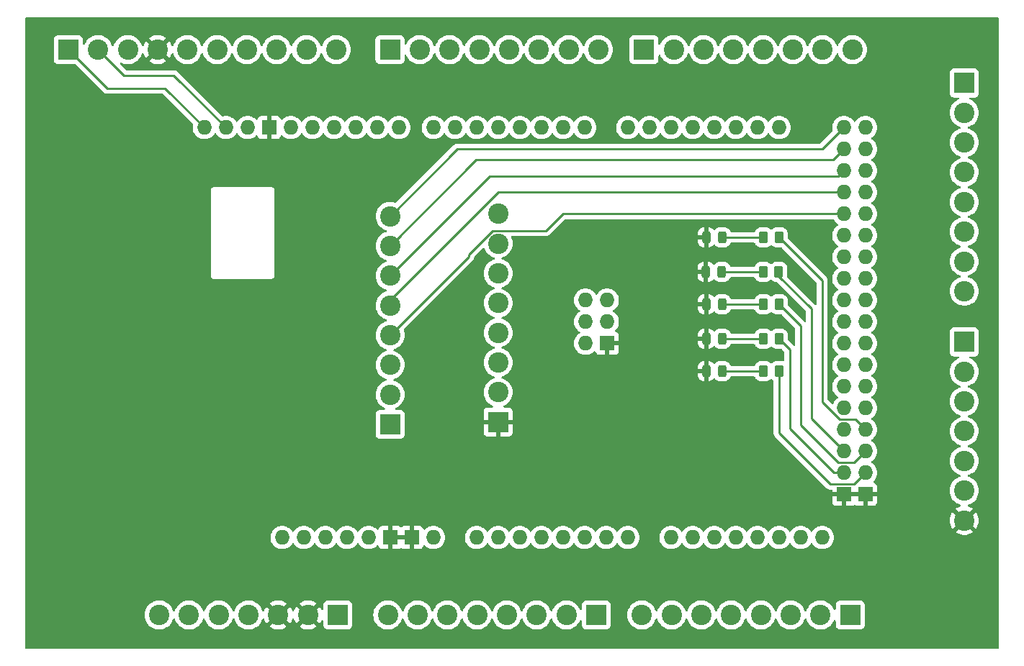
<source format=gtl>
G04 #@! TF.GenerationSoftware,KiCad,Pcbnew,7.0.9*
G04 #@! TF.CreationDate,2023-12-29T07:46:22-06:00*
G04 #@! TF.ProjectId,Arduino Shield,41726475-696e-46f2-9053-6869656c642e,rev?*
G04 #@! TF.SameCoordinates,Original*
G04 #@! TF.FileFunction,Copper,L1,Top*
G04 #@! TF.FilePolarity,Positive*
%FSLAX46Y46*%
G04 Gerber Fmt 4.6, Leading zero omitted, Abs format (unit mm)*
G04 Created by KiCad (PCBNEW 7.0.9) date 2023-12-29 07:46:22*
%MOMM*%
%LPD*%
G01*
G04 APERTURE LIST*
G04 Aperture macros list*
%AMRoundRect*
0 Rectangle with rounded corners*
0 $1 Rounding radius*
0 $2 $3 $4 $5 $6 $7 $8 $9 X,Y pos of 4 corners*
0 Add a 4 corners polygon primitive as box body*
4,1,4,$2,$3,$4,$5,$6,$7,$8,$9,$2,$3,0*
0 Add four circle primitives for the rounded corners*
1,1,$1+$1,$2,$3*
1,1,$1+$1,$4,$5*
1,1,$1+$1,$6,$7*
1,1,$1+$1,$8,$9*
0 Add four rect primitives between the rounded corners*
20,1,$1+$1,$2,$3,$4,$5,0*
20,1,$1+$1,$4,$5,$6,$7,0*
20,1,$1+$1,$6,$7,$8,$9,0*
20,1,$1+$1,$8,$9,$2,$3,0*%
G04 Aperture macros list end*
G04 #@! TA.AperFunction,ComponentPad*
%ADD10R,2.400000X2.400000*%
G04 #@! TD*
G04 #@! TA.AperFunction,ComponentPad*
%ADD11C,2.400000*%
G04 #@! TD*
G04 #@! TA.AperFunction,SMDPad,CuDef*
%ADD12RoundRect,0.243750X-0.243750X-0.456250X0.243750X-0.456250X0.243750X0.456250X-0.243750X0.456250X0*%
G04 #@! TD*
G04 #@! TA.AperFunction,SMDPad,CuDef*
%ADD13RoundRect,0.250000X-0.262500X-0.450000X0.262500X-0.450000X0.262500X0.450000X-0.262500X0.450000X0*%
G04 #@! TD*
G04 #@! TA.AperFunction,ComponentPad*
%ADD14O,1.727200X1.727200*%
G04 #@! TD*
G04 #@! TA.AperFunction,ComponentPad*
%ADD15R,1.727200X1.727200*%
G04 #@! TD*
G04 #@! TA.AperFunction,Conductor*
%ADD16C,0.250000*%
G04 #@! TD*
G04 APERTURE END LIST*
D10*
X117266000Y-90678000D03*
D11*
X113766000Y-90678000D03*
X110266000Y-90678000D03*
X106766000Y-90678000D03*
X103266000Y-90678000D03*
X99766000Y-90678000D03*
X96266000Y-90678000D03*
X92766000Y-90678000D03*
D12*
X100342500Y-54102000D03*
X102217500Y-54102000D03*
D10*
X25340000Y-24130000D03*
D11*
X28840000Y-24130000D03*
X32340000Y-24130000D03*
X35840000Y-24130000D03*
X39340000Y-24130000D03*
X42840000Y-24130000D03*
X46340000Y-24130000D03*
X49840000Y-24130000D03*
X53340000Y-24130000D03*
X56840000Y-24130000D03*
D13*
X107075000Y-58166000D03*
X108900000Y-58166000D03*
D10*
X130683000Y-58547000D03*
D11*
X130683000Y-62047000D03*
X130683000Y-65547000D03*
X130683000Y-69047000D03*
X130683000Y-72547000D03*
X130683000Y-76047000D03*
X130683000Y-79547000D03*
D10*
X63160000Y-24130000D03*
D11*
X66660000Y-24130000D03*
X70160000Y-24130000D03*
X73660000Y-24130000D03*
X77160000Y-24130000D03*
X80660000Y-24130000D03*
X84160000Y-24130000D03*
X87660000Y-24130000D03*
D13*
X107037500Y-50292000D03*
X108862500Y-50292000D03*
D12*
X100342500Y-46228000D03*
X102217500Y-46228000D03*
D10*
X93020000Y-24130000D03*
D11*
X96520000Y-24130000D03*
X100020000Y-24130000D03*
X103520000Y-24130000D03*
X107020000Y-24130000D03*
X110520000Y-24130000D03*
X114020000Y-24130000D03*
X117520000Y-24130000D03*
D13*
X107075000Y-61976000D03*
X108900000Y-61976000D03*
D10*
X75880000Y-67960000D03*
D11*
X75880000Y-64460000D03*
X75880000Y-60960000D03*
X75880000Y-57460000D03*
X75880000Y-53960000D03*
X75880000Y-50460000D03*
X75880000Y-46960000D03*
X75880000Y-43460000D03*
D10*
X57023000Y-90678000D03*
D11*
X53523000Y-90678000D03*
X50023000Y-90678000D03*
X46523000Y-90678000D03*
X43023000Y-90678000D03*
X39523000Y-90678000D03*
X36023000Y-90678000D03*
D10*
X130683000Y-28067000D03*
D11*
X130683000Y-31567000D03*
X130683000Y-35067000D03*
X130683000Y-38567000D03*
X130683000Y-42067000D03*
X130683000Y-45567000D03*
X130683000Y-49067000D03*
X130683000Y-52567000D03*
D12*
X100342500Y-61976000D03*
X102217500Y-61976000D03*
X100342500Y-58166000D03*
X102217500Y-58166000D03*
D10*
X87406000Y-90678000D03*
D11*
X83906000Y-90678000D03*
X80406000Y-90678000D03*
X76906000Y-90678000D03*
X73406000Y-90678000D03*
X69906000Y-90678000D03*
X66406000Y-90678000D03*
X62906000Y-90678000D03*
D12*
X100305000Y-50292000D03*
X102180000Y-50292000D03*
D13*
X107075000Y-54102000D03*
X108900000Y-54102000D03*
X107075000Y-46228000D03*
X108900000Y-46228000D03*
D14*
X50480000Y-81560000D03*
X86040000Y-33300000D03*
X83500000Y-33300000D03*
X80960000Y-33300000D03*
X78420000Y-33300000D03*
X58100000Y-81560000D03*
X75880000Y-33300000D03*
X73340000Y-33300000D03*
X88707000Y-53620000D03*
X60640000Y-81560000D03*
X116520000Y-33300000D03*
X119060000Y-33300000D03*
X70800000Y-33300000D03*
X68260000Y-33300000D03*
X64196000Y-33300000D03*
X61656000Y-33300000D03*
X59116000Y-33300000D03*
X56576000Y-33300000D03*
X54036000Y-33300000D03*
X51496000Y-33300000D03*
X91120000Y-33300000D03*
X93660000Y-33300000D03*
X96200000Y-33300000D03*
X98740000Y-33300000D03*
X101280000Y-33300000D03*
X103820000Y-33300000D03*
X106360000Y-33300000D03*
X108900000Y-33300000D03*
X116520000Y-35840000D03*
X119060000Y-35840000D03*
X116520000Y-38380000D03*
X119060000Y-38380000D03*
X116520000Y-40920000D03*
X119060000Y-40920000D03*
X116520000Y-43460000D03*
X119060000Y-43460000D03*
X116520000Y-46000000D03*
X119060000Y-46000000D03*
X116520000Y-48540000D03*
X119060000Y-48540000D03*
X116520000Y-51080000D03*
X119060000Y-51080000D03*
X116520000Y-53620000D03*
X119060000Y-53620000D03*
X116520000Y-56160000D03*
X119060000Y-56160000D03*
X116520000Y-58700000D03*
X119060000Y-58700000D03*
X116520000Y-61240000D03*
X119060000Y-61240000D03*
X116520000Y-63780000D03*
X119060000Y-63780000D03*
X116520000Y-66320000D03*
X119060000Y-66320000D03*
X116520000Y-68860000D03*
X119060000Y-68860000D03*
X116520000Y-71400000D03*
X119060000Y-71400000D03*
X116520000Y-73940000D03*
X119060000Y-73940000D03*
X73340000Y-81560000D03*
X75880000Y-81560000D03*
X78420000Y-81560000D03*
X80960000Y-81560000D03*
X83500000Y-81560000D03*
X86040000Y-81560000D03*
X88580000Y-81560000D03*
X91120000Y-81560000D03*
X96200000Y-81560000D03*
X98740000Y-81560000D03*
X101280000Y-81560000D03*
X103820000Y-81560000D03*
X46416000Y-33300000D03*
X111440000Y-81560000D03*
X113980000Y-81560000D03*
X106360000Y-81560000D03*
X108900000Y-81560000D03*
D15*
X63180000Y-81560000D03*
X65720000Y-81560000D03*
X48956000Y-33300000D03*
X88707000Y-58700000D03*
X116520000Y-76480000D03*
X119060000Y-76480000D03*
D14*
X53020000Y-81560000D03*
X86167000Y-53620000D03*
X88707000Y-56160000D03*
X55560000Y-81560000D03*
X86167000Y-58700000D03*
X86167000Y-56160000D03*
X41336000Y-33300000D03*
X43876000Y-33300000D03*
X68260000Y-81560000D03*
D10*
X63180000Y-68240000D03*
D11*
X63180000Y-64740000D03*
X63180000Y-61240000D03*
X63180000Y-57740000D03*
X63180000Y-54240000D03*
X63180000Y-50740000D03*
X63180000Y-47240000D03*
X63180000Y-43740000D03*
D16*
X72435000Y-48485000D02*
X72435000Y-48248324D01*
X63180000Y-57740000D02*
X72435000Y-48485000D01*
X81525000Y-45435000D02*
X83500000Y-43460000D01*
X75248324Y-45435000D02*
X81525000Y-45435000D01*
X83500000Y-43460000D02*
X116520000Y-43460000D01*
X72435000Y-48248324D02*
X75248324Y-45435000D01*
X75880000Y-40920000D02*
X63180000Y-53620000D01*
X116520000Y-40920000D02*
X75880000Y-40920000D01*
X63180000Y-53620000D02*
X63180000Y-54240000D01*
X74905000Y-39015000D02*
X115885000Y-39015000D01*
X63180000Y-50740000D02*
X74905000Y-39015000D01*
X115885000Y-39015000D02*
X116520000Y-38380000D01*
X116520000Y-35840000D02*
X115250000Y-37110000D01*
X73310000Y-37110000D02*
X63180000Y-47240000D01*
X115250000Y-37110000D02*
X73310000Y-37110000D01*
X71080000Y-35840000D02*
X63180000Y-43740000D01*
X116520000Y-33300000D02*
X113980000Y-35840000D01*
X113980000Y-35840000D02*
X71080000Y-35840000D01*
X41336000Y-33300000D02*
X36738000Y-28702000D01*
X36738000Y-28702000D02*
X29912000Y-28702000D01*
X29912000Y-28702000D02*
X25340000Y-24130000D01*
X37754000Y-27178000D02*
X31888000Y-27178000D01*
X31888000Y-27178000D02*
X28840000Y-24130000D01*
X43876000Y-33300000D02*
X37754000Y-27178000D01*
X108862500Y-50800000D02*
X108862500Y-50292000D01*
X112710000Y-54647500D02*
X108862500Y-50800000D01*
X112710000Y-54647500D02*
X112710000Y-67590000D01*
X116520000Y-71400000D02*
X112710000Y-67590000D01*
X111440000Y-68306000D02*
X111440000Y-56642000D01*
X115885400Y-72751400D02*
X111440000Y-68306000D01*
X111440000Y-56642000D02*
X108900000Y-54102000D01*
X117708600Y-72751400D02*
X115885400Y-72751400D01*
X119060000Y-71400000D02*
X117708600Y-72751400D01*
X110170000Y-59436000D02*
X110170000Y-68768000D01*
X108900000Y-58166000D02*
X110170000Y-59436000D01*
X110170000Y-68768000D02*
X115342000Y-73940000D01*
X115342000Y-73940000D02*
X116520000Y-73940000D01*
X108900000Y-69276000D02*
X108900000Y-61976000D01*
X114915400Y-75291400D02*
X108900000Y-69276000D01*
X119060000Y-73940000D02*
X117708600Y-75291400D01*
X117708600Y-75291400D02*
X114915400Y-75291400D01*
X75880000Y-67960000D02*
X105806000Y-67960000D01*
X105806000Y-67960000D02*
X114326000Y-76480000D01*
X114326000Y-76480000D02*
X116520000Y-76480000D01*
X102217500Y-46228000D02*
X107075000Y-46228000D01*
X102180000Y-50292000D02*
X107280000Y-50292000D01*
X102217500Y-54102000D02*
X107075000Y-54102000D01*
X102217500Y-58166000D02*
X107075000Y-58166000D01*
X102217500Y-61976000D02*
X107075000Y-61976000D01*
X119060000Y-68860000D02*
X117871400Y-67671400D01*
X117871400Y-67671400D02*
X116027665Y-67671400D01*
X116027665Y-67671400D02*
X113980000Y-65623735D01*
X113980000Y-65623735D02*
X113980000Y-51308000D01*
X113980000Y-51308000D02*
X108900000Y-46228000D01*
G04 #@! TA.AperFunction,Conductor*
G36*
X65253155Y-81346799D02*
G01*
X65212000Y-81486961D01*
X65212000Y-81633039D01*
X65253155Y-81773201D01*
X65276804Y-81810000D01*
X63623196Y-81810000D01*
X63646845Y-81773201D01*
X63688000Y-81633039D01*
X63688000Y-81486961D01*
X63646845Y-81346799D01*
X63623196Y-81310000D01*
X65276804Y-81310000D01*
X65253155Y-81346799D01*
G37*
G04 #@! TD.AperFunction*
G04 #@! TA.AperFunction,Conductor*
G36*
X118593155Y-76266799D02*
G01*
X118552000Y-76406961D01*
X118552000Y-76553039D01*
X118593155Y-76693201D01*
X118616804Y-76730000D01*
X116963196Y-76730000D01*
X116986845Y-76693201D01*
X117028000Y-76553039D01*
X117028000Y-76406961D01*
X116986845Y-76266799D01*
X116963196Y-76230000D01*
X118616804Y-76230000D01*
X118593155Y-76266799D01*
G37*
G04 #@! TD.AperFunction*
G04 #@! TA.AperFunction,Conductor*
G36*
X134642539Y-20320185D02*
G01*
X134688294Y-20372989D01*
X134699500Y-20424500D01*
X134699500Y-94575500D01*
X134679815Y-94642539D01*
X134627011Y-94688294D01*
X134575500Y-94699500D01*
X20424500Y-94699500D01*
X20357461Y-94679815D01*
X20311706Y-94627011D01*
X20300500Y-94575500D01*
X20300500Y-90678004D01*
X34317732Y-90678004D01*
X34336777Y-90932154D01*
X34393379Y-91180145D01*
X34393492Y-91180637D01*
X34486607Y-91417888D01*
X34614041Y-91638612D01*
X34772950Y-91837877D01*
X34959783Y-92011232D01*
X35170366Y-92154805D01*
X35170371Y-92154807D01*
X35170372Y-92154808D01*
X35170373Y-92154809D01*
X35292328Y-92213538D01*
X35399992Y-92265387D01*
X35399993Y-92265387D01*
X35399996Y-92265389D01*
X35643542Y-92340513D01*
X35895565Y-92378500D01*
X36150435Y-92378500D01*
X36402458Y-92340513D01*
X36646004Y-92265389D01*
X36875634Y-92154805D01*
X37086217Y-92011232D01*
X37273050Y-91837877D01*
X37431959Y-91638612D01*
X37559393Y-91417888D01*
X37652508Y-91180637D01*
X37652510Y-91180624D01*
X37653878Y-91176196D01*
X37655324Y-91176642D01*
X37686213Y-91121412D01*
X37747873Y-91088552D01*
X37817510Y-91094243D01*
X37873016Y-91136680D01*
X37891192Y-91176482D01*
X37892122Y-91176196D01*
X37893490Y-91180630D01*
X37893492Y-91180637D01*
X37986607Y-91417888D01*
X38114041Y-91638612D01*
X38272950Y-91837877D01*
X38459783Y-92011232D01*
X38670366Y-92154805D01*
X38670371Y-92154807D01*
X38670372Y-92154808D01*
X38670373Y-92154809D01*
X38792328Y-92213538D01*
X38899992Y-92265387D01*
X38899993Y-92265387D01*
X38899996Y-92265389D01*
X39143542Y-92340513D01*
X39395565Y-92378500D01*
X39650435Y-92378500D01*
X39902458Y-92340513D01*
X40146004Y-92265389D01*
X40375634Y-92154805D01*
X40586217Y-92011232D01*
X40773050Y-91837877D01*
X40931959Y-91638612D01*
X41059393Y-91417888D01*
X41152508Y-91180637D01*
X41152510Y-91180624D01*
X41153878Y-91176196D01*
X41155324Y-91176642D01*
X41186213Y-91121412D01*
X41247873Y-91088552D01*
X41317510Y-91094243D01*
X41373016Y-91136680D01*
X41391192Y-91176482D01*
X41392122Y-91176196D01*
X41393490Y-91180630D01*
X41393492Y-91180637D01*
X41486607Y-91417888D01*
X41614041Y-91638612D01*
X41772950Y-91837877D01*
X41959783Y-92011232D01*
X42170366Y-92154805D01*
X42170371Y-92154807D01*
X42170372Y-92154808D01*
X42170373Y-92154809D01*
X42292328Y-92213538D01*
X42399992Y-92265387D01*
X42399993Y-92265387D01*
X42399996Y-92265389D01*
X42643542Y-92340513D01*
X42895565Y-92378500D01*
X43150435Y-92378500D01*
X43402458Y-92340513D01*
X43646004Y-92265389D01*
X43875634Y-92154805D01*
X44086217Y-92011232D01*
X44273050Y-91837877D01*
X44431959Y-91638612D01*
X44559393Y-91417888D01*
X44652508Y-91180637D01*
X44652510Y-91180624D01*
X44653878Y-91176196D01*
X44655324Y-91176642D01*
X44686213Y-91121412D01*
X44747873Y-91088552D01*
X44817510Y-91094243D01*
X44873016Y-91136680D01*
X44891192Y-91176482D01*
X44892122Y-91176196D01*
X44893490Y-91180630D01*
X44893492Y-91180637D01*
X44986607Y-91417888D01*
X45114041Y-91638612D01*
X45272950Y-91837877D01*
X45459783Y-92011232D01*
X45670366Y-92154805D01*
X45670371Y-92154807D01*
X45670372Y-92154808D01*
X45670373Y-92154809D01*
X45792328Y-92213538D01*
X45899992Y-92265387D01*
X45899993Y-92265387D01*
X45899996Y-92265389D01*
X46143542Y-92340513D01*
X46395565Y-92378500D01*
X46650435Y-92378500D01*
X46902458Y-92340513D01*
X47146004Y-92265389D01*
X47375634Y-92154805D01*
X47586217Y-92011232D01*
X47773050Y-91837877D01*
X47931959Y-91638612D01*
X48059393Y-91417888D01*
X48152508Y-91180637D01*
X48152510Y-91180624D01*
X48153878Y-91176196D01*
X48155008Y-91176544D01*
X48186464Y-91120295D01*
X48248121Y-91087430D01*
X48317759Y-91093117D01*
X48373268Y-91135551D01*
X48391868Y-91176269D01*
X48392600Y-91176044D01*
X48393973Y-91180494D01*
X48487058Y-91417671D01*
X48487057Y-91417671D01*
X48614457Y-91638332D01*
X48656452Y-91690993D01*
X48656453Y-91690993D01*
X49460226Y-90887219D01*
X49498901Y-90980588D01*
X49595075Y-91105925D01*
X49720412Y-91202099D01*
X49813779Y-91240772D01*
X49009813Y-92044737D01*
X49170623Y-92154375D01*
X49170624Y-92154376D01*
X49400176Y-92264921D01*
X49400174Y-92264921D01*
X49643652Y-92340024D01*
X49643658Y-92340026D01*
X49895595Y-92377999D01*
X49895604Y-92378000D01*
X50150396Y-92378000D01*
X50150404Y-92377999D01*
X50402341Y-92340026D01*
X50402347Y-92340024D01*
X50645824Y-92264921D01*
X50875381Y-92154373D01*
X51036185Y-92044737D01*
X50232220Y-91240772D01*
X50325588Y-91202099D01*
X50450925Y-91105925D01*
X50547099Y-90980589D01*
X50585773Y-90887220D01*
X51389545Y-91690993D01*
X51431545Y-91638327D01*
X51558941Y-91417671D01*
X51652026Y-91180494D01*
X51652032Y-91180475D01*
X51652108Y-91180145D01*
X51652167Y-91180038D01*
X51653400Y-91176044D01*
X51654254Y-91176307D01*
X51686214Y-91119165D01*
X51747874Y-91086304D01*
X51817511Y-91091996D01*
X51873017Y-91134433D01*
X51892090Y-91176201D01*
X51892600Y-91176044D01*
X51893809Y-91179965D01*
X51893892Y-91180145D01*
X51893967Y-91180475D01*
X51893973Y-91180494D01*
X51987058Y-91417671D01*
X51987057Y-91417671D01*
X52114457Y-91638332D01*
X52156452Y-91690993D01*
X52156453Y-91690993D01*
X52960226Y-90887219D01*
X52998901Y-90980588D01*
X53095075Y-91105925D01*
X53220412Y-91202099D01*
X53313779Y-91240772D01*
X52509813Y-92044737D01*
X52670623Y-92154375D01*
X52670624Y-92154376D01*
X52900176Y-92264921D01*
X52900174Y-92264921D01*
X53143652Y-92340024D01*
X53143658Y-92340026D01*
X53395595Y-92377999D01*
X53395604Y-92378000D01*
X53650396Y-92378000D01*
X53650404Y-92377999D01*
X53902341Y-92340026D01*
X53902347Y-92340024D01*
X54145824Y-92264921D01*
X54375381Y-92154373D01*
X54536185Y-92044737D01*
X53732220Y-91240772D01*
X53825588Y-91202099D01*
X53950925Y-91105925D01*
X54047099Y-90980589D01*
X54085773Y-90887220D01*
X54889545Y-91690993D01*
X54931545Y-91638327D01*
X55058939Y-91417675D01*
X55083071Y-91356187D01*
X55125886Y-91300973D01*
X55191756Y-91277672D01*
X55259767Y-91293681D01*
X55308326Y-91343918D01*
X55322500Y-91401488D01*
X55322500Y-91925870D01*
X55322501Y-91925876D01*
X55328908Y-91985483D01*
X55379202Y-92120328D01*
X55379206Y-92120335D01*
X55465452Y-92235544D01*
X55465455Y-92235547D01*
X55580664Y-92321793D01*
X55580671Y-92321797D01*
X55715517Y-92372091D01*
X55715516Y-92372091D01*
X55722444Y-92372835D01*
X55775127Y-92378500D01*
X58270872Y-92378499D01*
X58330483Y-92372091D01*
X58465331Y-92321796D01*
X58580546Y-92235546D01*
X58666796Y-92120331D01*
X58717091Y-91985483D01*
X58723500Y-91925873D01*
X58723500Y-90678004D01*
X61200732Y-90678004D01*
X61219777Y-90932154D01*
X61276379Y-91180145D01*
X61276492Y-91180637D01*
X61369607Y-91417888D01*
X61497041Y-91638612D01*
X61655950Y-91837877D01*
X61842783Y-92011232D01*
X62053366Y-92154805D01*
X62053371Y-92154807D01*
X62053372Y-92154808D01*
X62053373Y-92154809D01*
X62175328Y-92213538D01*
X62282992Y-92265387D01*
X62282993Y-92265387D01*
X62282996Y-92265389D01*
X62526542Y-92340513D01*
X62778565Y-92378500D01*
X63033435Y-92378500D01*
X63285458Y-92340513D01*
X63529004Y-92265389D01*
X63758634Y-92154805D01*
X63969217Y-92011232D01*
X64156050Y-91837877D01*
X64314959Y-91638612D01*
X64442393Y-91417888D01*
X64535508Y-91180637D01*
X64535510Y-91180624D01*
X64536878Y-91176196D01*
X64538324Y-91176642D01*
X64569213Y-91121412D01*
X64630873Y-91088552D01*
X64700510Y-91094243D01*
X64756016Y-91136680D01*
X64774192Y-91176482D01*
X64775122Y-91176196D01*
X64776490Y-91180630D01*
X64776492Y-91180637D01*
X64869607Y-91417888D01*
X64997041Y-91638612D01*
X65155950Y-91837877D01*
X65342783Y-92011232D01*
X65553366Y-92154805D01*
X65553371Y-92154807D01*
X65553372Y-92154808D01*
X65553373Y-92154809D01*
X65675328Y-92213538D01*
X65782992Y-92265387D01*
X65782993Y-92265387D01*
X65782996Y-92265389D01*
X66026542Y-92340513D01*
X66278565Y-92378500D01*
X66533435Y-92378500D01*
X66785458Y-92340513D01*
X67029004Y-92265389D01*
X67258634Y-92154805D01*
X67469217Y-92011232D01*
X67656050Y-91837877D01*
X67814959Y-91638612D01*
X67942393Y-91417888D01*
X68035508Y-91180637D01*
X68035510Y-91180624D01*
X68036878Y-91176196D01*
X68038324Y-91176642D01*
X68069213Y-91121412D01*
X68130873Y-91088552D01*
X68200510Y-91094243D01*
X68256016Y-91136680D01*
X68274192Y-91176482D01*
X68275122Y-91176196D01*
X68276490Y-91180630D01*
X68276492Y-91180637D01*
X68369607Y-91417888D01*
X68497041Y-91638612D01*
X68655950Y-91837877D01*
X68842783Y-92011232D01*
X69053366Y-92154805D01*
X69053371Y-92154807D01*
X69053372Y-92154808D01*
X69053373Y-92154809D01*
X69175328Y-92213538D01*
X69282992Y-92265387D01*
X69282993Y-92265387D01*
X69282996Y-92265389D01*
X69526542Y-92340513D01*
X69778565Y-92378500D01*
X70033435Y-92378500D01*
X70285458Y-92340513D01*
X70529004Y-92265389D01*
X70758634Y-92154805D01*
X70969217Y-92011232D01*
X71156050Y-91837877D01*
X71314959Y-91638612D01*
X71442393Y-91417888D01*
X71535508Y-91180637D01*
X71535510Y-91180624D01*
X71536878Y-91176196D01*
X71538324Y-91176642D01*
X71569213Y-91121412D01*
X71630873Y-91088552D01*
X71700510Y-91094243D01*
X71756016Y-91136680D01*
X71774192Y-91176482D01*
X71775122Y-91176196D01*
X71776490Y-91180630D01*
X71776492Y-91180637D01*
X71869607Y-91417888D01*
X71997041Y-91638612D01*
X72155950Y-91837877D01*
X72342783Y-92011232D01*
X72553366Y-92154805D01*
X72553371Y-92154807D01*
X72553372Y-92154808D01*
X72553373Y-92154809D01*
X72675328Y-92213538D01*
X72782992Y-92265387D01*
X72782993Y-92265387D01*
X72782996Y-92265389D01*
X73026542Y-92340513D01*
X73278565Y-92378500D01*
X73533435Y-92378500D01*
X73785458Y-92340513D01*
X74029004Y-92265389D01*
X74258634Y-92154805D01*
X74469217Y-92011232D01*
X74656050Y-91837877D01*
X74814959Y-91638612D01*
X74942393Y-91417888D01*
X75035508Y-91180637D01*
X75035510Y-91180624D01*
X75036878Y-91176196D01*
X75038324Y-91176642D01*
X75069213Y-91121412D01*
X75130873Y-91088552D01*
X75200510Y-91094243D01*
X75256016Y-91136680D01*
X75274192Y-91176482D01*
X75275122Y-91176196D01*
X75276490Y-91180630D01*
X75276492Y-91180637D01*
X75369607Y-91417888D01*
X75497041Y-91638612D01*
X75655950Y-91837877D01*
X75842783Y-92011232D01*
X76053366Y-92154805D01*
X76053371Y-92154807D01*
X76053372Y-92154808D01*
X76053373Y-92154809D01*
X76175328Y-92213538D01*
X76282992Y-92265387D01*
X76282993Y-92265387D01*
X76282996Y-92265389D01*
X76526542Y-92340513D01*
X76778565Y-92378500D01*
X77033435Y-92378500D01*
X77285458Y-92340513D01*
X77529004Y-92265389D01*
X77758634Y-92154805D01*
X77969217Y-92011232D01*
X78156050Y-91837877D01*
X78314959Y-91638612D01*
X78442393Y-91417888D01*
X78535508Y-91180637D01*
X78535510Y-91180624D01*
X78536878Y-91176196D01*
X78538324Y-91176642D01*
X78569213Y-91121412D01*
X78630873Y-91088552D01*
X78700510Y-91094243D01*
X78756016Y-91136680D01*
X78774192Y-91176482D01*
X78775122Y-91176196D01*
X78776490Y-91180630D01*
X78776492Y-91180637D01*
X78869607Y-91417888D01*
X78997041Y-91638612D01*
X79155950Y-91837877D01*
X79342783Y-92011232D01*
X79553366Y-92154805D01*
X79553371Y-92154807D01*
X79553372Y-92154808D01*
X79553373Y-92154809D01*
X79675328Y-92213538D01*
X79782992Y-92265387D01*
X79782993Y-92265387D01*
X79782996Y-92265389D01*
X80026542Y-92340513D01*
X80278565Y-92378500D01*
X80533435Y-92378500D01*
X80785458Y-92340513D01*
X81029004Y-92265389D01*
X81258634Y-92154805D01*
X81469217Y-92011232D01*
X81656050Y-91837877D01*
X81814959Y-91638612D01*
X81942393Y-91417888D01*
X82035508Y-91180637D01*
X82035510Y-91180624D01*
X82036878Y-91176196D01*
X82038324Y-91176642D01*
X82069213Y-91121412D01*
X82130873Y-91088552D01*
X82200510Y-91094243D01*
X82256016Y-91136680D01*
X82274192Y-91176482D01*
X82275122Y-91176196D01*
X82276490Y-91180630D01*
X82276492Y-91180637D01*
X82369607Y-91417888D01*
X82497041Y-91638612D01*
X82655950Y-91837877D01*
X82842783Y-92011232D01*
X83053366Y-92154805D01*
X83053371Y-92154807D01*
X83053372Y-92154808D01*
X83053373Y-92154809D01*
X83175328Y-92213538D01*
X83282992Y-92265387D01*
X83282993Y-92265387D01*
X83282996Y-92265389D01*
X83526542Y-92340513D01*
X83778565Y-92378500D01*
X84033435Y-92378500D01*
X84285458Y-92340513D01*
X84529004Y-92265389D01*
X84758634Y-92154805D01*
X84969217Y-92011232D01*
X85156050Y-91837877D01*
X85314959Y-91638612D01*
X85442393Y-91417888D01*
X85466074Y-91357549D01*
X85508887Y-91302340D01*
X85574756Y-91279039D01*
X85642767Y-91295048D01*
X85691326Y-91345286D01*
X85705500Y-91402855D01*
X85705500Y-91925870D01*
X85705501Y-91925876D01*
X85711908Y-91985483D01*
X85762202Y-92120328D01*
X85762206Y-92120335D01*
X85848452Y-92235544D01*
X85848455Y-92235547D01*
X85963664Y-92321793D01*
X85963671Y-92321797D01*
X86098517Y-92372091D01*
X86098516Y-92372091D01*
X86105444Y-92372835D01*
X86158127Y-92378500D01*
X88653872Y-92378499D01*
X88713483Y-92372091D01*
X88848331Y-92321796D01*
X88963546Y-92235546D01*
X89049796Y-92120331D01*
X89100091Y-91985483D01*
X89106500Y-91925873D01*
X89106500Y-90678004D01*
X91060732Y-90678004D01*
X91079777Y-90932154D01*
X91136379Y-91180145D01*
X91136492Y-91180637D01*
X91229607Y-91417888D01*
X91357041Y-91638612D01*
X91515950Y-91837877D01*
X91702783Y-92011232D01*
X91913366Y-92154805D01*
X91913371Y-92154807D01*
X91913372Y-92154808D01*
X91913373Y-92154809D01*
X92035328Y-92213538D01*
X92142992Y-92265387D01*
X92142993Y-92265387D01*
X92142996Y-92265389D01*
X92386542Y-92340513D01*
X92638565Y-92378500D01*
X92893435Y-92378500D01*
X93145458Y-92340513D01*
X93389004Y-92265389D01*
X93618634Y-92154805D01*
X93829217Y-92011232D01*
X94016050Y-91837877D01*
X94174959Y-91638612D01*
X94302393Y-91417888D01*
X94395508Y-91180637D01*
X94395510Y-91180624D01*
X94396878Y-91176196D01*
X94398324Y-91176642D01*
X94429213Y-91121412D01*
X94490873Y-91088552D01*
X94560510Y-91094243D01*
X94616016Y-91136680D01*
X94634192Y-91176482D01*
X94635122Y-91176196D01*
X94636490Y-91180630D01*
X94636492Y-91180637D01*
X94729607Y-91417888D01*
X94857041Y-91638612D01*
X95015950Y-91837877D01*
X95202783Y-92011232D01*
X95413366Y-92154805D01*
X95413371Y-92154807D01*
X95413372Y-92154808D01*
X95413373Y-92154809D01*
X95535328Y-92213538D01*
X95642992Y-92265387D01*
X95642993Y-92265387D01*
X95642996Y-92265389D01*
X95886542Y-92340513D01*
X96138565Y-92378500D01*
X96393435Y-92378500D01*
X96645458Y-92340513D01*
X96889004Y-92265389D01*
X97118634Y-92154805D01*
X97329217Y-92011232D01*
X97516050Y-91837877D01*
X97674959Y-91638612D01*
X97802393Y-91417888D01*
X97895508Y-91180637D01*
X97895510Y-91180624D01*
X97896878Y-91176196D01*
X97898324Y-91176642D01*
X97929213Y-91121412D01*
X97990873Y-91088552D01*
X98060510Y-91094243D01*
X98116016Y-91136680D01*
X98134192Y-91176482D01*
X98135122Y-91176196D01*
X98136490Y-91180630D01*
X98136492Y-91180637D01*
X98229607Y-91417888D01*
X98357041Y-91638612D01*
X98515950Y-91837877D01*
X98702783Y-92011232D01*
X98913366Y-92154805D01*
X98913371Y-92154807D01*
X98913372Y-92154808D01*
X98913373Y-92154809D01*
X99035328Y-92213538D01*
X99142992Y-92265387D01*
X99142993Y-92265387D01*
X99142996Y-92265389D01*
X99386542Y-92340513D01*
X99638565Y-92378500D01*
X99893435Y-92378500D01*
X100145458Y-92340513D01*
X100389004Y-92265389D01*
X100618634Y-92154805D01*
X100829217Y-92011232D01*
X101016050Y-91837877D01*
X101174959Y-91638612D01*
X101302393Y-91417888D01*
X101395508Y-91180637D01*
X101395510Y-91180624D01*
X101396878Y-91176196D01*
X101398324Y-91176642D01*
X101429213Y-91121412D01*
X101490873Y-91088552D01*
X101560510Y-91094243D01*
X101616016Y-91136680D01*
X101634192Y-91176482D01*
X101635122Y-91176196D01*
X101636490Y-91180630D01*
X101636492Y-91180637D01*
X101729607Y-91417888D01*
X101857041Y-91638612D01*
X102015950Y-91837877D01*
X102202783Y-92011232D01*
X102413366Y-92154805D01*
X102413371Y-92154807D01*
X102413372Y-92154808D01*
X102413373Y-92154809D01*
X102535328Y-92213538D01*
X102642992Y-92265387D01*
X102642993Y-92265387D01*
X102642996Y-92265389D01*
X102886542Y-92340513D01*
X103138565Y-92378500D01*
X103393435Y-92378500D01*
X103645458Y-92340513D01*
X103889004Y-92265389D01*
X104118634Y-92154805D01*
X104329217Y-92011232D01*
X104516050Y-91837877D01*
X104674959Y-91638612D01*
X104802393Y-91417888D01*
X104895508Y-91180637D01*
X104895510Y-91180624D01*
X104896878Y-91176196D01*
X104898324Y-91176642D01*
X104929213Y-91121412D01*
X104990873Y-91088552D01*
X105060510Y-91094243D01*
X105116016Y-91136680D01*
X105134192Y-91176482D01*
X105135122Y-91176196D01*
X105136490Y-91180630D01*
X105136492Y-91180637D01*
X105229607Y-91417888D01*
X105357041Y-91638612D01*
X105515950Y-91837877D01*
X105702783Y-92011232D01*
X105913366Y-92154805D01*
X105913371Y-92154807D01*
X105913372Y-92154808D01*
X105913373Y-92154809D01*
X106035328Y-92213538D01*
X106142992Y-92265387D01*
X106142993Y-92265387D01*
X106142996Y-92265389D01*
X106386542Y-92340513D01*
X106638565Y-92378500D01*
X106893435Y-92378500D01*
X107145458Y-92340513D01*
X107389004Y-92265389D01*
X107618634Y-92154805D01*
X107829217Y-92011232D01*
X108016050Y-91837877D01*
X108174959Y-91638612D01*
X108302393Y-91417888D01*
X108395508Y-91180637D01*
X108395510Y-91180624D01*
X108396878Y-91176196D01*
X108398324Y-91176642D01*
X108429213Y-91121412D01*
X108490873Y-91088552D01*
X108560510Y-91094243D01*
X108616016Y-91136680D01*
X108634192Y-91176482D01*
X108635122Y-91176196D01*
X108636490Y-91180630D01*
X108636492Y-91180637D01*
X108729607Y-91417888D01*
X108857041Y-91638612D01*
X109015950Y-91837877D01*
X109202783Y-92011232D01*
X109413366Y-92154805D01*
X109413371Y-92154807D01*
X109413372Y-92154808D01*
X109413373Y-92154809D01*
X109535328Y-92213538D01*
X109642992Y-92265387D01*
X109642993Y-92265387D01*
X109642996Y-92265389D01*
X109886542Y-92340513D01*
X110138565Y-92378500D01*
X110393435Y-92378500D01*
X110645458Y-92340513D01*
X110889004Y-92265389D01*
X111118634Y-92154805D01*
X111329217Y-92011232D01*
X111516050Y-91837877D01*
X111674959Y-91638612D01*
X111802393Y-91417888D01*
X111895508Y-91180637D01*
X111895510Y-91180624D01*
X111896878Y-91176196D01*
X111898324Y-91176642D01*
X111929213Y-91121412D01*
X111990873Y-91088552D01*
X112060510Y-91094243D01*
X112116016Y-91136680D01*
X112134192Y-91176482D01*
X112135122Y-91176196D01*
X112136490Y-91180630D01*
X112136492Y-91180637D01*
X112229607Y-91417888D01*
X112357041Y-91638612D01*
X112515950Y-91837877D01*
X112702783Y-92011232D01*
X112913366Y-92154805D01*
X112913371Y-92154807D01*
X112913372Y-92154808D01*
X112913373Y-92154809D01*
X113035328Y-92213538D01*
X113142992Y-92265387D01*
X113142993Y-92265387D01*
X113142996Y-92265389D01*
X113386542Y-92340513D01*
X113638565Y-92378500D01*
X113893435Y-92378500D01*
X114145458Y-92340513D01*
X114389004Y-92265389D01*
X114618634Y-92154805D01*
X114829217Y-92011232D01*
X115016050Y-91837877D01*
X115174959Y-91638612D01*
X115302393Y-91417888D01*
X115326074Y-91357549D01*
X115368887Y-91302340D01*
X115434756Y-91279039D01*
X115502767Y-91295048D01*
X115551326Y-91345286D01*
X115565500Y-91402855D01*
X115565500Y-91925870D01*
X115565501Y-91925876D01*
X115571908Y-91985483D01*
X115622202Y-92120328D01*
X115622206Y-92120335D01*
X115708452Y-92235544D01*
X115708455Y-92235547D01*
X115823664Y-92321793D01*
X115823671Y-92321797D01*
X115958517Y-92372091D01*
X115958516Y-92372091D01*
X115965444Y-92372835D01*
X116018127Y-92378500D01*
X118513872Y-92378499D01*
X118573483Y-92372091D01*
X118708331Y-92321796D01*
X118823546Y-92235546D01*
X118909796Y-92120331D01*
X118960091Y-91985483D01*
X118966500Y-91925873D01*
X118966499Y-89430128D01*
X118960091Y-89370517D01*
X118950487Y-89344768D01*
X118909797Y-89235671D01*
X118909793Y-89235664D01*
X118823547Y-89120455D01*
X118823544Y-89120452D01*
X118708335Y-89034206D01*
X118708328Y-89034202D01*
X118573482Y-88983908D01*
X118573483Y-88983908D01*
X118513883Y-88977501D01*
X118513881Y-88977500D01*
X118513873Y-88977500D01*
X118513864Y-88977500D01*
X116018129Y-88977500D01*
X116018123Y-88977501D01*
X115958516Y-88983908D01*
X115823671Y-89034202D01*
X115823664Y-89034206D01*
X115708455Y-89120452D01*
X115708452Y-89120455D01*
X115622206Y-89235664D01*
X115622202Y-89235671D01*
X115571908Y-89370517D01*
X115565501Y-89430116D01*
X115565501Y-89430123D01*
X115565500Y-89430135D01*
X115565500Y-89953142D01*
X115545815Y-90020181D01*
X115493011Y-90065936D01*
X115423853Y-90075880D01*
X115360297Y-90046855D01*
X115326072Y-89998445D01*
X115308828Y-89954509D01*
X115302393Y-89938112D01*
X115174959Y-89717388D01*
X115016050Y-89518123D01*
X114829217Y-89344768D01*
X114618634Y-89201195D01*
X114618630Y-89201193D01*
X114618627Y-89201191D01*
X114618626Y-89201190D01*
X114389006Y-89090612D01*
X114389008Y-89090612D01*
X114145466Y-89015489D01*
X114145462Y-89015488D01*
X114145458Y-89015487D01*
X114024231Y-88997214D01*
X113893440Y-88977500D01*
X113893435Y-88977500D01*
X113638565Y-88977500D01*
X113638559Y-88977500D01*
X113481609Y-89001157D01*
X113386542Y-89015487D01*
X113386539Y-89015488D01*
X113386533Y-89015489D01*
X113142992Y-89090612D01*
X112913373Y-89201190D01*
X112913372Y-89201191D01*
X112702782Y-89344768D01*
X112515952Y-89518121D01*
X112515950Y-89518123D01*
X112357041Y-89717388D01*
X112229608Y-89938109D01*
X112136492Y-90175362D01*
X112135122Y-90179804D01*
X112133677Y-90179358D01*
X112102780Y-90234593D01*
X112041117Y-90267449D01*
X111971480Y-90261752D01*
X111915978Y-90219311D01*
X111897805Y-90179517D01*
X111896878Y-90179804D01*
X111895509Y-90175369D01*
X111895508Y-90175363D01*
X111802393Y-89938112D01*
X111674959Y-89717388D01*
X111516050Y-89518123D01*
X111329217Y-89344768D01*
X111118634Y-89201195D01*
X111118630Y-89201193D01*
X111118627Y-89201191D01*
X111118626Y-89201190D01*
X110889006Y-89090612D01*
X110889008Y-89090612D01*
X110645466Y-89015489D01*
X110645462Y-89015488D01*
X110645458Y-89015487D01*
X110524231Y-88997214D01*
X110393440Y-88977500D01*
X110393435Y-88977500D01*
X110138565Y-88977500D01*
X110138559Y-88977500D01*
X109981609Y-89001157D01*
X109886542Y-89015487D01*
X109886539Y-89015488D01*
X109886533Y-89015489D01*
X109642992Y-89090612D01*
X109413373Y-89201190D01*
X109413372Y-89201191D01*
X109202782Y-89344768D01*
X109015952Y-89518121D01*
X109015950Y-89518123D01*
X108857041Y-89717388D01*
X108729608Y-89938109D01*
X108636492Y-90175362D01*
X108635122Y-90179804D01*
X108633677Y-90179358D01*
X108602780Y-90234593D01*
X108541117Y-90267449D01*
X108471480Y-90261752D01*
X108415978Y-90219311D01*
X108397805Y-90179517D01*
X108396878Y-90179804D01*
X108395509Y-90175369D01*
X108395508Y-90175363D01*
X108302393Y-89938112D01*
X108174959Y-89717388D01*
X108016050Y-89518123D01*
X107829217Y-89344768D01*
X107618634Y-89201195D01*
X107618630Y-89201193D01*
X107618627Y-89201191D01*
X107618626Y-89201190D01*
X107389006Y-89090612D01*
X107389008Y-89090612D01*
X107145466Y-89015489D01*
X107145462Y-89015488D01*
X107145458Y-89015487D01*
X107024231Y-88997214D01*
X106893440Y-88977500D01*
X106893435Y-88977500D01*
X106638565Y-88977500D01*
X106638559Y-88977500D01*
X106481609Y-89001157D01*
X106386542Y-89015487D01*
X106386539Y-89015488D01*
X106386533Y-89015489D01*
X106142992Y-89090612D01*
X105913373Y-89201190D01*
X105913372Y-89201191D01*
X105702782Y-89344768D01*
X105515952Y-89518121D01*
X105515950Y-89518123D01*
X105357041Y-89717388D01*
X105229608Y-89938109D01*
X105136492Y-90175362D01*
X105135122Y-90179804D01*
X105133677Y-90179358D01*
X105102780Y-90234593D01*
X105041117Y-90267449D01*
X104971480Y-90261752D01*
X104915978Y-90219311D01*
X104897805Y-90179517D01*
X104896878Y-90179804D01*
X104895509Y-90175369D01*
X104895508Y-90175363D01*
X104802393Y-89938112D01*
X104674959Y-89717388D01*
X104516050Y-89518123D01*
X104329217Y-89344768D01*
X104118634Y-89201195D01*
X104118630Y-89201193D01*
X104118627Y-89201191D01*
X104118626Y-89201190D01*
X103889006Y-89090612D01*
X103889008Y-89090612D01*
X103645466Y-89015489D01*
X103645462Y-89015488D01*
X103645458Y-89015487D01*
X103524231Y-88997214D01*
X103393440Y-88977500D01*
X103393435Y-88977500D01*
X103138565Y-88977500D01*
X103138559Y-88977500D01*
X102981609Y-89001157D01*
X102886542Y-89015487D01*
X102886539Y-89015488D01*
X102886533Y-89015489D01*
X102642992Y-89090612D01*
X102413373Y-89201190D01*
X102413372Y-89201191D01*
X102202782Y-89344768D01*
X102015952Y-89518121D01*
X102015950Y-89518123D01*
X101857041Y-89717388D01*
X101729608Y-89938109D01*
X101636492Y-90175362D01*
X101635122Y-90179804D01*
X101633677Y-90179358D01*
X101602780Y-90234593D01*
X101541117Y-90267449D01*
X101471480Y-90261752D01*
X101415978Y-90219311D01*
X101397805Y-90179517D01*
X101396878Y-90179804D01*
X101395509Y-90175369D01*
X101395508Y-90175363D01*
X101302393Y-89938112D01*
X101174959Y-89717388D01*
X101016050Y-89518123D01*
X100829217Y-89344768D01*
X100618634Y-89201195D01*
X100618630Y-89201193D01*
X100618627Y-89201191D01*
X100618626Y-89201190D01*
X100389006Y-89090612D01*
X100389008Y-89090612D01*
X100145466Y-89015489D01*
X100145462Y-89015488D01*
X100145458Y-89015487D01*
X100024231Y-88997214D01*
X99893440Y-88977500D01*
X99893435Y-88977500D01*
X99638565Y-88977500D01*
X99638559Y-88977500D01*
X99481609Y-89001157D01*
X99386542Y-89015487D01*
X99386539Y-89015488D01*
X99386533Y-89015489D01*
X99142992Y-89090612D01*
X98913373Y-89201190D01*
X98913372Y-89201191D01*
X98702782Y-89344768D01*
X98515952Y-89518121D01*
X98515950Y-89518123D01*
X98357041Y-89717388D01*
X98229608Y-89938109D01*
X98136492Y-90175362D01*
X98135122Y-90179804D01*
X98133677Y-90179358D01*
X98102780Y-90234593D01*
X98041117Y-90267449D01*
X97971480Y-90261752D01*
X97915978Y-90219311D01*
X97897805Y-90179517D01*
X97896878Y-90179804D01*
X97895509Y-90175369D01*
X97895508Y-90175363D01*
X97802393Y-89938112D01*
X97674959Y-89717388D01*
X97516050Y-89518123D01*
X97329217Y-89344768D01*
X97118634Y-89201195D01*
X97118630Y-89201193D01*
X97118627Y-89201191D01*
X97118626Y-89201190D01*
X96889006Y-89090612D01*
X96889008Y-89090612D01*
X96645466Y-89015489D01*
X96645462Y-89015488D01*
X96645458Y-89015487D01*
X96524231Y-88997214D01*
X96393440Y-88977500D01*
X96393435Y-88977500D01*
X96138565Y-88977500D01*
X96138559Y-88977500D01*
X95981609Y-89001157D01*
X95886542Y-89015487D01*
X95886539Y-89015488D01*
X95886533Y-89015489D01*
X95642992Y-89090612D01*
X95413373Y-89201190D01*
X95413372Y-89201191D01*
X95202782Y-89344768D01*
X95015952Y-89518121D01*
X95015950Y-89518123D01*
X94857041Y-89717388D01*
X94729608Y-89938109D01*
X94636492Y-90175362D01*
X94635122Y-90179804D01*
X94633677Y-90179358D01*
X94602780Y-90234593D01*
X94541117Y-90267449D01*
X94471480Y-90261752D01*
X94415978Y-90219311D01*
X94397805Y-90179517D01*
X94396878Y-90179804D01*
X94395509Y-90175369D01*
X94395508Y-90175363D01*
X94302393Y-89938112D01*
X94174959Y-89717388D01*
X94016050Y-89518123D01*
X93829217Y-89344768D01*
X93618634Y-89201195D01*
X93618630Y-89201193D01*
X93618627Y-89201191D01*
X93618626Y-89201190D01*
X93389006Y-89090612D01*
X93389008Y-89090612D01*
X93145466Y-89015489D01*
X93145462Y-89015488D01*
X93145458Y-89015487D01*
X93024231Y-88997214D01*
X92893440Y-88977500D01*
X92893435Y-88977500D01*
X92638565Y-88977500D01*
X92638559Y-88977500D01*
X92481609Y-89001157D01*
X92386542Y-89015487D01*
X92386539Y-89015488D01*
X92386533Y-89015489D01*
X92142992Y-89090612D01*
X91913373Y-89201190D01*
X91913372Y-89201191D01*
X91702782Y-89344768D01*
X91515952Y-89518121D01*
X91515950Y-89518123D01*
X91357041Y-89717388D01*
X91229608Y-89938109D01*
X91136492Y-90175362D01*
X91136490Y-90175369D01*
X91079777Y-90423845D01*
X91060732Y-90677995D01*
X91060732Y-90678004D01*
X89106500Y-90678004D01*
X89106499Y-89430128D01*
X89100091Y-89370517D01*
X89090487Y-89344768D01*
X89049797Y-89235671D01*
X89049793Y-89235664D01*
X88963547Y-89120455D01*
X88963544Y-89120452D01*
X88848335Y-89034206D01*
X88848328Y-89034202D01*
X88713482Y-88983908D01*
X88713483Y-88983908D01*
X88653883Y-88977501D01*
X88653881Y-88977500D01*
X88653873Y-88977500D01*
X88653864Y-88977500D01*
X86158129Y-88977500D01*
X86158123Y-88977501D01*
X86098516Y-88983908D01*
X85963671Y-89034202D01*
X85963664Y-89034206D01*
X85848455Y-89120452D01*
X85848452Y-89120455D01*
X85762206Y-89235664D01*
X85762202Y-89235671D01*
X85711908Y-89370517D01*
X85705501Y-89430116D01*
X85705501Y-89430123D01*
X85705500Y-89430135D01*
X85705500Y-89953142D01*
X85685815Y-90020181D01*
X85633011Y-90065936D01*
X85563853Y-90075880D01*
X85500297Y-90046855D01*
X85466072Y-89998445D01*
X85448828Y-89954509D01*
X85442393Y-89938112D01*
X85314959Y-89717388D01*
X85156050Y-89518123D01*
X84969217Y-89344768D01*
X84758634Y-89201195D01*
X84758630Y-89201193D01*
X84758627Y-89201191D01*
X84758626Y-89201190D01*
X84529006Y-89090612D01*
X84529008Y-89090612D01*
X84285466Y-89015489D01*
X84285462Y-89015488D01*
X84285458Y-89015487D01*
X84164231Y-88997214D01*
X84033440Y-88977500D01*
X84033435Y-88977500D01*
X83778565Y-88977500D01*
X83778559Y-88977500D01*
X83621609Y-89001157D01*
X83526542Y-89015487D01*
X83526539Y-89015488D01*
X83526533Y-89015489D01*
X83282992Y-89090612D01*
X83053373Y-89201190D01*
X83053372Y-89201191D01*
X82842782Y-89344768D01*
X82655952Y-89518121D01*
X82655950Y-89518123D01*
X82497041Y-89717388D01*
X82369608Y-89938109D01*
X82276492Y-90175362D01*
X82275122Y-90179804D01*
X82273677Y-90179358D01*
X82242780Y-90234593D01*
X82181117Y-90267449D01*
X82111480Y-90261752D01*
X82055978Y-90219311D01*
X82037805Y-90179517D01*
X82036878Y-90179804D01*
X82035509Y-90175369D01*
X82035508Y-90175363D01*
X81942393Y-89938112D01*
X81814959Y-89717388D01*
X81656050Y-89518123D01*
X81469217Y-89344768D01*
X81258634Y-89201195D01*
X81258630Y-89201193D01*
X81258627Y-89201191D01*
X81258626Y-89201190D01*
X81029006Y-89090612D01*
X81029008Y-89090612D01*
X80785466Y-89015489D01*
X80785462Y-89015488D01*
X80785458Y-89015487D01*
X80664231Y-88997214D01*
X80533440Y-88977500D01*
X80533435Y-88977500D01*
X80278565Y-88977500D01*
X80278559Y-88977500D01*
X80121609Y-89001157D01*
X80026542Y-89015487D01*
X80026539Y-89015488D01*
X80026533Y-89015489D01*
X79782992Y-89090612D01*
X79553373Y-89201190D01*
X79553372Y-89201191D01*
X79342782Y-89344768D01*
X79155952Y-89518121D01*
X79155950Y-89518123D01*
X78997041Y-89717388D01*
X78869608Y-89938109D01*
X78776492Y-90175362D01*
X78775122Y-90179804D01*
X78773677Y-90179358D01*
X78742780Y-90234593D01*
X78681117Y-90267449D01*
X78611480Y-90261752D01*
X78555978Y-90219311D01*
X78537805Y-90179517D01*
X78536878Y-90179804D01*
X78535509Y-90175369D01*
X78535508Y-90175363D01*
X78442393Y-89938112D01*
X78314959Y-89717388D01*
X78156050Y-89518123D01*
X77969217Y-89344768D01*
X77758634Y-89201195D01*
X77758630Y-89201193D01*
X77758627Y-89201191D01*
X77758626Y-89201190D01*
X77529006Y-89090612D01*
X77529008Y-89090612D01*
X77285466Y-89015489D01*
X77285462Y-89015488D01*
X77285458Y-89015487D01*
X77164231Y-88997214D01*
X77033440Y-88977500D01*
X77033435Y-88977500D01*
X76778565Y-88977500D01*
X76778559Y-88977500D01*
X76621609Y-89001157D01*
X76526542Y-89015487D01*
X76526539Y-89015488D01*
X76526533Y-89015489D01*
X76282992Y-89090612D01*
X76053373Y-89201190D01*
X76053372Y-89201191D01*
X75842782Y-89344768D01*
X75655952Y-89518121D01*
X75655950Y-89518123D01*
X75497041Y-89717388D01*
X75369608Y-89938109D01*
X75276492Y-90175362D01*
X75275122Y-90179804D01*
X75273677Y-90179358D01*
X75242780Y-90234593D01*
X75181117Y-90267449D01*
X75111480Y-90261752D01*
X75055978Y-90219311D01*
X75037805Y-90179517D01*
X75036878Y-90179804D01*
X75035509Y-90175369D01*
X75035508Y-90175363D01*
X74942393Y-89938112D01*
X74814959Y-89717388D01*
X74656050Y-89518123D01*
X74469217Y-89344768D01*
X74258634Y-89201195D01*
X74258630Y-89201193D01*
X74258627Y-89201191D01*
X74258626Y-89201190D01*
X74029006Y-89090612D01*
X74029008Y-89090612D01*
X73785466Y-89015489D01*
X73785462Y-89015488D01*
X73785458Y-89015487D01*
X73664231Y-88997214D01*
X73533440Y-88977500D01*
X73533435Y-88977500D01*
X73278565Y-88977500D01*
X73278559Y-88977500D01*
X73121609Y-89001157D01*
X73026542Y-89015487D01*
X73026539Y-89015488D01*
X73026533Y-89015489D01*
X72782992Y-89090612D01*
X72553373Y-89201190D01*
X72553372Y-89201191D01*
X72342782Y-89344768D01*
X72155952Y-89518121D01*
X72155950Y-89518123D01*
X71997041Y-89717388D01*
X71869608Y-89938109D01*
X71776492Y-90175362D01*
X71775122Y-90179804D01*
X71773677Y-90179358D01*
X71742780Y-90234593D01*
X71681117Y-90267449D01*
X71611480Y-90261752D01*
X71555978Y-90219311D01*
X71537805Y-90179517D01*
X71536878Y-90179804D01*
X71535509Y-90175369D01*
X71535508Y-90175363D01*
X71442393Y-89938112D01*
X71314959Y-89717388D01*
X71156050Y-89518123D01*
X70969217Y-89344768D01*
X70758634Y-89201195D01*
X70758630Y-89201193D01*
X70758627Y-89201191D01*
X70758626Y-89201190D01*
X70529006Y-89090612D01*
X70529008Y-89090612D01*
X70285466Y-89015489D01*
X70285462Y-89015488D01*
X70285458Y-89015487D01*
X70164231Y-88997214D01*
X70033440Y-88977500D01*
X70033435Y-88977500D01*
X69778565Y-88977500D01*
X69778559Y-88977500D01*
X69621609Y-89001157D01*
X69526542Y-89015487D01*
X69526539Y-89015488D01*
X69526533Y-89015489D01*
X69282992Y-89090612D01*
X69053373Y-89201190D01*
X69053372Y-89201191D01*
X68842782Y-89344768D01*
X68655952Y-89518121D01*
X68655950Y-89518123D01*
X68497041Y-89717388D01*
X68369608Y-89938109D01*
X68276492Y-90175362D01*
X68275122Y-90179804D01*
X68273677Y-90179358D01*
X68242780Y-90234593D01*
X68181117Y-90267449D01*
X68111480Y-90261752D01*
X68055978Y-90219311D01*
X68037805Y-90179517D01*
X68036878Y-90179804D01*
X68035509Y-90175369D01*
X68035508Y-90175363D01*
X67942393Y-89938112D01*
X67814959Y-89717388D01*
X67656050Y-89518123D01*
X67469217Y-89344768D01*
X67258634Y-89201195D01*
X67258630Y-89201193D01*
X67258627Y-89201191D01*
X67258626Y-89201190D01*
X67029006Y-89090612D01*
X67029008Y-89090612D01*
X66785466Y-89015489D01*
X66785462Y-89015488D01*
X66785458Y-89015487D01*
X66664231Y-88997214D01*
X66533440Y-88977500D01*
X66533435Y-88977500D01*
X66278565Y-88977500D01*
X66278559Y-88977500D01*
X66121609Y-89001157D01*
X66026542Y-89015487D01*
X66026539Y-89015488D01*
X66026533Y-89015489D01*
X65782992Y-89090612D01*
X65553373Y-89201190D01*
X65553372Y-89201191D01*
X65342782Y-89344768D01*
X65155952Y-89518121D01*
X65155950Y-89518123D01*
X64997041Y-89717388D01*
X64869608Y-89938109D01*
X64776492Y-90175362D01*
X64775122Y-90179804D01*
X64773677Y-90179358D01*
X64742780Y-90234593D01*
X64681117Y-90267449D01*
X64611480Y-90261752D01*
X64555978Y-90219311D01*
X64537805Y-90179517D01*
X64536878Y-90179804D01*
X64535509Y-90175369D01*
X64535508Y-90175363D01*
X64442393Y-89938112D01*
X64314959Y-89717388D01*
X64156050Y-89518123D01*
X63969217Y-89344768D01*
X63758634Y-89201195D01*
X63758630Y-89201193D01*
X63758627Y-89201191D01*
X63758626Y-89201190D01*
X63529006Y-89090612D01*
X63529008Y-89090612D01*
X63285466Y-89015489D01*
X63285462Y-89015488D01*
X63285458Y-89015487D01*
X63164231Y-88997214D01*
X63033440Y-88977500D01*
X63033435Y-88977500D01*
X62778565Y-88977500D01*
X62778559Y-88977500D01*
X62621609Y-89001157D01*
X62526542Y-89015487D01*
X62526539Y-89015488D01*
X62526533Y-89015489D01*
X62282992Y-89090612D01*
X62053373Y-89201190D01*
X62053372Y-89201191D01*
X61842782Y-89344768D01*
X61655952Y-89518121D01*
X61655950Y-89518123D01*
X61497041Y-89717388D01*
X61369608Y-89938109D01*
X61276492Y-90175362D01*
X61276490Y-90175369D01*
X61219777Y-90423845D01*
X61200732Y-90677995D01*
X61200732Y-90678004D01*
X58723500Y-90678004D01*
X58723499Y-89430128D01*
X58717091Y-89370517D01*
X58707487Y-89344768D01*
X58666797Y-89235671D01*
X58666793Y-89235664D01*
X58580547Y-89120455D01*
X58580544Y-89120452D01*
X58465335Y-89034206D01*
X58465328Y-89034202D01*
X58330482Y-88983908D01*
X58330483Y-88983908D01*
X58270883Y-88977501D01*
X58270881Y-88977500D01*
X58270873Y-88977500D01*
X58270864Y-88977500D01*
X55775129Y-88977500D01*
X55775123Y-88977501D01*
X55715516Y-88983908D01*
X55580671Y-89034202D01*
X55580664Y-89034206D01*
X55465455Y-89120452D01*
X55465452Y-89120455D01*
X55379206Y-89235664D01*
X55379202Y-89235671D01*
X55328908Y-89370517D01*
X55322501Y-89430116D01*
X55322501Y-89430123D01*
X55322500Y-89430135D01*
X55322500Y-89954509D01*
X55302815Y-90021548D01*
X55250011Y-90067303D01*
X55180853Y-90077247D01*
X55117297Y-90048222D01*
X55083072Y-89999811D01*
X55058941Y-89938328D01*
X55058942Y-89938328D01*
X54931544Y-89717671D01*
X54889546Y-89665006D01*
X54085772Y-90468779D01*
X54047099Y-90375412D01*
X53950925Y-90250075D01*
X53825588Y-90153901D01*
X53732220Y-90115227D01*
X54536185Y-89311261D01*
X54375377Y-89201624D01*
X54375376Y-89201623D01*
X54145823Y-89091078D01*
X54145825Y-89091078D01*
X53902347Y-89015975D01*
X53902341Y-89015973D01*
X53650404Y-88978000D01*
X53395595Y-88978000D01*
X53143658Y-89015973D01*
X53143652Y-89015975D01*
X52900175Y-89091078D01*
X52670624Y-89201623D01*
X52670616Y-89201628D01*
X52509813Y-89311261D01*
X53313779Y-90115227D01*
X53220412Y-90153901D01*
X53095075Y-90250075D01*
X52998901Y-90375411D01*
X52960226Y-90468779D01*
X52156453Y-89665006D01*
X52114455Y-89717670D01*
X51987058Y-89938328D01*
X51893973Y-90175505D01*
X51893968Y-90175522D01*
X51893891Y-90175860D01*
X51893830Y-90175968D01*
X51892600Y-90179956D01*
X51891747Y-90179692D01*
X51859782Y-90236838D01*
X51798121Y-90269696D01*
X51728484Y-90264001D01*
X51672980Y-90221561D01*
X51653907Y-90179799D01*
X51653400Y-90179956D01*
X51652192Y-90176043D01*
X51652109Y-90175860D01*
X51652031Y-90175522D01*
X51652026Y-90175505D01*
X51558941Y-89938328D01*
X51558942Y-89938328D01*
X51431544Y-89717671D01*
X51389546Y-89665006D01*
X50585772Y-90468779D01*
X50547099Y-90375412D01*
X50450925Y-90250075D01*
X50325588Y-90153901D01*
X50232220Y-90115227D01*
X51036185Y-89311261D01*
X50875377Y-89201624D01*
X50875376Y-89201623D01*
X50645823Y-89091078D01*
X50645825Y-89091078D01*
X50402347Y-89015975D01*
X50402341Y-89015973D01*
X50150404Y-88978000D01*
X49895595Y-88978000D01*
X49643658Y-89015973D01*
X49643652Y-89015975D01*
X49400175Y-89091078D01*
X49170624Y-89201623D01*
X49170616Y-89201628D01*
X49009813Y-89311261D01*
X49813779Y-90115227D01*
X49720412Y-90153901D01*
X49595075Y-90250075D01*
X49498901Y-90375411D01*
X49460226Y-90468779D01*
X48656453Y-89665006D01*
X48614455Y-89717670D01*
X48487058Y-89938328D01*
X48393973Y-90175505D01*
X48392600Y-90179956D01*
X48391432Y-90179595D01*
X48360026Y-90235726D01*
X48298360Y-90268575D01*
X48228724Y-90262871D01*
X48173226Y-90220423D01*
X48154581Y-90179587D01*
X48153878Y-90179804D01*
X48152509Y-90175369D01*
X48152508Y-90175363D01*
X48059393Y-89938112D01*
X47931959Y-89717388D01*
X47773050Y-89518123D01*
X47586217Y-89344768D01*
X47375634Y-89201195D01*
X47375630Y-89201193D01*
X47375627Y-89201191D01*
X47375626Y-89201190D01*
X47146006Y-89090612D01*
X47146008Y-89090612D01*
X46902466Y-89015489D01*
X46902462Y-89015488D01*
X46902458Y-89015487D01*
X46781231Y-88997214D01*
X46650440Y-88977500D01*
X46650435Y-88977500D01*
X46395565Y-88977500D01*
X46395559Y-88977500D01*
X46238609Y-89001157D01*
X46143542Y-89015487D01*
X46143539Y-89015488D01*
X46143533Y-89015489D01*
X45899992Y-89090612D01*
X45670373Y-89201190D01*
X45670372Y-89201191D01*
X45459782Y-89344768D01*
X45272952Y-89518121D01*
X45272950Y-89518123D01*
X45114041Y-89717388D01*
X44986608Y-89938109D01*
X44893492Y-90175362D01*
X44892122Y-90179804D01*
X44890677Y-90179358D01*
X44859780Y-90234593D01*
X44798117Y-90267449D01*
X44728480Y-90261752D01*
X44672978Y-90219311D01*
X44654805Y-90179517D01*
X44653878Y-90179804D01*
X44652509Y-90175369D01*
X44652508Y-90175363D01*
X44559393Y-89938112D01*
X44431959Y-89717388D01*
X44273050Y-89518123D01*
X44086217Y-89344768D01*
X43875634Y-89201195D01*
X43875630Y-89201193D01*
X43875627Y-89201191D01*
X43875626Y-89201190D01*
X43646006Y-89090612D01*
X43646008Y-89090612D01*
X43402466Y-89015489D01*
X43402462Y-89015488D01*
X43402458Y-89015487D01*
X43281231Y-88997214D01*
X43150440Y-88977500D01*
X43150435Y-88977500D01*
X42895565Y-88977500D01*
X42895559Y-88977500D01*
X42738609Y-89001157D01*
X42643542Y-89015487D01*
X42643539Y-89015488D01*
X42643533Y-89015489D01*
X42399992Y-89090612D01*
X42170373Y-89201190D01*
X42170372Y-89201191D01*
X41959782Y-89344768D01*
X41772952Y-89518121D01*
X41772950Y-89518123D01*
X41614041Y-89717388D01*
X41486608Y-89938109D01*
X41393492Y-90175362D01*
X41392122Y-90179804D01*
X41390677Y-90179358D01*
X41359780Y-90234593D01*
X41298117Y-90267449D01*
X41228480Y-90261752D01*
X41172978Y-90219311D01*
X41154805Y-90179517D01*
X41153878Y-90179804D01*
X41152509Y-90175369D01*
X41152508Y-90175363D01*
X41059393Y-89938112D01*
X40931959Y-89717388D01*
X40773050Y-89518123D01*
X40586217Y-89344768D01*
X40375634Y-89201195D01*
X40375630Y-89201193D01*
X40375627Y-89201191D01*
X40375626Y-89201190D01*
X40146006Y-89090612D01*
X40146008Y-89090612D01*
X39902466Y-89015489D01*
X39902462Y-89015488D01*
X39902458Y-89015487D01*
X39781231Y-88997214D01*
X39650440Y-88977500D01*
X39650435Y-88977500D01*
X39395565Y-88977500D01*
X39395559Y-88977500D01*
X39238609Y-89001157D01*
X39143542Y-89015487D01*
X39143539Y-89015488D01*
X39143533Y-89015489D01*
X38899992Y-89090612D01*
X38670373Y-89201190D01*
X38670372Y-89201191D01*
X38459782Y-89344768D01*
X38272952Y-89518121D01*
X38272950Y-89518123D01*
X38114041Y-89717388D01*
X37986608Y-89938109D01*
X37893492Y-90175362D01*
X37892122Y-90179804D01*
X37890677Y-90179358D01*
X37859780Y-90234593D01*
X37798117Y-90267449D01*
X37728480Y-90261752D01*
X37672978Y-90219311D01*
X37654805Y-90179517D01*
X37653878Y-90179804D01*
X37652509Y-90175369D01*
X37652508Y-90175363D01*
X37559393Y-89938112D01*
X37431959Y-89717388D01*
X37273050Y-89518123D01*
X37086217Y-89344768D01*
X36875634Y-89201195D01*
X36875630Y-89201193D01*
X36875627Y-89201191D01*
X36875626Y-89201190D01*
X36646006Y-89090612D01*
X36646008Y-89090612D01*
X36402466Y-89015489D01*
X36402462Y-89015488D01*
X36402458Y-89015487D01*
X36281231Y-88997214D01*
X36150440Y-88977500D01*
X36150435Y-88977500D01*
X35895565Y-88977500D01*
X35895559Y-88977500D01*
X35738609Y-89001157D01*
X35643542Y-89015487D01*
X35643539Y-89015488D01*
X35643533Y-89015489D01*
X35399992Y-89090612D01*
X35170373Y-89201190D01*
X35170372Y-89201191D01*
X34959782Y-89344768D01*
X34772952Y-89518121D01*
X34772950Y-89518123D01*
X34614041Y-89717388D01*
X34486608Y-89938109D01*
X34393492Y-90175362D01*
X34393490Y-90175369D01*
X34336777Y-90423845D01*
X34317732Y-90677995D01*
X34317732Y-90678004D01*
X20300500Y-90678004D01*
X20300500Y-81560006D01*
X49111225Y-81560006D01*
X49129892Y-81785289D01*
X49185388Y-82004439D01*
X49276198Y-82211466D01*
X49399842Y-82400716D01*
X49399850Y-82400727D01*
X49552950Y-82567036D01*
X49552954Y-82567040D01*
X49731351Y-82705893D01*
X49930169Y-82813488D01*
X49930172Y-82813489D01*
X50143982Y-82886890D01*
X50143984Y-82886890D01*
X50143986Y-82886891D01*
X50366967Y-82924100D01*
X50366968Y-82924100D01*
X50593032Y-82924100D01*
X50593033Y-82924100D01*
X50816014Y-82886891D01*
X51029831Y-82813488D01*
X51228649Y-82705893D01*
X51407046Y-82567040D01*
X51560156Y-82400719D01*
X51646193Y-82269028D01*
X51699338Y-82223675D01*
X51768569Y-82214251D01*
X51831905Y-82243753D01*
X51853804Y-82269025D01*
X51939844Y-82400719D01*
X51939849Y-82400724D01*
X51939850Y-82400727D01*
X52092950Y-82567036D01*
X52092954Y-82567040D01*
X52271351Y-82705893D01*
X52470169Y-82813488D01*
X52470172Y-82813489D01*
X52683982Y-82886890D01*
X52683984Y-82886890D01*
X52683986Y-82886891D01*
X52906967Y-82924100D01*
X52906968Y-82924100D01*
X53133032Y-82924100D01*
X53133033Y-82924100D01*
X53356014Y-82886891D01*
X53569831Y-82813488D01*
X53768649Y-82705893D01*
X53947046Y-82567040D01*
X54100156Y-82400719D01*
X54186193Y-82269028D01*
X54239338Y-82223675D01*
X54308569Y-82214251D01*
X54371905Y-82243753D01*
X54393804Y-82269025D01*
X54479844Y-82400719D01*
X54479849Y-82400724D01*
X54479850Y-82400727D01*
X54632950Y-82567036D01*
X54632954Y-82567040D01*
X54811351Y-82705893D01*
X55010169Y-82813488D01*
X55010172Y-82813489D01*
X55223982Y-82886890D01*
X55223984Y-82886890D01*
X55223986Y-82886891D01*
X55446967Y-82924100D01*
X55446968Y-82924100D01*
X55673032Y-82924100D01*
X55673033Y-82924100D01*
X55896014Y-82886891D01*
X56109831Y-82813488D01*
X56308649Y-82705893D01*
X56487046Y-82567040D01*
X56640156Y-82400719D01*
X56726193Y-82269028D01*
X56779338Y-82223675D01*
X56848569Y-82214251D01*
X56911905Y-82243753D01*
X56933804Y-82269025D01*
X57019844Y-82400719D01*
X57019849Y-82400724D01*
X57019850Y-82400727D01*
X57172950Y-82567036D01*
X57172954Y-82567040D01*
X57351351Y-82705893D01*
X57550169Y-82813488D01*
X57550172Y-82813489D01*
X57763982Y-82886890D01*
X57763984Y-82886890D01*
X57763986Y-82886891D01*
X57986967Y-82924100D01*
X57986968Y-82924100D01*
X58213032Y-82924100D01*
X58213033Y-82924100D01*
X58436014Y-82886891D01*
X58649831Y-82813488D01*
X58848649Y-82705893D01*
X59027046Y-82567040D01*
X59180156Y-82400719D01*
X59266193Y-82269028D01*
X59319338Y-82223675D01*
X59388569Y-82214251D01*
X59451905Y-82243753D01*
X59473804Y-82269025D01*
X59559844Y-82400719D01*
X59559849Y-82400724D01*
X59559850Y-82400727D01*
X59712950Y-82567036D01*
X59712954Y-82567040D01*
X59891351Y-82705893D01*
X60090169Y-82813488D01*
X60090172Y-82813489D01*
X60303982Y-82886890D01*
X60303984Y-82886890D01*
X60303986Y-82886891D01*
X60526967Y-82924100D01*
X60526968Y-82924100D01*
X60753032Y-82924100D01*
X60753033Y-82924100D01*
X60976014Y-82886891D01*
X61189831Y-82813488D01*
X61388649Y-82705893D01*
X61567046Y-82567040D01*
X61621815Y-82507545D01*
X61681699Y-82471557D01*
X61751537Y-82473657D01*
X61809153Y-82513180D01*
X61829224Y-82548196D01*
X61873046Y-82665688D01*
X61873049Y-82665693D01*
X61959209Y-82780787D01*
X61959212Y-82780790D01*
X62074306Y-82866950D01*
X62074313Y-82866954D01*
X62209020Y-82917196D01*
X62209027Y-82917198D01*
X62268555Y-82923599D01*
X62268572Y-82923600D01*
X62930000Y-82923600D01*
X62930000Y-82004297D01*
X63035408Y-82052435D01*
X63143666Y-82068000D01*
X63216334Y-82068000D01*
X63324592Y-82052435D01*
X63430000Y-82004297D01*
X63430000Y-82923600D01*
X64091428Y-82923600D01*
X64091444Y-82923599D01*
X64150972Y-82917198D01*
X64150979Y-82917196D01*
X64285686Y-82866954D01*
X64285689Y-82866952D01*
X64375688Y-82799579D01*
X64441152Y-82775161D01*
X64509426Y-82790012D01*
X64524312Y-82799579D01*
X64614310Y-82866952D01*
X64614313Y-82866954D01*
X64749020Y-82917196D01*
X64749027Y-82917198D01*
X64808555Y-82923599D01*
X64808572Y-82923600D01*
X65470000Y-82923600D01*
X65470000Y-82004297D01*
X65575408Y-82052435D01*
X65683666Y-82068000D01*
X65756334Y-82068000D01*
X65864592Y-82052435D01*
X65970000Y-82004297D01*
X65970000Y-82923600D01*
X66631428Y-82923600D01*
X66631444Y-82923599D01*
X66690972Y-82917198D01*
X66690979Y-82917196D01*
X66825686Y-82866954D01*
X66825693Y-82866950D01*
X66940787Y-82780790D01*
X66940790Y-82780787D01*
X67026950Y-82665693D01*
X67026954Y-82665686D01*
X67070775Y-82548197D01*
X67112646Y-82492263D01*
X67178110Y-82467846D01*
X67246383Y-82482698D01*
X67278186Y-82507547D01*
X67332950Y-82567036D01*
X67332954Y-82567040D01*
X67511351Y-82705893D01*
X67710169Y-82813488D01*
X67710172Y-82813489D01*
X67923982Y-82886890D01*
X67923984Y-82886890D01*
X67923986Y-82886891D01*
X68146967Y-82924100D01*
X68146968Y-82924100D01*
X68373032Y-82924100D01*
X68373033Y-82924100D01*
X68596014Y-82886891D01*
X68809831Y-82813488D01*
X69008649Y-82705893D01*
X69187046Y-82567040D01*
X69340156Y-82400719D01*
X69463802Y-82211465D01*
X69554611Y-82004441D01*
X69610107Y-81785293D01*
X69628775Y-81560006D01*
X71971225Y-81560006D01*
X71989892Y-81785289D01*
X72045388Y-82004439D01*
X72136198Y-82211466D01*
X72259842Y-82400716D01*
X72259850Y-82400727D01*
X72412950Y-82567036D01*
X72412954Y-82567040D01*
X72591351Y-82705893D01*
X72790169Y-82813488D01*
X72790172Y-82813489D01*
X73003982Y-82886890D01*
X73003984Y-82886890D01*
X73003986Y-82886891D01*
X73226967Y-82924100D01*
X73226968Y-82924100D01*
X73453032Y-82924100D01*
X73453033Y-82924100D01*
X73676014Y-82886891D01*
X73889831Y-82813488D01*
X74088649Y-82705893D01*
X74267046Y-82567040D01*
X74420156Y-82400719D01*
X74506193Y-82269028D01*
X74559338Y-82223675D01*
X74628569Y-82214251D01*
X74691905Y-82243753D01*
X74713804Y-82269025D01*
X74799844Y-82400719D01*
X74799849Y-82400724D01*
X74799850Y-82400727D01*
X74952950Y-82567036D01*
X74952954Y-82567040D01*
X75131351Y-82705893D01*
X75330169Y-82813488D01*
X75330172Y-82813489D01*
X75543982Y-82886890D01*
X75543984Y-82886890D01*
X75543986Y-82886891D01*
X75766967Y-82924100D01*
X75766968Y-82924100D01*
X75993032Y-82924100D01*
X75993033Y-82924100D01*
X76216014Y-82886891D01*
X76429831Y-82813488D01*
X76628649Y-82705893D01*
X76807046Y-82567040D01*
X76960156Y-82400719D01*
X77046193Y-82269028D01*
X77099338Y-82223675D01*
X77168569Y-82214251D01*
X77231905Y-82243753D01*
X77253804Y-82269025D01*
X77339844Y-82400719D01*
X77339849Y-82400724D01*
X77339850Y-82400727D01*
X77492950Y-82567036D01*
X77492954Y-82567040D01*
X77671351Y-82705893D01*
X77870169Y-82813488D01*
X77870172Y-82813489D01*
X78083982Y-82886890D01*
X78083984Y-82886890D01*
X78083986Y-82886891D01*
X78306967Y-82924100D01*
X78306968Y-82924100D01*
X78533032Y-82924100D01*
X78533033Y-82924100D01*
X78756014Y-82886891D01*
X78969831Y-82813488D01*
X79168649Y-82705893D01*
X79347046Y-82567040D01*
X79500156Y-82400719D01*
X79586193Y-82269028D01*
X79639338Y-82223675D01*
X79708569Y-82214251D01*
X79771905Y-82243753D01*
X79793804Y-82269025D01*
X79879844Y-82400719D01*
X79879849Y-82400724D01*
X79879850Y-82400727D01*
X80032950Y-82567036D01*
X80032954Y-82567040D01*
X80211351Y-82705893D01*
X80410169Y-82813488D01*
X80410172Y-82813489D01*
X80623982Y-82886890D01*
X80623984Y-82886890D01*
X80623986Y-82886891D01*
X80846967Y-82924100D01*
X80846968Y-82924100D01*
X81073032Y-82924100D01*
X81073033Y-82924100D01*
X81296014Y-82886891D01*
X81509831Y-82813488D01*
X81708649Y-82705893D01*
X81887046Y-82567040D01*
X82040156Y-82400719D01*
X82126193Y-82269028D01*
X82179338Y-82223675D01*
X82248569Y-82214251D01*
X82311905Y-82243753D01*
X82333804Y-82269025D01*
X82419844Y-82400719D01*
X82419849Y-82400724D01*
X82419850Y-82400727D01*
X82572950Y-82567036D01*
X82572954Y-82567040D01*
X82751351Y-82705893D01*
X82950169Y-82813488D01*
X82950172Y-82813489D01*
X83163982Y-82886890D01*
X83163984Y-82886890D01*
X83163986Y-82886891D01*
X83386967Y-82924100D01*
X83386968Y-82924100D01*
X83613032Y-82924100D01*
X83613033Y-82924100D01*
X83836014Y-82886891D01*
X84049831Y-82813488D01*
X84248649Y-82705893D01*
X84427046Y-82567040D01*
X84580156Y-82400719D01*
X84666193Y-82269028D01*
X84719338Y-82223675D01*
X84788569Y-82214251D01*
X84851905Y-82243753D01*
X84873804Y-82269025D01*
X84959844Y-82400719D01*
X84959849Y-82400724D01*
X84959850Y-82400727D01*
X85112950Y-82567036D01*
X85112954Y-82567040D01*
X85291351Y-82705893D01*
X85490169Y-82813488D01*
X85490172Y-82813489D01*
X85703982Y-82886890D01*
X85703984Y-82886890D01*
X85703986Y-82886891D01*
X85926967Y-82924100D01*
X85926968Y-82924100D01*
X86153032Y-82924100D01*
X86153033Y-82924100D01*
X86376014Y-82886891D01*
X86589831Y-82813488D01*
X86788649Y-82705893D01*
X86967046Y-82567040D01*
X87120156Y-82400719D01*
X87206193Y-82269028D01*
X87259338Y-82223675D01*
X87328569Y-82214251D01*
X87391905Y-82243753D01*
X87413804Y-82269025D01*
X87499844Y-82400719D01*
X87499849Y-82400724D01*
X87499850Y-82400727D01*
X87652950Y-82567036D01*
X87652954Y-82567040D01*
X87831351Y-82705893D01*
X88030169Y-82813488D01*
X88030172Y-82813489D01*
X88243982Y-82886890D01*
X88243984Y-82886890D01*
X88243986Y-82886891D01*
X88466967Y-82924100D01*
X88466968Y-82924100D01*
X88693032Y-82924100D01*
X88693033Y-82924100D01*
X88916014Y-82886891D01*
X89129831Y-82813488D01*
X89328649Y-82705893D01*
X89507046Y-82567040D01*
X89660156Y-82400719D01*
X89746193Y-82269028D01*
X89799338Y-82223675D01*
X89868569Y-82214251D01*
X89931905Y-82243753D01*
X89953804Y-82269025D01*
X90039844Y-82400719D01*
X90039849Y-82400724D01*
X90039850Y-82400727D01*
X90192950Y-82567036D01*
X90192954Y-82567040D01*
X90371351Y-82705893D01*
X90570169Y-82813488D01*
X90570172Y-82813489D01*
X90783982Y-82886890D01*
X90783984Y-82886890D01*
X90783986Y-82886891D01*
X91006967Y-82924100D01*
X91006968Y-82924100D01*
X91233032Y-82924100D01*
X91233033Y-82924100D01*
X91456014Y-82886891D01*
X91669831Y-82813488D01*
X91868649Y-82705893D01*
X92047046Y-82567040D01*
X92200156Y-82400719D01*
X92323802Y-82211465D01*
X92414611Y-82004441D01*
X92470107Y-81785293D01*
X92488775Y-81560006D01*
X94831225Y-81560006D01*
X94849892Y-81785289D01*
X94905388Y-82004439D01*
X94996198Y-82211466D01*
X95119842Y-82400716D01*
X95119850Y-82400727D01*
X95272950Y-82567036D01*
X95272954Y-82567040D01*
X95451351Y-82705893D01*
X95650169Y-82813488D01*
X95650172Y-82813489D01*
X95863982Y-82886890D01*
X95863984Y-82886890D01*
X95863986Y-82886891D01*
X96086967Y-82924100D01*
X96086968Y-82924100D01*
X96313032Y-82924100D01*
X96313033Y-82924100D01*
X96536014Y-82886891D01*
X96749831Y-82813488D01*
X96948649Y-82705893D01*
X97127046Y-82567040D01*
X97280156Y-82400719D01*
X97366193Y-82269028D01*
X97419338Y-82223675D01*
X97488569Y-82214251D01*
X97551905Y-82243753D01*
X97573804Y-82269025D01*
X97659844Y-82400719D01*
X97659849Y-82400724D01*
X97659850Y-82400727D01*
X97812950Y-82567036D01*
X97812954Y-82567040D01*
X97991351Y-82705893D01*
X98190169Y-82813488D01*
X98190172Y-82813489D01*
X98403982Y-82886890D01*
X98403984Y-82886890D01*
X98403986Y-82886891D01*
X98626967Y-82924100D01*
X98626968Y-82924100D01*
X98853032Y-82924100D01*
X98853033Y-82924100D01*
X99076014Y-82886891D01*
X99289831Y-82813488D01*
X99488649Y-82705893D01*
X99667046Y-82567040D01*
X99820156Y-82400719D01*
X99906193Y-82269028D01*
X99959338Y-82223675D01*
X100028569Y-82214251D01*
X100091905Y-82243753D01*
X100113804Y-82269025D01*
X100199844Y-82400719D01*
X100199849Y-82400724D01*
X100199850Y-82400727D01*
X100352950Y-82567036D01*
X100352954Y-82567040D01*
X100531351Y-82705893D01*
X100730169Y-82813488D01*
X100730172Y-82813489D01*
X100943982Y-82886890D01*
X100943984Y-82886890D01*
X100943986Y-82886891D01*
X101166967Y-82924100D01*
X101166968Y-82924100D01*
X101393032Y-82924100D01*
X101393033Y-82924100D01*
X101616014Y-82886891D01*
X101829831Y-82813488D01*
X102028649Y-82705893D01*
X102207046Y-82567040D01*
X102360156Y-82400719D01*
X102446193Y-82269028D01*
X102499338Y-82223675D01*
X102568569Y-82214251D01*
X102631905Y-82243753D01*
X102653804Y-82269025D01*
X102739844Y-82400719D01*
X102739849Y-82400724D01*
X102739850Y-82400727D01*
X102892950Y-82567036D01*
X102892954Y-82567040D01*
X103071351Y-82705893D01*
X103270169Y-82813488D01*
X103270172Y-82813489D01*
X103483982Y-82886890D01*
X103483984Y-82886890D01*
X103483986Y-82886891D01*
X103706967Y-82924100D01*
X103706968Y-82924100D01*
X103933032Y-82924100D01*
X103933033Y-82924100D01*
X104156014Y-82886891D01*
X104369831Y-82813488D01*
X104568649Y-82705893D01*
X104747046Y-82567040D01*
X104900156Y-82400719D01*
X104986193Y-82269028D01*
X105039338Y-82223675D01*
X105108569Y-82214251D01*
X105171905Y-82243753D01*
X105193804Y-82269025D01*
X105279844Y-82400719D01*
X105279849Y-82400724D01*
X105279850Y-82400727D01*
X105432950Y-82567036D01*
X105432954Y-82567040D01*
X105611351Y-82705893D01*
X105810169Y-82813488D01*
X105810172Y-82813489D01*
X106023982Y-82886890D01*
X106023984Y-82886890D01*
X106023986Y-82886891D01*
X106246967Y-82924100D01*
X106246968Y-82924100D01*
X106473032Y-82924100D01*
X106473033Y-82924100D01*
X106696014Y-82886891D01*
X106909831Y-82813488D01*
X107108649Y-82705893D01*
X107287046Y-82567040D01*
X107440156Y-82400719D01*
X107526193Y-82269028D01*
X107579338Y-82223675D01*
X107648569Y-82214251D01*
X107711905Y-82243753D01*
X107733804Y-82269025D01*
X107819844Y-82400719D01*
X107819849Y-82400724D01*
X107819850Y-82400727D01*
X107972950Y-82567036D01*
X107972954Y-82567040D01*
X108151351Y-82705893D01*
X108350169Y-82813488D01*
X108350172Y-82813489D01*
X108563982Y-82886890D01*
X108563984Y-82886890D01*
X108563986Y-82886891D01*
X108786967Y-82924100D01*
X108786968Y-82924100D01*
X109013032Y-82924100D01*
X109013033Y-82924100D01*
X109236014Y-82886891D01*
X109449831Y-82813488D01*
X109648649Y-82705893D01*
X109827046Y-82567040D01*
X109980156Y-82400719D01*
X110066193Y-82269028D01*
X110119338Y-82223675D01*
X110188569Y-82214251D01*
X110251905Y-82243753D01*
X110273804Y-82269025D01*
X110359844Y-82400719D01*
X110359849Y-82400724D01*
X110359850Y-82400727D01*
X110512950Y-82567036D01*
X110512954Y-82567040D01*
X110691351Y-82705893D01*
X110890169Y-82813488D01*
X110890172Y-82813489D01*
X111103982Y-82886890D01*
X111103984Y-82886890D01*
X111103986Y-82886891D01*
X111326967Y-82924100D01*
X111326968Y-82924100D01*
X111553032Y-82924100D01*
X111553033Y-82924100D01*
X111776014Y-82886891D01*
X111989831Y-82813488D01*
X112188649Y-82705893D01*
X112367046Y-82567040D01*
X112520156Y-82400719D01*
X112606193Y-82269028D01*
X112659338Y-82223675D01*
X112728569Y-82214251D01*
X112791905Y-82243753D01*
X112813804Y-82269025D01*
X112899844Y-82400719D01*
X112899849Y-82400724D01*
X112899850Y-82400727D01*
X113052950Y-82567036D01*
X113052954Y-82567040D01*
X113231351Y-82705893D01*
X113430169Y-82813488D01*
X113430172Y-82813489D01*
X113643982Y-82886890D01*
X113643984Y-82886890D01*
X113643986Y-82886891D01*
X113866967Y-82924100D01*
X113866968Y-82924100D01*
X114093032Y-82924100D01*
X114093033Y-82924100D01*
X114316014Y-82886891D01*
X114529831Y-82813488D01*
X114728649Y-82705893D01*
X114907046Y-82567040D01*
X115060156Y-82400719D01*
X115183802Y-82211465D01*
X115274611Y-82004441D01*
X115330107Y-81785293D01*
X115348775Y-81560000D01*
X115348775Y-81559993D01*
X115330107Y-81334710D01*
X115330107Y-81334707D01*
X115274611Y-81115559D01*
X115183802Y-80908535D01*
X115060156Y-80719281D01*
X115060153Y-80719278D01*
X115060149Y-80719272D01*
X114907049Y-80552963D01*
X114907048Y-80552962D01*
X114907046Y-80552960D01*
X114728649Y-80414107D01*
X114702390Y-80399896D01*
X114529832Y-80306512D01*
X114529827Y-80306510D01*
X114316017Y-80233109D01*
X114134388Y-80202801D01*
X114093033Y-80195900D01*
X113866967Y-80195900D01*
X113825612Y-80202801D01*
X113643982Y-80233109D01*
X113430172Y-80306510D01*
X113430167Y-80306512D01*
X113231352Y-80414106D01*
X113052955Y-80552959D01*
X113052950Y-80552963D01*
X112899850Y-80719272D01*
X112899842Y-80719283D01*
X112813808Y-80850968D01*
X112760662Y-80896325D01*
X112691430Y-80905748D01*
X112628095Y-80876246D01*
X112606192Y-80850968D01*
X112520157Y-80719283D01*
X112520149Y-80719272D01*
X112367049Y-80552963D01*
X112367048Y-80552962D01*
X112367046Y-80552960D01*
X112188649Y-80414107D01*
X112162390Y-80399896D01*
X111989832Y-80306512D01*
X111989827Y-80306510D01*
X111776017Y-80233109D01*
X111594388Y-80202801D01*
X111553033Y-80195900D01*
X111326967Y-80195900D01*
X111285612Y-80202801D01*
X111103982Y-80233109D01*
X110890172Y-80306510D01*
X110890167Y-80306512D01*
X110691352Y-80414106D01*
X110512955Y-80552959D01*
X110512950Y-80552963D01*
X110359850Y-80719272D01*
X110359842Y-80719283D01*
X110273808Y-80850968D01*
X110220662Y-80896325D01*
X110151430Y-80905748D01*
X110088095Y-80876246D01*
X110066192Y-80850968D01*
X109980157Y-80719283D01*
X109980149Y-80719272D01*
X109827049Y-80552963D01*
X109827048Y-80552962D01*
X109827046Y-80552960D01*
X109648649Y-80414107D01*
X109622390Y-80399896D01*
X109449832Y-80306512D01*
X109449827Y-80306510D01*
X109236017Y-80233109D01*
X109054388Y-80202801D01*
X109013033Y-80195900D01*
X108786967Y-80195900D01*
X108745612Y-80202801D01*
X108563982Y-80233109D01*
X108350172Y-80306510D01*
X108350167Y-80306512D01*
X108151352Y-80414106D01*
X107972955Y-80552959D01*
X107972950Y-80552963D01*
X107819850Y-80719272D01*
X107819842Y-80719283D01*
X107733808Y-80850968D01*
X107680662Y-80896325D01*
X107611430Y-80905748D01*
X107548095Y-80876246D01*
X107526192Y-80850968D01*
X107440157Y-80719283D01*
X107440149Y-80719272D01*
X107287049Y-80552963D01*
X107287048Y-80552962D01*
X107287046Y-80552960D01*
X107108649Y-80414107D01*
X107082390Y-80399896D01*
X106909832Y-80306512D01*
X106909827Y-80306510D01*
X106696017Y-80233109D01*
X106514388Y-80202801D01*
X106473033Y-80195900D01*
X106246967Y-80195900D01*
X106205612Y-80202801D01*
X106023982Y-80233109D01*
X105810172Y-80306510D01*
X105810167Y-80306512D01*
X105611352Y-80414106D01*
X105432955Y-80552959D01*
X105432950Y-80552963D01*
X105279850Y-80719272D01*
X105279842Y-80719283D01*
X105193808Y-80850968D01*
X105140662Y-80896325D01*
X105071430Y-80905748D01*
X105008095Y-80876246D01*
X104986192Y-80850968D01*
X104900157Y-80719283D01*
X104900149Y-80719272D01*
X104747049Y-80552963D01*
X104747048Y-80552962D01*
X104747046Y-80552960D01*
X104568649Y-80414107D01*
X104542390Y-80399896D01*
X104369832Y-80306512D01*
X104369827Y-80306510D01*
X104156017Y-80233109D01*
X103974388Y-80202801D01*
X103933033Y-80195900D01*
X103706967Y-80195900D01*
X103665612Y-80202801D01*
X103483982Y-80233109D01*
X103270172Y-80306510D01*
X103270167Y-80306512D01*
X103071352Y-80414106D01*
X102892955Y-80552959D01*
X102892950Y-80552963D01*
X102739850Y-80719272D01*
X102739842Y-80719283D01*
X102653808Y-80850968D01*
X102600662Y-80896325D01*
X102531430Y-80905748D01*
X102468095Y-80876246D01*
X102446192Y-80850968D01*
X102360157Y-80719283D01*
X102360149Y-80719272D01*
X102207049Y-80552963D01*
X102207048Y-80552962D01*
X102207046Y-80552960D01*
X102028649Y-80414107D01*
X102002390Y-80399896D01*
X101829832Y-80306512D01*
X101829827Y-80306510D01*
X101616017Y-80233109D01*
X101434388Y-80202801D01*
X101393033Y-80195900D01*
X101166967Y-80195900D01*
X101125612Y-80202801D01*
X100943982Y-80233109D01*
X100730172Y-80306510D01*
X100730167Y-80306512D01*
X100531352Y-80414106D01*
X100352955Y-80552959D01*
X100352950Y-80552963D01*
X100199850Y-80719272D01*
X100199842Y-80719283D01*
X100113808Y-80850968D01*
X100060662Y-80896325D01*
X99991430Y-80905748D01*
X99928095Y-80876246D01*
X99906192Y-80850968D01*
X99820157Y-80719283D01*
X99820149Y-80719272D01*
X99667049Y-80552963D01*
X99667048Y-80552962D01*
X99667046Y-80552960D01*
X99488649Y-80414107D01*
X99462390Y-80399896D01*
X99289832Y-80306512D01*
X99289827Y-80306510D01*
X99076017Y-80233109D01*
X98894388Y-80202801D01*
X98853033Y-80195900D01*
X98626967Y-80195900D01*
X98585612Y-80202801D01*
X98403982Y-80233109D01*
X98190172Y-80306510D01*
X98190167Y-80306512D01*
X97991352Y-80414106D01*
X97812955Y-80552959D01*
X97812950Y-80552963D01*
X97659850Y-80719272D01*
X97659842Y-80719283D01*
X97573808Y-80850968D01*
X97520662Y-80896325D01*
X97451430Y-80905748D01*
X97388095Y-80876246D01*
X97366192Y-80850968D01*
X97280157Y-80719283D01*
X97280149Y-80719272D01*
X97127049Y-80552963D01*
X97127048Y-80552962D01*
X97127046Y-80552960D01*
X96948649Y-80414107D01*
X96922390Y-80399896D01*
X96749832Y-80306512D01*
X96749827Y-80306510D01*
X96536017Y-80233109D01*
X96354388Y-80202801D01*
X96313033Y-80195900D01*
X96086967Y-80195900D01*
X96045612Y-80202801D01*
X95863982Y-80233109D01*
X95650172Y-80306510D01*
X95650167Y-80306512D01*
X95451352Y-80414106D01*
X95272955Y-80552959D01*
X95272950Y-80552963D01*
X95119850Y-80719272D01*
X95119842Y-80719283D01*
X94996198Y-80908533D01*
X94905388Y-81115560D01*
X94849892Y-81334710D01*
X94831225Y-81559993D01*
X94831225Y-81560006D01*
X92488775Y-81560006D01*
X92488775Y-81560000D01*
X92488775Y-81559993D01*
X92470107Y-81334710D01*
X92470107Y-81334707D01*
X92414611Y-81115559D01*
X92323802Y-80908535D01*
X92200156Y-80719281D01*
X92200153Y-80719278D01*
X92200149Y-80719272D01*
X92047049Y-80552963D01*
X92047048Y-80552962D01*
X92047046Y-80552960D01*
X91868649Y-80414107D01*
X91842390Y-80399896D01*
X91669832Y-80306512D01*
X91669827Y-80306510D01*
X91456017Y-80233109D01*
X91274388Y-80202801D01*
X91233033Y-80195900D01*
X91006967Y-80195900D01*
X90965612Y-80202801D01*
X90783982Y-80233109D01*
X90570172Y-80306510D01*
X90570167Y-80306512D01*
X90371352Y-80414106D01*
X90192955Y-80552959D01*
X90192950Y-80552963D01*
X90039850Y-80719272D01*
X90039842Y-80719283D01*
X89953808Y-80850968D01*
X89900662Y-80896325D01*
X89831430Y-80905748D01*
X89768095Y-80876246D01*
X89746192Y-80850968D01*
X89660157Y-80719283D01*
X89660149Y-80719272D01*
X89507049Y-80552963D01*
X89507048Y-80552962D01*
X89507046Y-80552960D01*
X89328649Y-80414107D01*
X89302390Y-80399896D01*
X89129832Y-80306512D01*
X89129827Y-80306510D01*
X88916017Y-80233109D01*
X88734388Y-80202801D01*
X88693033Y-80195900D01*
X88466967Y-80195900D01*
X88425612Y-80202801D01*
X88243982Y-80233109D01*
X88030172Y-80306510D01*
X88030167Y-80306512D01*
X87831352Y-80414106D01*
X87652955Y-80552959D01*
X87652950Y-80552963D01*
X87499850Y-80719272D01*
X87499842Y-80719283D01*
X87413808Y-80850968D01*
X87360662Y-80896325D01*
X87291430Y-80905748D01*
X87228095Y-80876246D01*
X87206192Y-80850968D01*
X87120157Y-80719283D01*
X87120149Y-80719272D01*
X86967049Y-80552963D01*
X86967048Y-80552962D01*
X86967046Y-80552960D01*
X86788649Y-80414107D01*
X86762390Y-80399896D01*
X86589832Y-80306512D01*
X86589827Y-80306510D01*
X86376017Y-80233109D01*
X86194388Y-80202801D01*
X86153033Y-80195900D01*
X85926967Y-80195900D01*
X85885612Y-80202801D01*
X85703982Y-80233109D01*
X85490172Y-80306510D01*
X85490167Y-80306512D01*
X85291352Y-80414106D01*
X85112955Y-80552959D01*
X85112950Y-80552963D01*
X84959850Y-80719272D01*
X84959842Y-80719283D01*
X84873808Y-80850968D01*
X84820662Y-80896325D01*
X84751430Y-80905748D01*
X84688095Y-80876246D01*
X84666192Y-80850968D01*
X84580157Y-80719283D01*
X84580149Y-80719272D01*
X84427049Y-80552963D01*
X84427048Y-80552962D01*
X84427046Y-80552960D01*
X84248649Y-80414107D01*
X84222390Y-80399896D01*
X84049832Y-80306512D01*
X84049827Y-80306510D01*
X83836017Y-80233109D01*
X83654388Y-80202801D01*
X83613033Y-80195900D01*
X83386967Y-80195900D01*
X83345612Y-80202801D01*
X83163982Y-80233109D01*
X82950172Y-80306510D01*
X82950167Y-80306512D01*
X82751352Y-80414106D01*
X82572955Y-80552959D01*
X82572950Y-80552963D01*
X82419850Y-80719272D01*
X82419842Y-80719283D01*
X82333808Y-80850968D01*
X82280662Y-80896325D01*
X82211430Y-80905748D01*
X82148095Y-80876246D01*
X82126192Y-80850968D01*
X82040157Y-80719283D01*
X82040149Y-80719272D01*
X81887049Y-80552963D01*
X81887048Y-80552962D01*
X81887046Y-80552960D01*
X81708649Y-80414107D01*
X81682390Y-80399896D01*
X81509832Y-80306512D01*
X81509827Y-80306510D01*
X81296017Y-80233109D01*
X81114388Y-80202801D01*
X81073033Y-80195900D01*
X80846967Y-80195900D01*
X80805612Y-80202801D01*
X80623982Y-80233109D01*
X80410172Y-80306510D01*
X80410167Y-80306512D01*
X80211352Y-80414106D01*
X80032955Y-80552959D01*
X80032950Y-80552963D01*
X79879850Y-80719272D01*
X79879842Y-80719283D01*
X79793808Y-80850968D01*
X79740662Y-80896325D01*
X79671430Y-80905748D01*
X79608095Y-80876246D01*
X79586192Y-80850968D01*
X79500157Y-80719283D01*
X79500149Y-80719272D01*
X79347049Y-80552963D01*
X79347048Y-80552962D01*
X79347046Y-80552960D01*
X79168649Y-80414107D01*
X79142390Y-80399896D01*
X78969832Y-80306512D01*
X78969827Y-80306510D01*
X78756017Y-80233109D01*
X78574388Y-80202801D01*
X78533033Y-80195900D01*
X78306967Y-80195900D01*
X78265612Y-80202801D01*
X78083982Y-80233109D01*
X77870172Y-80306510D01*
X77870167Y-80306512D01*
X77671352Y-80414106D01*
X77492955Y-80552959D01*
X77492950Y-80552963D01*
X77339850Y-80719272D01*
X77339842Y-80719283D01*
X77253808Y-80850968D01*
X77200662Y-80896325D01*
X77131430Y-80905748D01*
X77068095Y-80876246D01*
X77046192Y-80850968D01*
X76960157Y-80719283D01*
X76960149Y-80719272D01*
X76807049Y-80552963D01*
X76807048Y-80552962D01*
X76807046Y-80552960D01*
X76628649Y-80414107D01*
X76602390Y-80399896D01*
X76429832Y-80306512D01*
X76429827Y-80306510D01*
X76216017Y-80233109D01*
X76034388Y-80202801D01*
X75993033Y-80195900D01*
X75766967Y-80195900D01*
X75725612Y-80202801D01*
X75543982Y-80233109D01*
X75330172Y-80306510D01*
X75330167Y-80306512D01*
X75131352Y-80414106D01*
X74952955Y-80552959D01*
X74952950Y-80552963D01*
X74799850Y-80719272D01*
X74799842Y-80719283D01*
X74713808Y-80850968D01*
X74660662Y-80896325D01*
X74591430Y-80905748D01*
X74528095Y-80876246D01*
X74506192Y-80850968D01*
X74420157Y-80719283D01*
X74420149Y-80719272D01*
X74267049Y-80552963D01*
X74267048Y-80552962D01*
X74267046Y-80552960D01*
X74088649Y-80414107D01*
X74062390Y-80399896D01*
X73889832Y-80306512D01*
X73889827Y-80306510D01*
X73676017Y-80233109D01*
X73494388Y-80202801D01*
X73453033Y-80195900D01*
X73226967Y-80195900D01*
X73185612Y-80202801D01*
X73003982Y-80233109D01*
X72790172Y-80306510D01*
X72790167Y-80306512D01*
X72591352Y-80414106D01*
X72412955Y-80552959D01*
X72412950Y-80552963D01*
X72259850Y-80719272D01*
X72259842Y-80719283D01*
X72136198Y-80908533D01*
X72045388Y-81115560D01*
X71989892Y-81334710D01*
X71971225Y-81559993D01*
X71971225Y-81560006D01*
X69628775Y-81560006D01*
X69628775Y-81560000D01*
X69628775Y-81559993D01*
X69610107Y-81334710D01*
X69610107Y-81334707D01*
X69554611Y-81115559D01*
X69463802Y-80908535D01*
X69340156Y-80719281D01*
X69340153Y-80719278D01*
X69340149Y-80719272D01*
X69187049Y-80552963D01*
X69187048Y-80552962D01*
X69187046Y-80552960D01*
X69008649Y-80414107D01*
X68982390Y-80399896D01*
X68809832Y-80306512D01*
X68809827Y-80306510D01*
X68596017Y-80233109D01*
X68414388Y-80202801D01*
X68373033Y-80195900D01*
X68146967Y-80195900D01*
X68105612Y-80202801D01*
X67923982Y-80233109D01*
X67710172Y-80306510D01*
X67710167Y-80306512D01*
X67511352Y-80414106D01*
X67332955Y-80552958D01*
X67278186Y-80612453D01*
X67218298Y-80648443D01*
X67148460Y-80646342D01*
X67090845Y-80606817D01*
X67070775Y-80571802D01*
X67026954Y-80454313D01*
X67026950Y-80454306D01*
X66940790Y-80339212D01*
X66940787Y-80339209D01*
X66825693Y-80253049D01*
X66825686Y-80253045D01*
X66690979Y-80202803D01*
X66690972Y-80202801D01*
X66631444Y-80196400D01*
X65970000Y-80196400D01*
X65970000Y-81115702D01*
X65864592Y-81067565D01*
X65756334Y-81052000D01*
X65683666Y-81052000D01*
X65575408Y-81067565D01*
X65470000Y-81115702D01*
X65470000Y-80196400D01*
X64808555Y-80196400D01*
X64749027Y-80202801D01*
X64749020Y-80202803D01*
X64614313Y-80253045D01*
X64614311Y-80253047D01*
X64524311Y-80320421D01*
X64458847Y-80344838D01*
X64390574Y-80329987D01*
X64375689Y-80320421D01*
X64285688Y-80253047D01*
X64285686Y-80253045D01*
X64150979Y-80202803D01*
X64150972Y-80202801D01*
X64091444Y-80196400D01*
X63430000Y-80196400D01*
X63430000Y-81115702D01*
X63324592Y-81067565D01*
X63216334Y-81052000D01*
X63143666Y-81052000D01*
X63035408Y-81067565D01*
X62930000Y-81115702D01*
X62930000Y-80196400D01*
X62268555Y-80196400D01*
X62209027Y-80202801D01*
X62209020Y-80202803D01*
X62074313Y-80253045D01*
X62074306Y-80253049D01*
X61959212Y-80339209D01*
X61959209Y-80339212D01*
X61873049Y-80454306D01*
X61873046Y-80454312D01*
X61829224Y-80571803D01*
X61787352Y-80627736D01*
X61721887Y-80652153D01*
X61653615Y-80637301D01*
X61621813Y-80612452D01*
X61567049Y-80552963D01*
X61567048Y-80552962D01*
X61567046Y-80552960D01*
X61388649Y-80414107D01*
X61362390Y-80399896D01*
X61189832Y-80306512D01*
X61189827Y-80306510D01*
X60976017Y-80233109D01*
X60794388Y-80202801D01*
X60753033Y-80195900D01*
X60526967Y-80195900D01*
X60485612Y-80202801D01*
X60303982Y-80233109D01*
X60090172Y-80306510D01*
X60090167Y-80306512D01*
X59891352Y-80414106D01*
X59712955Y-80552959D01*
X59712950Y-80552963D01*
X59559850Y-80719272D01*
X59559842Y-80719283D01*
X59473808Y-80850968D01*
X59420662Y-80896325D01*
X59351430Y-80905748D01*
X59288095Y-80876246D01*
X59266192Y-80850968D01*
X59180157Y-80719283D01*
X59180149Y-80719272D01*
X59027049Y-80552963D01*
X59027048Y-80552962D01*
X59027046Y-80552960D01*
X58848649Y-80414107D01*
X58822390Y-80399896D01*
X58649832Y-80306512D01*
X58649827Y-80306510D01*
X58436017Y-80233109D01*
X58254388Y-80202801D01*
X58213033Y-80195900D01*
X57986967Y-80195900D01*
X57945612Y-80202801D01*
X57763982Y-80233109D01*
X57550172Y-80306510D01*
X57550167Y-80306512D01*
X57351352Y-80414106D01*
X57172955Y-80552959D01*
X57172950Y-80552963D01*
X57019850Y-80719272D01*
X57019842Y-80719283D01*
X56933808Y-80850968D01*
X56880662Y-80896325D01*
X56811430Y-80905748D01*
X56748095Y-80876246D01*
X56726192Y-80850968D01*
X56640157Y-80719283D01*
X56640149Y-80719272D01*
X56487049Y-80552963D01*
X56487048Y-80552962D01*
X56487046Y-80552960D01*
X56308649Y-80414107D01*
X56282390Y-80399896D01*
X56109832Y-80306512D01*
X56109827Y-80306510D01*
X55896017Y-80233109D01*
X55714388Y-80202801D01*
X55673033Y-80195900D01*
X55446967Y-80195900D01*
X55405612Y-80202801D01*
X55223982Y-80233109D01*
X55010172Y-80306510D01*
X55010167Y-80306512D01*
X54811352Y-80414106D01*
X54632955Y-80552959D01*
X54632950Y-80552963D01*
X54479850Y-80719272D01*
X54479842Y-80719283D01*
X54393808Y-80850968D01*
X54340662Y-80896325D01*
X54271430Y-80905748D01*
X54208095Y-80876246D01*
X54186192Y-80850968D01*
X54100157Y-80719283D01*
X54100149Y-80719272D01*
X53947049Y-80552963D01*
X53947048Y-80552962D01*
X53947046Y-80552960D01*
X53768649Y-80414107D01*
X53742390Y-80399896D01*
X53569832Y-80306512D01*
X53569827Y-80306510D01*
X53356017Y-80233109D01*
X53174388Y-80202801D01*
X53133033Y-80195900D01*
X52906967Y-80195900D01*
X52865612Y-80202801D01*
X52683982Y-80233109D01*
X52470172Y-80306510D01*
X52470167Y-80306512D01*
X52271352Y-80414106D01*
X52092955Y-80552959D01*
X52092950Y-80552963D01*
X51939850Y-80719272D01*
X51939842Y-80719283D01*
X51853808Y-80850968D01*
X51800662Y-80896325D01*
X51731430Y-80905748D01*
X51668095Y-80876246D01*
X51646192Y-80850968D01*
X51560157Y-80719283D01*
X51560149Y-80719272D01*
X51407049Y-80552963D01*
X51407048Y-80552962D01*
X51407046Y-80552960D01*
X51228649Y-80414107D01*
X51202390Y-80399896D01*
X51029832Y-80306512D01*
X51029827Y-80306510D01*
X50816017Y-80233109D01*
X50634388Y-80202801D01*
X50593033Y-80195900D01*
X50366967Y-80195900D01*
X50325612Y-80202801D01*
X50143982Y-80233109D01*
X49930172Y-80306510D01*
X49930167Y-80306512D01*
X49731352Y-80414106D01*
X49552955Y-80552959D01*
X49552950Y-80552963D01*
X49399850Y-80719272D01*
X49399842Y-80719283D01*
X49276198Y-80908533D01*
X49185388Y-81115560D01*
X49129892Y-81334710D01*
X49111225Y-81559993D01*
X49111225Y-81560006D01*
X20300500Y-81560006D01*
X20300500Y-64740004D01*
X61474732Y-64740004D01*
X61493777Y-64994154D01*
X61540734Y-65199888D01*
X61550492Y-65242637D01*
X61643607Y-65479888D01*
X61771041Y-65700612D01*
X61929950Y-65899877D01*
X62116783Y-66073232D01*
X62327366Y-66216805D01*
X62327371Y-66216807D01*
X62327372Y-66216808D01*
X62327373Y-66216809D01*
X62395926Y-66249822D01*
X62507972Y-66303780D01*
X62559832Y-66350602D01*
X62578145Y-66418029D01*
X62557097Y-66484653D01*
X62503371Y-66529321D01*
X62454171Y-66539500D01*
X61932129Y-66539500D01*
X61932123Y-66539501D01*
X61872516Y-66545908D01*
X61737671Y-66596202D01*
X61737664Y-66596206D01*
X61622455Y-66682452D01*
X61622452Y-66682455D01*
X61536206Y-66797664D01*
X61536202Y-66797671D01*
X61485908Y-66932517D01*
X61481721Y-66971465D01*
X61479501Y-66992123D01*
X61479500Y-66992135D01*
X61479500Y-69487870D01*
X61479501Y-69487876D01*
X61485908Y-69547483D01*
X61536202Y-69682328D01*
X61536206Y-69682335D01*
X61622452Y-69797544D01*
X61622455Y-69797547D01*
X61737664Y-69883793D01*
X61737671Y-69883797D01*
X61872517Y-69934091D01*
X61872516Y-69934091D01*
X61879444Y-69934835D01*
X61932127Y-69940500D01*
X64427872Y-69940499D01*
X64487483Y-69934091D01*
X64622331Y-69883796D01*
X64737546Y-69797546D01*
X64823796Y-69682331D01*
X64874091Y-69547483D01*
X64880500Y-69487873D01*
X64880499Y-66992128D01*
X64874091Y-66932517D01*
X64832329Y-66820548D01*
X64823797Y-66797671D01*
X64823793Y-66797664D01*
X64737547Y-66682455D01*
X64737544Y-66682452D01*
X64622335Y-66596206D01*
X64622328Y-66596202D01*
X64487482Y-66545908D01*
X64487483Y-66545908D01*
X64427883Y-66539501D01*
X64427881Y-66539500D01*
X64427873Y-66539500D01*
X64427865Y-66539500D01*
X63905829Y-66539500D01*
X63838790Y-66519815D01*
X63793035Y-66467011D01*
X63783091Y-66397853D01*
X63812116Y-66334297D01*
X63852027Y-66303780D01*
X64032634Y-66216805D01*
X64243217Y-66073232D01*
X64430050Y-65899877D01*
X64588959Y-65700612D01*
X64716393Y-65479888D01*
X64809508Y-65242637D01*
X64866222Y-64994157D01*
X64885268Y-64740000D01*
X64883331Y-64714157D01*
X64866222Y-64485845D01*
X64853810Y-64431466D01*
X64809508Y-64237363D01*
X64716393Y-64000112D01*
X64588959Y-63779388D01*
X64430050Y-63580123D01*
X64243217Y-63406768D01*
X64032634Y-63263195D01*
X64032630Y-63263193D01*
X64032627Y-63263191D01*
X64032626Y-63263190D01*
X63803006Y-63152612D01*
X63803008Y-63152612D01*
X63715916Y-63125748D01*
X63659969Y-63108490D01*
X63601711Y-63069921D01*
X63573553Y-63005976D01*
X63584437Y-62936959D01*
X63630906Y-62884782D01*
X63659970Y-62871509D01*
X63803004Y-62827389D01*
X64032634Y-62716805D01*
X64243217Y-62573232D01*
X64430050Y-62399877D01*
X64588959Y-62200612D01*
X64716393Y-61979888D01*
X64809508Y-61742637D01*
X64866222Y-61494157D01*
X64885268Y-61240000D01*
X64885267Y-61239993D01*
X64871404Y-61054996D01*
X64866222Y-60985843D01*
X64809508Y-60737363D01*
X64716393Y-60500112D01*
X64588959Y-60279388D01*
X64430050Y-60080123D01*
X64243217Y-59906768D01*
X64032634Y-59763195D01*
X64032630Y-59763193D01*
X64032627Y-59763191D01*
X64032626Y-59763190D01*
X63810151Y-59656052D01*
X63803006Y-59652612D01*
X63803008Y-59652612D01*
X63669910Y-59611557D01*
X63659969Y-59608490D01*
X63601711Y-59569921D01*
X63573553Y-59505976D01*
X63584437Y-59436959D01*
X63630906Y-59384782D01*
X63659970Y-59371509D01*
X63803004Y-59327389D01*
X64032634Y-59216805D01*
X64243217Y-59073232D01*
X64430050Y-58899877D01*
X64588959Y-58700612D01*
X64716393Y-58479888D01*
X64809508Y-58242637D01*
X64866222Y-57994157D01*
X64881628Y-57788572D01*
X64885268Y-57740004D01*
X64885268Y-57739995D01*
X64866521Y-57489837D01*
X64866222Y-57485843D01*
X64809508Y-57237363D01*
X64770881Y-57138943D01*
X64764712Y-57069346D01*
X64797150Y-57007463D01*
X64798568Y-57006020D01*
X72818786Y-48985802D01*
X72831048Y-48975980D01*
X72830865Y-48975759D01*
X72836867Y-48970792D01*
X72836877Y-48970786D01*
X72884241Y-48920348D01*
X72905120Y-48899470D01*
X72909373Y-48893986D01*
X72913150Y-48889563D01*
X72945062Y-48855582D01*
X72954714Y-48838023D01*
X72965389Y-48821772D01*
X72977674Y-48805936D01*
X72996186Y-48763152D01*
X72998742Y-48757935D01*
X73021197Y-48717092D01*
X73026180Y-48697680D01*
X73032477Y-48679291D01*
X73040438Y-48660895D01*
X73047729Y-48614853D01*
X73048908Y-48609162D01*
X73060500Y-48564019D01*
X73060500Y-48558775D01*
X73080185Y-48491736D01*
X73096819Y-48471094D01*
X73583707Y-47984206D01*
X74075646Y-47492266D01*
X74136967Y-47458783D01*
X74206658Y-47463767D01*
X74262592Y-47505639D01*
X74278753Y-47534646D01*
X74300555Y-47590195D01*
X74343607Y-47699888D01*
X74471041Y-47920612D01*
X74629950Y-48119877D01*
X74816783Y-48293232D01*
X75027366Y-48436805D01*
X75027371Y-48436807D01*
X75027372Y-48436808D01*
X75027373Y-48436809D01*
X75141431Y-48491736D01*
X75256992Y-48547387D01*
X75256993Y-48547387D01*
X75256996Y-48547389D01*
X75340774Y-48573231D01*
X75400029Y-48591509D01*
X75458288Y-48630080D01*
X75486446Y-48694024D01*
X75475562Y-48763041D01*
X75429093Y-48815218D01*
X75400029Y-48828491D01*
X75256992Y-48872612D01*
X75027373Y-48983190D01*
X75027372Y-48983191D01*
X75027366Y-48983194D01*
X75027366Y-48983195D01*
X75023535Y-48985807D01*
X74816782Y-49126768D01*
X74629952Y-49300121D01*
X74629950Y-49300123D01*
X74471041Y-49499388D01*
X74343608Y-49720109D01*
X74250492Y-49957362D01*
X74250490Y-49957369D01*
X74193777Y-50205845D01*
X74174732Y-50459995D01*
X74174732Y-50460004D01*
X74193777Y-50714154D01*
X74250102Y-50960931D01*
X74250492Y-50962637D01*
X74329954Y-51165102D01*
X74343608Y-51199890D01*
X74351179Y-51213003D01*
X74471041Y-51420612D01*
X74629950Y-51619877D01*
X74816783Y-51793232D01*
X75027366Y-51936805D01*
X75027371Y-51936807D01*
X75027372Y-51936808D01*
X75027373Y-51936809D01*
X75149328Y-51995538D01*
X75256992Y-52047387D01*
X75256993Y-52047387D01*
X75256996Y-52047389D01*
X75340774Y-52073231D01*
X75400029Y-52091509D01*
X75458288Y-52130080D01*
X75486446Y-52194024D01*
X75475562Y-52263041D01*
X75429093Y-52315218D01*
X75400029Y-52328491D01*
X75256992Y-52372612D01*
X75027373Y-52483190D01*
X75027372Y-52483191D01*
X74816782Y-52626768D01*
X74629952Y-52800121D01*
X74629950Y-52800123D01*
X74471041Y-52999388D01*
X74343608Y-53220109D01*
X74250492Y-53457362D01*
X74250490Y-53457369D01*
X74193777Y-53705845D01*
X74174732Y-53959995D01*
X74174732Y-53960004D01*
X74193777Y-54214154D01*
X74250053Y-54460716D01*
X74250492Y-54462637D01*
X74343607Y-54699888D01*
X74471041Y-54920612D01*
X74629950Y-55119877D01*
X74816783Y-55293232D01*
X75027366Y-55436805D01*
X75027371Y-55436807D01*
X75027372Y-55436808D01*
X75027373Y-55436809D01*
X75109266Y-55476246D01*
X75256992Y-55547387D01*
X75256993Y-55547387D01*
X75256996Y-55547389D01*
X75340774Y-55573231D01*
X75400029Y-55591509D01*
X75458288Y-55630080D01*
X75486446Y-55694024D01*
X75475562Y-55763041D01*
X75429093Y-55815218D01*
X75400029Y-55828491D01*
X75256992Y-55872612D01*
X75027373Y-55983190D01*
X75027372Y-55983191D01*
X74816782Y-56126768D01*
X74629952Y-56300121D01*
X74629950Y-56300123D01*
X74471041Y-56499388D01*
X74343608Y-56720109D01*
X74250492Y-56957362D01*
X74250490Y-56957369D01*
X74193777Y-57205845D01*
X74174732Y-57459995D01*
X74174732Y-57460004D01*
X74193777Y-57714154D01*
X74226901Y-57859281D01*
X74250492Y-57962637D01*
X74343607Y-58199888D01*
X74471041Y-58420612D01*
X74629950Y-58619877D01*
X74816783Y-58793232D01*
X75027366Y-58936805D01*
X75027371Y-58936807D01*
X75027372Y-58936808D01*
X75027373Y-58936809D01*
X75136603Y-58989411D01*
X75256992Y-59047387D01*
X75256993Y-59047387D01*
X75256996Y-59047389D01*
X75340774Y-59073231D01*
X75400029Y-59091509D01*
X75458288Y-59130080D01*
X75486446Y-59194024D01*
X75475562Y-59263041D01*
X75429093Y-59315218D01*
X75400029Y-59328491D01*
X75256992Y-59372612D01*
X75027373Y-59483190D01*
X75027372Y-59483191D01*
X74816782Y-59626768D01*
X74629952Y-59800121D01*
X74629950Y-59800123D01*
X74471041Y-59999388D01*
X74343608Y-60220109D01*
X74250492Y-60457362D01*
X74250490Y-60457369D01*
X74193777Y-60705845D01*
X74174732Y-60959995D01*
X74174732Y-60960004D01*
X74193777Y-61214154D01*
X74214993Y-61307109D01*
X74250492Y-61462637D01*
X74343607Y-61699888D01*
X74471041Y-61920612D01*
X74629950Y-62119877D01*
X74816783Y-62293232D01*
X75027366Y-62436805D01*
X75027371Y-62436807D01*
X75027372Y-62436808D01*
X75027373Y-62436809D01*
X75145069Y-62493488D01*
X75256992Y-62547387D01*
X75256993Y-62547387D01*
X75256996Y-62547389D01*
X75329771Y-62569837D01*
X75400029Y-62591509D01*
X75458288Y-62630080D01*
X75486446Y-62694024D01*
X75475562Y-62763041D01*
X75429093Y-62815218D01*
X75400029Y-62828491D01*
X75256992Y-62872612D01*
X75027373Y-62983190D01*
X75027372Y-62983191D01*
X74816782Y-63126768D01*
X74629952Y-63300121D01*
X74629950Y-63300123D01*
X74471041Y-63499388D01*
X74343608Y-63720109D01*
X74250492Y-63957362D01*
X74250490Y-63957369D01*
X74193777Y-64205845D01*
X74174732Y-64459995D01*
X74174732Y-64460004D01*
X74193777Y-64714154D01*
X74242106Y-64925899D01*
X74250492Y-64962637D01*
X74343607Y-65199888D01*
X74471041Y-65420612D01*
X74629950Y-65619877D01*
X74816783Y-65793232D01*
X75027366Y-65936805D01*
X75027369Y-65936806D01*
X75027370Y-65936807D01*
X75209010Y-66024280D01*
X75260869Y-66071102D01*
X75279182Y-66138529D01*
X75258134Y-66205153D01*
X75204408Y-66249822D01*
X75155208Y-66260000D01*
X74632155Y-66260000D01*
X74572627Y-66266401D01*
X74572620Y-66266403D01*
X74437913Y-66316645D01*
X74437906Y-66316649D01*
X74322812Y-66402809D01*
X74322809Y-66402812D01*
X74236649Y-66517906D01*
X74236645Y-66517913D01*
X74186403Y-66652620D01*
X74186401Y-66652627D01*
X74180000Y-66712155D01*
X74180000Y-67710000D01*
X75334118Y-67710000D01*
X75295444Y-67803369D01*
X75274823Y-67960000D01*
X75295444Y-68116631D01*
X75334118Y-68210000D01*
X74180000Y-68210000D01*
X74180000Y-69207844D01*
X74186401Y-69267372D01*
X74186403Y-69267379D01*
X74236645Y-69402086D01*
X74236649Y-69402093D01*
X74322809Y-69517187D01*
X74322812Y-69517190D01*
X74437906Y-69603350D01*
X74437913Y-69603354D01*
X74572620Y-69653596D01*
X74572627Y-69653598D01*
X74632155Y-69659999D01*
X74632172Y-69660000D01*
X75630000Y-69660000D01*
X75630000Y-68505881D01*
X75723369Y-68544556D01*
X75840677Y-68560000D01*
X75919323Y-68560000D01*
X76036631Y-68544556D01*
X76130000Y-68505881D01*
X76130000Y-69660000D01*
X77127828Y-69660000D01*
X77127844Y-69659999D01*
X77187372Y-69653598D01*
X77187379Y-69653596D01*
X77322086Y-69603354D01*
X77322093Y-69603350D01*
X77437187Y-69517190D01*
X77437190Y-69517187D01*
X77523350Y-69402093D01*
X77523354Y-69402086D01*
X77573596Y-69267379D01*
X77573598Y-69267372D01*
X77579999Y-69207844D01*
X77580000Y-69207827D01*
X77580000Y-68210000D01*
X76425882Y-68210000D01*
X76464556Y-68116631D01*
X76485177Y-67960000D01*
X76464556Y-67803369D01*
X76425882Y-67710000D01*
X77580000Y-67710000D01*
X77580000Y-66712172D01*
X77579999Y-66712155D01*
X77573598Y-66652627D01*
X77573596Y-66652620D01*
X77523354Y-66517913D01*
X77523350Y-66517906D01*
X77437190Y-66402812D01*
X77437187Y-66402809D01*
X77322093Y-66316649D01*
X77322086Y-66316645D01*
X77187379Y-66266403D01*
X77187372Y-66266401D01*
X77127844Y-66260000D01*
X76604792Y-66260000D01*
X76537753Y-66240315D01*
X76491998Y-66187511D01*
X76482054Y-66118353D01*
X76511079Y-66054797D01*
X76550990Y-66024280D01*
X76580321Y-66010155D01*
X76732634Y-65936805D01*
X76943217Y-65793232D01*
X77130050Y-65619877D01*
X77288959Y-65420612D01*
X77416393Y-65199888D01*
X77509508Y-64962637D01*
X77566222Y-64714157D01*
X77575797Y-64586388D01*
X77585268Y-64460004D01*
X77585268Y-64459995D01*
X77567616Y-64224441D01*
X77566222Y-64205843D01*
X77509508Y-63957363D01*
X77416393Y-63720112D01*
X77288959Y-63499388D01*
X77130050Y-63300123D01*
X76943217Y-63126768D01*
X76732634Y-62983195D01*
X76732630Y-62983193D01*
X76732627Y-62983191D01*
X76732626Y-62983190D01*
X76503006Y-62872612D01*
X76503008Y-62872612D01*
X76359970Y-62828491D01*
X76301711Y-62789921D01*
X76273553Y-62725976D01*
X76284437Y-62656959D01*
X76330906Y-62604782D01*
X76359970Y-62591509D01*
X76503004Y-62547389D01*
X76732634Y-62436805D01*
X76943217Y-62293232D01*
X77015676Y-62226000D01*
X99355000Y-62226000D01*
X99355000Y-62481815D01*
X99365407Y-62583673D01*
X99420094Y-62748709D01*
X99420096Y-62748714D01*
X99511370Y-62896691D01*
X99634308Y-63019629D01*
X99782285Y-63110903D01*
X99782290Y-63110905D01*
X99947326Y-63165592D01*
X100049184Y-63175999D01*
X100049197Y-63176000D01*
X100092500Y-63176000D01*
X100092500Y-62226000D01*
X99355000Y-62226000D01*
X77015676Y-62226000D01*
X77130050Y-62119877D01*
X77288959Y-61920612D01*
X77401317Y-61726000D01*
X99355000Y-61726000D01*
X100092500Y-61726000D01*
X100092500Y-60776000D01*
X100049184Y-60776000D01*
X99947326Y-60786407D01*
X99782290Y-60841094D01*
X99782285Y-60841096D01*
X99634308Y-60932370D01*
X99511370Y-61055308D01*
X99420096Y-61203285D01*
X99420094Y-61203290D01*
X99365407Y-61368326D01*
X99355000Y-61470184D01*
X99355000Y-61726000D01*
X77401317Y-61726000D01*
X77416393Y-61699888D01*
X77509508Y-61462637D01*
X77566222Y-61214157D01*
X77577701Y-61060977D01*
X77585268Y-60960004D01*
X77585268Y-60959995D01*
X77570076Y-60757270D01*
X77566222Y-60705843D01*
X77509508Y-60457363D01*
X77416393Y-60220112D01*
X77288959Y-59999388D01*
X77130050Y-59800123D01*
X76943217Y-59626768D01*
X76732634Y-59483195D01*
X76732630Y-59483193D01*
X76732627Y-59483191D01*
X76732626Y-59483190D01*
X76503006Y-59372612D01*
X76503008Y-59372612D01*
X76359970Y-59328491D01*
X76301711Y-59289921D01*
X76273553Y-59225976D01*
X76284437Y-59156959D01*
X76330906Y-59104782D01*
X76359970Y-59091509D01*
X76503004Y-59047389D01*
X76728670Y-58938714D01*
X76732626Y-58936809D01*
X76732626Y-58936808D01*
X76732634Y-58936805D01*
X76943217Y-58793232D01*
X77043691Y-58700006D01*
X84798225Y-58700006D01*
X84816892Y-58925289D01*
X84872388Y-59144439D01*
X84963198Y-59351466D01*
X85086842Y-59540716D01*
X85086850Y-59540727D01*
X85228953Y-59695090D01*
X85239954Y-59707040D01*
X85418351Y-59845893D01*
X85617169Y-59953488D01*
X85617172Y-59953489D01*
X85830982Y-60026890D01*
X85830984Y-60026890D01*
X85830986Y-60026891D01*
X86053967Y-60064100D01*
X86053968Y-60064100D01*
X86280032Y-60064100D01*
X86280033Y-60064100D01*
X86503014Y-60026891D01*
X86716831Y-59953488D01*
X86915649Y-59845893D01*
X87094046Y-59707040D01*
X87148815Y-59647545D01*
X87208699Y-59611557D01*
X87278537Y-59613657D01*
X87336153Y-59653180D01*
X87356224Y-59688196D01*
X87400046Y-59805688D01*
X87400049Y-59805693D01*
X87486209Y-59920787D01*
X87486212Y-59920790D01*
X87601306Y-60006950D01*
X87601313Y-60006954D01*
X87736020Y-60057196D01*
X87736027Y-60057198D01*
X87795555Y-60063599D01*
X87795572Y-60063600D01*
X88457000Y-60063600D01*
X88457000Y-59144297D01*
X88562408Y-59192435D01*
X88670666Y-59208000D01*
X88743334Y-59208000D01*
X88851592Y-59192435D01*
X88957000Y-59144297D01*
X88957000Y-60063600D01*
X89618428Y-60063600D01*
X89618444Y-60063599D01*
X89677972Y-60057198D01*
X89677979Y-60057196D01*
X89812686Y-60006954D01*
X89812693Y-60006950D01*
X89927787Y-59920790D01*
X89927790Y-59920787D01*
X90013950Y-59805693D01*
X90013954Y-59805686D01*
X90064196Y-59670979D01*
X90064198Y-59670972D01*
X90070599Y-59611444D01*
X90070600Y-59611427D01*
X90070600Y-58950000D01*
X89150196Y-58950000D01*
X89173845Y-58913201D01*
X89215000Y-58773039D01*
X89215000Y-58626961D01*
X89173845Y-58486799D01*
X89150196Y-58450000D01*
X90070600Y-58450000D01*
X90070600Y-58416000D01*
X99355000Y-58416000D01*
X99355000Y-58671815D01*
X99365407Y-58773673D01*
X99420094Y-58938709D01*
X99420096Y-58938714D01*
X99511370Y-59086691D01*
X99634308Y-59209629D01*
X99782285Y-59300903D01*
X99782290Y-59300905D01*
X99947326Y-59355592D01*
X100049184Y-59365999D01*
X100049197Y-59366000D01*
X100092500Y-59366000D01*
X100092500Y-58416000D01*
X99355000Y-58416000D01*
X90070600Y-58416000D01*
X90070600Y-57916000D01*
X99355000Y-57916000D01*
X100092500Y-57916000D01*
X100092500Y-56966000D01*
X100049184Y-56966000D01*
X99947326Y-56976407D01*
X99782290Y-57031094D01*
X99782285Y-57031096D01*
X99634308Y-57122370D01*
X99511370Y-57245308D01*
X99420096Y-57393285D01*
X99420094Y-57393290D01*
X99365407Y-57558326D01*
X99355000Y-57660184D01*
X99355000Y-57916000D01*
X90070600Y-57916000D01*
X90070600Y-57788572D01*
X90070599Y-57788555D01*
X90064198Y-57729027D01*
X90064196Y-57729020D01*
X90013954Y-57594313D01*
X90013950Y-57594306D01*
X89927790Y-57479212D01*
X89927787Y-57479209D01*
X89812693Y-57393049D01*
X89812686Y-57393045D01*
X89697651Y-57350140D01*
X89641717Y-57308269D01*
X89617300Y-57242804D01*
X89632152Y-57174531D01*
X89649749Y-57149981D01*
X89787156Y-57000719D01*
X89910802Y-56811465D01*
X90001611Y-56604441D01*
X90057107Y-56385293D01*
X90067224Y-56263195D01*
X90075775Y-56160006D01*
X90075775Y-56159993D01*
X90057587Y-55940500D01*
X90057107Y-55934707D01*
X90001611Y-55715559D01*
X89910802Y-55508535D01*
X89787156Y-55319281D01*
X89787153Y-55319278D01*
X89787149Y-55319272D01*
X89634049Y-55152963D01*
X89634048Y-55152962D01*
X89634046Y-55152960D01*
X89455649Y-55014107D01*
X89455647Y-55014106D01*
X89455646Y-55014105D01*
X89455639Y-55014100D01*
X89427836Y-54999055D01*
X89378244Y-54949837D01*
X89363135Y-54881620D01*
X89387306Y-54816064D01*
X89427836Y-54780945D01*
X89455639Y-54765899D01*
X89455642Y-54765896D01*
X89455649Y-54765893D01*
X89634046Y-54627040D01*
X89759549Y-54490708D01*
X89787149Y-54460727D01*
X89787151Y-54460724D01*
X89787156Y-54460719D01*
X89858186Y-54352000D01*
X99355000Y-54352000D01*
X99355000Y-54607815D01*
X99365407Y-54709673D01*
X99420094Y-54874709D01*
X99420096Y-54874714D01*
X99511370Y-55022691D01*
X99634308Y-55145629D01*
X99782285Y-55236903D01*
X99782290Y-55236905D01*
X99947326Y-55291592D01*
X100049184Y-55301999D01*
X100049197Y-55302000D01*
X100092500Y-55302000D01*
X100092500Y-54352000D01*
X99355000Y-54352000D01*
X89858186Y-54352000D01*
X89910802Y-54271465D01*
X90001611Y-54064441D01*
X90055409Y-53852000D01*
X99355000Y-53852000D01*
X100092500Y-53852000D01*
X100092500Y-52902000D01*
X100049184Y-52902000D01*
X99947326Y-52912407D01*
X99782290Y-52967094D01*
X99782285Y-52967096D01*
X99634308Y-53058370D01*
X99511370Y-53181308D01*
X99420096Y-53329285D01*
X99420094Y-53329290D01*
X99365407Y-53494326D01*
X99355000Y-53596184D01*
X99355000Y-53852000D01*
X90055409Y-53852000D01*
X90057107Y-53845293D01*
X90075775Y-53620000D01*
X90075775Y-53619993D01*
X90062253Y-53456815D01*
X90057107Y-53394707D01*
X90001611Y-53175559D01*
X89910802Y-52968535D01*
X89909921Y-52967187D01*
X89787157Y-52779283D01*
X89787149Y-52779272D01*
X89634049Y-52612963D01*
X89634048Y-52612962D01*
X89634046Y-52612960D01*
X89455649Y-52474107D01*
X89336889Y-52409837D01*
X89256832Y-52366512D01*
X89256827Y-52366510D01*
X89043017Y-52293109D01*
X88875778Y-52265202D01*
X88820033Y-52255900D01*
X88593967Y-52255900D01*
X88551173Y-52263041D01*
X88370982Y-52293109D01*
X88157172Y-52366510D01*
X88157167Y-52366512D01*
X87958352Y-52474106D01*
X87779955Y-52612959D01*
X87779950Y-52612963D01*
X87626850Y-52779272D01*
X87626842Y-52779283D01*
X87540808Y-52910968D01*
X87487662Y-52956325D01*
X87418430Y-52965748D01*
X87355095Y-52936246D01*
X87333192Y-52910968D01*
X87247157Y-52779283D01*
X87247149Y-52779272D01*
X87094049Y-52612963D01*
X87094048Y-52612962D01*
X87094046Y-52612960D01*
X86915649Y-52474107D01*
X86796889Y-52409837D01*
X86716832Y-52366512D01*
X86716827Y-52366510D01*
X86503017Y-52293109D01*
X86335778Y-52265202D01*
X86280033Y-52255900D01*
X86053967Y-52255900D01*
X86011173Y-52263041D01*
X85830982Y-52293109D01*
X85617172Y-52366510D01*
X85617167Y-52366512D01*
X85418352Y-52474106D01*
X85239955Y-52612959D01*
X85239950Y-52612963D01*
X85086850Y-52779272D01*
X85086842Y-52779283D01*
X84963198Y-52968533D01*
X84872388Y-53175560D01*
X84816892Y-53394710D01*
X84798225Y-53619993D01*
X84798225Y-53620006D01*
X84816892Y-53845289D01*
X84872388Y-54064439D01*
X84963198Y-54271466D01*
X85086842Y-54460716D01*
X85086850Y-54460727D01*
X85222256Y-54607815D01*
X85239954Y-54627040D01*
X85418351Y-54765893D01*
X85446165Y-54780945D01*
X85495755Y-54830165D01*
X85510863Y-54898382D01*
X85486692Y-54963937D01*
X85446165Y-54999055D01*
X85418352Y-55014106D01*
X85239955Y-55152959D01*
X85239950Y-55152963D01*
X85086850Y-55319272D01*
X85086842Y-55319283D01*
X84963198Y-55508533D01*
X84872388Y-55715560D01*
X84816892Y-55934710D01*
X84798225Y-56159993D01*
X84798225Y-56160006D01*
X84816892Y-56385289D01*
X84872388Y-56604439D01*
X84963198Y-56811466D01*
X85086842Y-57000716D01*
X85086850Y-57000727D01*
X85224244Y-57149975D01*
X85239954Y-57167040D01*
X85418351Y-57305893D01*
X85446165Y-57320945D01*
X85495755Y-57370165D01*
X85510863Y-57438382D01*
X85486692Y-57503937D01*
X85446165Y-57539055D01*
X85418352Y-57554106D01*
X85239955Y-57692959D01*
X85086850Y-57859272D01*
X85086842Y-57859283D01*
X84963198Y-58048533D01*
X84872388Y-58255560D01*
X84816892Y-58474710D01*
X84798225Y-58699993D01*
X84798225Y-58700006D01*
X77043691Y-58700006D01*
X77130050Y-58619877D01*
X77288959Y-58420612D01*
X77416393Y-58199888D01*
X77509508Y-57962637D01*
X77566222Y-57714157D01*
X77578216Y-57554100D01*
X77585268Y-57460004D01*
X77585268Y-57459995D01*
X77569190Y-57245452D01*
X77566222Y-57205843D01*
X77509508Y-56957363D01*
X77416393Y-56720112D01*
X77288959Y-56499388D01*
X77130050Y-56300123D01*
X76943217Y-56126768D01*
X76732634Y-55983195D01*
X76732630Y-55983193D01*
X76732627Y-55983191D01*
X76732626Y-55983190D01*
X76503006Y-55872612D01*
X76503008Y-55872612D01*
X76359970Y-55828491D01*
X76301711Y-55789921D01*
X76273553Y-55725976D01*
X76284437Y-55656959D01*
X76330906Y-55604782D01*
X76359970Y-55591509D01*
X76503004Y-55547389D01*
X76732634Y-55436805D01*
X76943217Y-55293232D01*
X77130050Y-55119877D01*
X77288959Y-54920612D01*
X77416393Y-54699888D01*
X77509508Y-54462637D01*
X77566222Y-54214157D01*
X77583331Y-53985845D01*
X77585268Y-53960004D01*
X77585268Y-53959995D01*
X77566222Y-53705845D01*
X77546628Y-53620000D01*
X77509508Y-53457363D01*
X77416393Y-53220112D01*
X77288959Y-52999388D01*
X77130050Y-52800123D01*
X76943217Y-52626768D01*
X76732634Y-52483195D01*
X76732630Y-52483193D01*
X76732627Y-52483191D01*
X76732626Y-52483190D01*
X76503006Y-52372612D01*
X76503008Y-52372612D01*
X76359970Y-52328491D01*
X76301711Y-52289921D01*
X76273553Y-52225976D01*
X76284437Y-52156959D01*
X76330906Y-52104782D01*
X76359970Y-52091509D01*
X76503004Y-52047389D01*
X76732634Y-51936805D01*
X76943217Y-51793232D01*
X77130050Y-51619877D01*
X77288959Y-51420612D01*
X77416393Y-51199888D01*
X77509508Y-50962637D01*
X77566222Y-50714157D01*
X77579123Y-50542000D01*
X99317500Y-50542000D01*
X99317500Y-50797815D01*
X99327907Y-50899673D01*
X99382594Y-51064709D01*
X99382596Y-51064714D01*
X99473870Y-51212691D01*
X99596808Y-51335629D01*
X99744785Y-51426903D01*
X99744790Y-51426905D01*
X99909826Y-51481592D01*
X100011684Y-51491999D01*
X100011697Y-51492000D01*
X100055000Y-51492000D01*
X100055000Y-50542000D01*
X99317500Y-50542000D01*
X77579123Y-50542000D01*
X77583331Y-50485845D01*
X77585268Y-50460004D01*
X77585268Y-50459995D01*
X77566222Y-50205845D01*
X77528825Y-50042000D01*
X99317500Y-50042000D01*
X100055000Y-50042000D01*
X100055000Y-49092000D01*
X100011684Y-49092000D01*
X99909826Y-49102407D01*
X99744790Y-49157094D01*
X99744785Y-49157096D01*
X99596808Y-49248370D01*
X99473870Y-49371308D01*
X99382596Y-49519285D01*
X99382594Y-49519290D01*
X99327907Y-49684326D01*
X99317500Y-49786184D01*
X99317500Y-50042000D01*
X77528825Y-50042000D01*
X77509508Y-49957363D01*
X77416393Y-49720112D01*
X77288959Y-49499388D01*
X77130050Y-49300123D01*
X76943217Y-49126768D01*
X76732634Y-48983195D01*
X76732630Y-48983193D01*
X76732627Y-48983191D01*
X76732626Y-48983190D01*
X76503006Y-48872612D01*
X76503008Y-48872612D01*
X76404352Y-48842181D01*
X76359969Y-48828490D01*
X76301711Y-48789921D01*
X76273553Y-48725976D01*
X76284437Y-48656959D01*
X76330906Y-48604782D01*
X76359970Y-48591509D01*
X76503004Y-48547389D01*
X76732634Y-48436805D01*
X76943217Y-48293232D01*
X77130050Y-48119877D01*
X77288959Y-47920612D01*
X77416393Y-47699888D01*
X77509508Y-47462637D01*
X77566222Y-47214157D01*
X77582217Y-47000714D01*
X77585268Y-46960004D01*
X77585268Y-46959995D01*
X77566222Y-46705845D01*
X77553810Y-46651466D01*
X77514218Y-46478000D01*
X99355000Y-46478000D01*
X99355000Y-46733815D01*
X99365407Y-46835673D01*
X99420094Y-47000709D01*
X99420096Y-47000714D01*
X99511370Y-47148691D01*
X99634308Y-47271629D01*
X99782285Y-47362903D01*
X99782290Y-47362905D01*
X99947326Y-47417592D01*
X100049184Y-47427999D01*
X100049197Y-47428000D01*
X100092500Y-47428000D01*
X100092500Y-46478000D01*
X99355000Y-46478000D01*
X77514218Y-46478000D01*
X77509508Y-46457363D01*
X77420195Y-46229801D01*
X77414027Y-46160206D01*
X77446465Y-46098322D01*
X77507209Y-46063799D01*
X77535624Y-46060500D01*
X81442257Y-46060500D01*
X81457877Y-46062224D01*
X81457904Y-46061939D01*
X81465660Y-46062671D01*
X81465667Y-46062673D01*
X81534814Y-46060500D01*
X81564350Y-46060500D01*
X81571228Y-46059630D01*
X81577041Y-46059172D01*
X81623627Y-46057709D01*
X81642869Y-46052117D01*
X81661912Y-46048174D01*
X81681792Y-46045664D01*
X81725122Y-46028507D01*
X81730646Y-46026617D01*
X81734396Y-46025527D01*
X81775390Y-46013618D01*
X81792629Y-46003422D01*
X81810103Y-45994862D01*
X81828727Y-45987488D01*
X81828727Y-45987487D01*
X81828732Y-45987486D01*
X81841788Y-45978000D01*
X99355000Y-45978000D01*
X100092500Y-45978000D01*
X100092500Y-45028000D01*
X100049184Y-45028000D01*
X99947326Y-45038407D01*
X99782290Y-45093094D01*
X99782285Y-45093096D01*
X99634308Y-45184370D01*
X99511370Y-45307308D01*
X99420096Y-45455285D01*
X99420094Y-45455290D01*
X99365407Y-45620326D01*
X99355000Y-45722184D01*
X99355000Y-45978000D01*
X81841788Y-45978000D01*
X81866449Y-45960082D01*
X81871305Y-45956892D01*
X81911420Y-45933170D01*
X81925589Y-45918999D01*
X81940379Y-45906368D01*
X81956587Y-45894594D01*
X81986299Y-45858676D01*
X81990212Y-45854376D01*
X83722771Y-44121819D01*
X83784094Y-44088334D01*
X83810452Y-44085500D01*
X115232129Y-44085500D01*
X115299168Y-44105185D01*
X115335937Y-44141678D01*
X115439842Y-44300716D01*
X115439850Y-44300727D01*
X115592950Y-44467036D01*
X115592954Y-44467040D01*
X115771351Y-44605893D01*
X115797193Y-44619878D01*
X115799165Y-44620945D01*
X115848755Y-44670165D01*
X115863863Y-44738382D01*
X115839692Y-44803937D01*
X115799165Y-44839055D01*
X115771352Y-44854106D01*
X115592955Y-44992959D01*
X115592950Y-44992963D01*
X115439850Y-45159272D01*
X115439842Y-45159283D01*
X115316198Y-45348533D01*
X115225388Y-45555560D01*
X115169892Y-45774710D01*
X115151225Y-45999993D01*
X115151225Y-46000006D01*
X115169892Y-46225289D01*
X115225388Y-46444439D01*
X115316198Y-46651466D01*
X115439842Y-46840716D01*
X115439850Y-46840727D01*
X115587327Y-47000928D01*
X115592954Y-47007040D01*
X115771351Y-47145893D01*
X115799165Y-47160945D01*
X115848755Y-47210165D01*
X115863863Y-47278382D01*
X115839692Y-47343937D01*
X115799165Y-47379055D01*
X115771352Y-47394106D01*
X115592955Y-47532959D01*
X115592950Y-47532963D01*
X115439850Y-47699272D01*
X115439842Y-47699283D01*
X115316198Y-47888533D01*
X115225388Y-48095560D01*
X115169892Y-48314710D01*
X115151225Y-48539993D01*
X115151225Y-48540006D01*
X115169892Y-48765289D01*
X115225388Y-48984439D01*
X115316198Y-49191466D01*
X115439842Y-49380716D01*
X115439850Y-49380727D01*
X115592950Y-49547036D01*
X115592954Y-49547040D01*
X115771351Y-49685893D01*
X115799165Y-49700945D01*
X115848755Y-49750165D01*
X115863863Y-49818382D01*
X115839692Y-49883937D01*
X115799165Y-49919055D01*
X115771352Y-49934106D01*
X115592955Y-50072959D01*
X115592950Y-50072963D01*
X115439850Y-50239272D01*
X115439842Y-50239283D01*
X115316198Y-50428533D01*
X115225388Y-50635560D01*
X115169892Y-50854710D01*
X115151225Y-51079993D01*
X115151225Y-51080006D01*
X115169892Y-51305289D01*
X115225388Y-51524439D01*
X115316198Y-51731466D01*
X115439842Y-51920716D01*
X115439850Y-51920727D01*
X115592950Y-52087036D01*
X115592954Y-52087040D01*
X115771351Y-52225893D01*
X115799165Y-52240945D01*
X115848755Y-52290165D01*
X115863863Y-52358382D01*
X115839692Y-52423937D01*
X115799165Y-52459055D01*
X115771352Y-52474106D01*
X115592955Y-52612959D01*
X115592950Y-52612963D01*
X115439850Y-52779272D01*
X115439842Y-52779283D01*
X115316198Y-52968533D01*
X115225388Y-53175560D01*
X115169892Y-53394710D01*
X115151225Y-53619993D01*
X115151225Y-53620006D01*
X115169892Y-53845289D01*
X115225388Y-54064439D01*
X115316198Y-54271466D01*
X115439842Y-54460716D01*
X115439850Y-54460727D01*
X115575256Y-54607815D01*
X115592954Y-54627040D01*
X115771351Y-54765893D01*
X115799165Y-54780945D01*
X115848755Y-54830165D01*
X115863863Y-54898382D01*
X115839692Y-54963937D01*
X115799165Y-54999055D01*
X115771352Y-55014106D01*
X115592955Y-55152959D01*
X115592950Y-55152963D01*
X115439850Y-55319272D01*
X115439842Y-55319283D01*
X115316198Y-55508533D01*
X115225388Y-55715560D01*
X115169892Y-55934710D01*
X115151225Y-56159993D01*
X115151225Y-56160006D01*
X115169892Y-56385289D01*
X115225388Y-56604439D01*
X115316198Y-56811466D01*
X115439842Y-57000716D01*
X115439850Y-57000727D01*
X115577244Y-57149975D01*
X115592954Y-57167040D01*
X115771351Y-57305893D01*
X115799165Y-57320945D01*
X115848755Y-57370165D01*
X115863863Y-57438382D01*
X115839692Y-57503937D01*
X115799165Y-57539055D01*
X115771352Y-57554106D01*
X115592955Y-57692959D01*
X115439850Y-57859272D01*
X115439842Y-57859283D01*
X115316198Y-58048533D01*
X115225388Y-58255560D01*
X115169892Y-58474710D01*
X115151225Y-58699993D01*
X115151225Y-58700006D01*
X115169892Y-58925289D01*
X115225388Y-59144439D01*
X115316198Y-59351466D01*
X115439842Y-59540716D01*
X115439850Y-59540727D01*
X115581953Y-59695090D01*
X115592954Y-59707040D01*
X115771351Y-59845893D01*
X115799165Y-59860945D01*
X115848755Y-59910165D01*
X115863863Y-59978382D01*
X115839692Y-60043937D01*
X115799165Y-60079055D01*
X115771352Y-60094106D01*
X115592955Y-60232959D01*
X115592950Y-60232963D01*
X115439850Y-60399272D01*
X115439842Y-60399283D01*
X115316198Y-60588533D01*
X115225388Y-60795560D01*
X115169892Y-61014710D01*
X115151225Y-61239993D01*
X115151225Y-61240006D01*
X115169892Y-61465289D01*
X115225388Y-61684439D01*
X115316198Y-61891466D01*
X115439842Y-62080716D01*
X115439850Y-62080727D01*
X115573585Y-62226000D01*
X115592954Y-62247040D01*
X115771351Y-62385893D01*
X115797193Y-62399878D01*
X115799165Y-62400945D01*
X115848755Y-62450165D01*
X115863863Y-62518382D01*
X115839692Y-62583937D01*
X115799165Y-62619055D01*
X115771352Y-62634106D01*
X115592955Y-62772959D01*
X115592950Y-62772963D01*
X115439850Y-62939272D01*
X115439842Y-62939283D01*
X115316198Y-63128533D01*
X115225388Y-63335560D01*
X115169892Y-63554710D01*
X115151225Y-63779993D01*
X115151225Y-63780006D01*
X115169892Y-64005289D01*
X115225388Y-64224439D01*
X115316198Y-64431466D01*
X115439842Y-64620716D01*
X115439850Y-64620727D01*
X115592950Y-64787036D01*
X115592954Y-64787040D01*
X115771351Y-64925893D01*
X115799165Y-64940945D01*
X115848755Y-64990165D01*
X115863863Y-65058382D01*
X115839692Y-65123937D01*
X115799165Y-65159055D01*
X115771352Y-65174106D01*
X115592955Y-65312959D01*
X115592950Y-65312963D01*
X115439850Y-65479272D01*
X115439842Y-65479283D01*
X115316199Y-65668531D01*
X115265066Y-65785103D01*
X115220109Y-65838588D01*
X115153373Y-65859278D01*
X115086046Y-65840603D01*
X115063829Y-65822973D01*
X114641819Y-65400963D01*
X114608334Y-65339640D01*
X114605500Y-65313282D01*
X114605500Y-51390742D01*
X114607224Y-51375122D01*
X114606939Y-51375096D01*
X114607671Y-51367340D01*
X114607673Y-51367333D01*
X114605500Y-51298185D01*
X114605500Y-51268650D01*
X114604631Y-51261772D01*
X114604172Y-51255943D01*
X114602709Y-51209372D01*
X114597122Y-51190144D01*
X114593174Y-51171084D01*
X114590664Y-51151208D01*
X114590663Y-51151206D01*
X114590663Y-51151204D01*
X114573512Y-51107887D01*
X114571619Y-51102358D01*
X114558618Y-51057609D01*
X114558616Y-51057606D01*
X114548423Y-51040371D01*
X114539861Y-51022894D01*
X114532487Y-51004270D01*
X114532486Y-51004268D01*
X114505079Y-50966545D01*
X114501888Y-50961686D01*
X114494354Y-50948947D01*
X114485975Y-50934777D01*
X114478172Y-50921583D01*
X114478165Y-50921574D01*
X114464006Y-50907415D01*
X114451368Y-50892619D01*
X114444859Y-50883660D01*
X114439594Y-50876413D01*
X114427611Y-50866500D01*
X114403688Y-50846709D01*
X114399376Y-50842786D01*
X109949318Y-46392727D01*
X109915833Y-46331404D01*
X109912999Y-46305046D01*
X109912999Y-45727998D01*
X109912998Y-45727981D01*
X109902499Y-45625203D01*
X109902498Y-45625200D01*
X109884180Y-45569921D01*
X109847314Y-45458666D01*
X109755212Y-45309344D01*
X109631156Y-45185288D01*
X109481834Y-45093186D01*
X109315297Y-45038001D01*
X109315295Y-45038000D01*
X109212510Y-45027500D01*
X108587498Y-45027500D01*
X108587480Y-45027501D01*
X108484703Y-45038000D01*
X108484700Y-45038001D01*
X108318168Y-45093185D01*
X108318163Y-45093187D01*
X108168842Y-45185289D01*
X108075181Y-45278951D01*
X108013858Y-45312436D01*
X107944166Y-45307452D01*
X107899819Y-45278951D01*
X107806157Y-45185289D01*
X107806156Y-45185288D01*
X107656834Y-45093186D01*
X107490297Y-45038001D01*
X107490295Y-45038000D01*
X107387510Y-45027500D01*
X106762498Y-45027500D01*
X106762480Y-45027501D01*
X106659703Y-45038000D01*
X106659700Y-45038001D01*
X106493168Y-45093185D01*
X106493163Y-45093187D01*
X106343842Y-45185289D01*
X106219789Y-45309342D01*
X106127687Y-45458663D01*
X106127686Y-45458666D01*
X106124853Y-45467217D01*
X106108189Y-45517505D01*
X106068416Y-45574949D01*
X106003900Y-45601772D01*
X105990483Y-45602500D01*
X103278755Y-45602500D01*
X103211716Y-45582815D01*
X103165961Y-45530011D01*
X103161049Y-45517504D01*
X103144385Y-45467217D01*
X103140362Y-45455075D01*
X103129188Y-45436960D01*
X103049028Y-45307000D01*
X103049025Y-45306996D01*
X102926003Y-45183974D01*
X102925999Y-45183971D01*
X102777933Y-45092642D01*
X102777927Y-45092639D01*
X102777925Y-45092638D01*
X102777922Y-45092637D01*
X102612776Y-45037913D01*
X102510855Y-45027500D01*
X102510848Y-45027500D01*
X101924152Y-45027500D01*
X101924144Y-45027500D01*
X101822223Y-45037913D01*
X101657077Y-45092637D01*
X101657066Y-45092642D01*
X101509000Y-45183971D01*
X101508996Y-45183974D01*
X101385974Y-45306996D01*
X101385967Y-45307005D01*
X101385234Y-45308194D01*
X101384519Y-45308836D01*
X101381493Y-45312664D01*
X101380838Y-45312146D01*
X101333280Y-45354911D01*
X101264316Y-45366123D01*
X101200238Y-45338271D01*
X101178238Y-45312877D01*
X101178112Y-45312977D01*
X101175885Y-45310161D01*
X101174163Y-45308173D01*
X101173630Y-45307309D01*
X101050691Y-45184370D01*
X100902714Y-45093096D01*
X100902709Y-45093094D01*
X100737673Y-45038407D01*
X100635815Y-45028000D01*
X100592500Y-45028000D01*
X100592500Y-47428000D01*
X100635803Y-47428000D01*
X100635815Y-47427999D01*
X100737673Y-47417592D01*
X100902709Y-47362905D01*
X100902714Y-47362903D01*
X101050691Y-47271629D01*
X101173628Y-47148692D01*
X101174159Y-47147832D01*
X101174680Y-47147363D01*
X101178112Y-47143023D01*
X101178853Y-47143608D01*
X101226101Y-47101102D01*
X101295063Y-47089872D01*
X101359148Y-47117708D01*
X101381413Y-47143398D01*
X101381493Y-47143336D01*
X101382890Y-47145103D01*
X101385238Y-47147812D01*
X101385968Y-47148995D01*
X101385974Y-47149003D01*
X101508996Y-47272025D01*
X101509000Y-47272028D01*
X101657066Y-47363357D01*
X101657069Y-47363358D01*
X101657075Y-47363362D01*
X101822225Y-47418087D01*
X101924152Y-47428500D01*
X101924157Y-47428500D01*
X102510843Y-47428500D01*
X102510848Y-47428500D01*
X102612775Y-47418087D01*
X102777925Y-47363362D01*
X102926003Y-47272026D01*
X103049026Y-47149003D01*
X103140362Y-47000925D01*
X103161049Y-46938495D01*
X103200822Y-46881051D01*
X103265338Y-46854228D01*
X103278755Y-46853500D01*
X105990483Y-46853500D01*
X106057522Y-46873185D01*
X106103277Y-46925989D01*
X106108186Y-46938489D01*
X106123879Y-46985845D01*
X106127686Y-46997333D01*
X106127687Y-46997336D01*
X106156349Y-47043805D01*
X106219788Y-47146656D01*
X106343844Y-47270712D01*
X106493166Y-47362814D01*
X106659703Y-47417999D01*
X106762491Y-47428500D01*
X107387508Y-47428499D01*
X107387516Y-47428498D01*
X107387519Y-47428498D01*
X107448995Y-47422218D01*
X107490297Y-47417999D01*
X107656834Y-47362814D01*
X107806156Y-47270712D01*
X107899819Y-47177049D01*
X107961142Y-47143564D01*
X108030834Y-47148548D01*
X108075181Y-47177049D01*
X108168844Y-47270712D01*
X108318166Y-47362814D01*
X108484703Y-47417999D01*
X108587491Y-47428500D01*
X109164547Y-47428499D01*
X109231586Y-47448183D01*
X109252228Y-47464818D01*
X113318181Y-51530771D01*
X113351666Y-51592094D01*
X113354500Y-51618452D01*
X113354500Y-54105367D01*
X113334815Y-54172406D01*
X113282011Y-54218161D01*
X113212853Y-54228105D01*
X113151460Y-54200911D01*
X113133689Y-54186210D01*
X113129376Y-54182286D01*
X109904522Y-50957431D01*
X109871037Y-50896108D01*
X109868845Y-50857147D01*
X109869095Y-50854707D01*
X109875500Y-50792009D01*
X109875499Y-49791992D01*
X109874902Y-49786152D01*
X109864999Y-49689203D01*
X109864998Y-49689200D01*
X109863904Y-49685899D01*
X109809814Y-49522666D01*
X109717712Y-49373344D01*
X109593656Y-49249288D01*
X109444334Y-49157186D01*
X109277797Y-49102001D01*
X109277795Y-49102000D01*
X109175010Y-49091500D01*
X108549998Y-49091500D01*
X108549980Y-49091501D01*
X108447203Y-49102000D01*
X108447200Y-49102001D01*
X108280668Y-49157185D01*
X108280663Y-49157187D01*
X108131342Y-49249289D01*
X108037681Y-49342951D01*
X107976358Y-49376436D01*
X107906666Y-49371452D01*
X107862319Y-49342951D01*
X107768657Y-49249289D01*
X107768656Y-49249288D01*
X107619334Y-49157186D01*
X107452797Y-49102001D01*
X107452795Y-49102000D01*
X107350010Y-49091500D01*
X106724998Y-49091500D01*
X106724980Y-49091501D01*
X106622203Y-49102000D01*
X106622200Y-49102001D01*
X106455668Y-49157185D01*
X106455663Y-49157187D01*
X106306342Y-49249289D01*
X106182289Y-49373342D01*
X106090187Y-49522663D01*
X106090186Y-49522666D01*
X106071148Y-49580121D01*
X106070689Y-49581505D01*
X106030916Y-49638949D01*
X105966400Y-49665772D01*
X105952983Y-49666500D01*
X103241255Y-49666500D01*
X103174216Y-49646815D01*
X103128461Y-49594011D01*
X103123549Y-49581504D01*
X103119614Y-49569630D01*
X103102862Y-49519075D01*
X103070262Y-49466223D01*
X103011528Y-49371000D01*
X103011525Y-49370996D01*
X102888503Y-49247974D01*
X102888499Y-49247971D01*
X102740433Y-49156642D01*
X102740427Y-49156639D01*
X102740425Y-49156638D01*
X102650283Y-49126768D01*
X102575276Y-49101913D01*
X102473355Y-49091500D01*
X102473348Y-49091500D01*
X101886652Y-49091500D01*
X101886644Y-49091500D01*
X101784723Y-49101913D01*
X101619577Y-49156637D01*
X101619566Y-49156642D01*
X101471500Y-49247971D01*
X101471496Y-49247974D01*
X101348474Y-49370996D01*
X101348467Y-49371005D01*
X101347734Y-49372194D01*
X101347019Y-49372836D01*
X101343993Y-49376664D01*
X101343338Y-49376146D01*
X101295780Y-49418911D01*
X101226816Y-49430123D01*
X101162738Y-49402271D01*
X101140738Y-49376877D01*
X101140612Y-49376977D01*
X101138385Y-49374161D01*
X101136663Y-49372173D01*
X101136130Y-49371309D01*
X101013191Y-49248370D01*
X100865214Y-49157096D01*
X100865209Y-49157094D01*
X100700173Y-49102407D01*
X100598315Y-49092000D01*
X100555000Y-49092000D01*
X100555000Y-51492000D01*
X100598303Y-51492000D01*
X100598315Y-51491999D01*
X100700173Y-51481592D01*
X100865209Y-51426905D01*
X100865214Y-51426903D01*
X101013191Y-51335629D01*
X101136128Y-51212692D01*
X101136659Y-51211832D01*
X101137180Y-51211363D01*
X101140612Y-51207023D01*
X101141353Y-51207608D01*
X101188601Y-51165102D01*
X101257563Y-51153872D01*
X101321648Y-51181708D01*
X101343913Y-51207398D01*
X101343993Y-51207336D01*
X101345390Y-51209103D01*
X101347738Y-51211812D01*
X101348468Y-51212995D01*
X101348474Y-51213003D01*
X101471496Y-51336025D01*
X101471500Y-51336028D01*
X101619566Y-51427357D01*
X101619569Y-51427358D01*
X101619575Y-51427362D01*
X101784725Y-51482087D01*
X101886652Y-51492500D01*
X101886657Y-51492500D01*
X102473343Y-51492500D01*
X102473348Y-51492500D01*
X102575275Y-51482087D01*
X102740425Y-51427362D01*
X102888503Y-51336026D01*
X103011526Y-51213003D01*
X103102862Y-51064925D01*
X103123549Y-51002495D01*
X103163322Y-50945051D01*
X103227838Y-50918228D01*
X103241255Y-50917500D01*
X105952983Y-50917500D01*
X106020022Y-50937185D01*
X106065777Y-50989989D01*
X106070686Y-51002489D01*
X106090186Y-51061333D01*
X106090187Y-51061336D01*
X106108818Y-51091541D01*
X106182288Y-51210656D01*
X106306344Y-51334712D01*
X106455666Y-51426814D01*
X106622203Y-51481999D01*
X106724991Y-51492500D01*
X107350008Y-51492499D01*
X107350016Y-51492498D01*
X107350019Y-51492498D01*
X107406302Y-51486748D01*
X107452797Y-51481999D01*
X107619334Y-51426814D01*
X107768656Y-51334712D01*
X107862319Y-51241049D01*
X107923642Y-51207564D01*
X107993334Y-51212548D01*
X108037681Y-51241049D01*
X108131344Y-51334712D01*
X108280666Y-51426814D01*
X108447203Y-51481999D01*
X108549991Y-51492500D01*
X108619046Y-51492499D01*
X108686085Y-51512183D01*
X108706728Y-51528818D01*
X112048181Y-54870271D01*
X112081666Y-54931594D01*
X112084500Y-54957952D01*
X112084500Y-56099867D01*
X112064815Y-56166906D01*
X112012011Y-56212661D01*
X111942853Y-56222605D01*
X111881460Y-56195411D01*
X111863693Y-56180713D01*
X111859381Y-56176790D01*
X109949318Y-54266727D01*
X109915833Y-54205404D01*
X109912999Y-54179046D01*
X109912999Y-53601998D01*
X109912998Y-53601981D01*
X109902499Y-53499203D01*
X109902498Y-53499200D01*
X109894735Y-53475772D01*
X109847314Y-53332666D01*
X109755212Y-53183344D01*
X109631156Y-53059288D01*
X109481834Y-52967186D01*
X109315297Y-52912001D01*
X109315295Y-52912000D01*
X109212510Y-52901500D01*
X108587498Y-52901500D01*
X108587480Y-52901501D01*
X108484703Y-52912000D01*
X108484700Y-52912001D01*
X108318168Y-52967185D01*
X108318163Y-52967187D01*
X108168842Y-53059289D01*
X108075181Y-53152951D01*
X108013858Y-53186436D01*
X107944166Y-53181452D01*
X107899819Y-53152951D01*
X107806157Y-53059289D01*
X107806156Y-53059288D01*
X107656834Y-52967186D01*
X107490297Y-52912001D01*
X107490295Y-52912000D01*
X107387510Y-52901500D01*
X106762498Y-52901500D01*
X106762480Y-52901501D01*
X106659703Y-52912000D01*
X106659700Y-52912001D01*
X106493168Y-52967185D01*
X106493163Y-52967187D01*
X106343842Y-53059289D01*
X106219789Y-53183342D01*
X106127687Y-53332663D01*
X106127686Y-53332666D01*
X106108189Y-53391505D01*
X106068416Y-53448949D01*
X106003900Y-53475772D01*
X105990483Y-53476500D01*
X103278755Y-53476500D01*
X103211716Y-53456815D01*
X103165961Y-53404011D01*
X103161049Y-53391504D01*
X103140362Y-53329075D01*
X103107762Y-53276223D01*
X103049028Y-53181000D01*
X103049025Y-53180996D01*
X102926003Y-53057974D01*
X102925999Y-53057971D01*
X102777933Y-52966642D01*
X102777927Y-52966639D01*
X102777925Y-52966638D01*
X102686208Y-52936246D01*
X102612776Y-52911913D01*
X102510855Y-52901500D01*
X102510848Y-52901500D01*
X101924152Y-52901500D01*
X101924144Y-52901500D01*
X101822223Y-52911913D01*
X101657077Y-52966637D01*
X101657066Y-52966642D01*
X101509000Y-53057971D01*
X101508996Y-53057974D01*
X101385974Y-53180996D01*
X101385967Y-53181005D01*
X101385234Y-53182194D01*
X101384519Y-53182836D01*
X101381493Y-53186664D01*
X101380838Y-53186146D01*
X101333280Y-53228911D01*
X101264316Y-53240123D01*
X101200238Y-53212271D01*
X101178238Y-53186877D01*
X101178112Y-53186977D01*
X101175885Y-53184161D01*
X101174163Y-53182173D01*
X101173630Y-53181309D01*
X101050691Y-53058370D01*
X100902714Y-52967096D01*
X100902709Y-52967094D01*
X100737673Y-52912407D01*
X100635815Y-52902000D01*
X100592500Y-52902000D01*
X100592500Y-55302000D01*
X100635803Y-55302000D01*
X100635815Y-55301999D01*
X100737673Y-55291592D01*
X100902709Y-55236905D01*
X100902714Y-55236903D01*
X101050691Y-55145629D01*
X101173628Y-55022692D01*
X101174159Y-55021832D01*
X101174680Y-55021363D01*
X101178112Y-55017023D01*
X101178853Y-55017608D01*
X101226101Y-54975102D01*
X101295063Y-54963872D01*
X101359148Y-54991708D01*
X101381413Y-55017398D01*
X101381493Y-55017336D01*
X101382890Y-55019103D01*
X101385238Y-55021812D01*
X101385968Y-55022995D01*
X101385974Y-55023003D01*
X101508996Y-55146025D01*
X101509000Y-55146028D01*
X101657066Y-55237357D01*
X101657069Y-55237358D01*
X101657075Y-55237362D01*
X101822225Y-55292087D01*
X101924152Y-55302500D01*
X101924157Y-55302500D01*
X102510843Y-55302500D01*
X102510848Y-55302500D01*
X102612775Y-55292087D01*
X102777925Y-55237362D01*
X102926003Y-55146026D01*
X103049026Y-55023003D01*
X103140362Y-54874925D01*
X103161049Y-54812495D01*
X103200822Y-54755051D01*
X103265338Y-54728228D01*
X103278755Y-54727500D01*
X105990483Y-54727500D01*
X106057522Y-54747185D01*
X106103277Y-54799989D01*
X106108186Y-54812489D01*
X106114044Y-54830165D01*
X106127686Y-54871333D01*
X106127687Y-54871336D01*
X106129771Y-54874714D01*
X106219788Y-55020656D01*
X106343844Y-55144712D01*
X106493166Y-55236814D01*
X106659703Y-55291999D01*
X106762491Y-55302500D01*
X107387508Y-55302499D01*
X107387516Y-55302498D01*
X107387519Y-55302498D01*
X107443802Y-55296748D01*
X107490297Y-55291999D01*
X107656834Y-55236814D01*
X107806156Y-55144712D01*
X107899819Y-55051049D01*
X107961142Y-55017564D01*
X108030834Y-55022548D01*
X108075181Y-55051049D01*
X108168844Y-55144712D01*
X108318166Y-55236814D01*
X108484703Y-55291999D01*
X108587491Y-55302500D01*
X109164547Y-55302499D01*
X109231586Y-55322183D01*
X109252228Y-55338818D01*
X110778181Y-56864771D01*
X110811666Y-56926094D01*
X110814500Y-56952452D01*
X110814500Y-58893867D01*
X110794815Y-58960906D01*
X110742011Y-59006661D01*
X110672853Y-59016605D01*
X110611460Y-58989411D01*
X110593693Y-58974713D01*
X110589381Y-58970790D01*
X109949318Y-58330727D01*
X109915833Y-58269404D01*
X109912999Y-58243046D01*
X109912999Y-57665998D01*
X109912998Y-57665981D01*
X109902499Y-57563203D01*
X109902498Y-57563200D01*
X109894497Y-57539055D01*
X109847314Y-57396666D01*
X109755212Y-57247344D01*
X109631156Y-57123288D01*
X109481834Y-57031186D01*
X109315297Y-56976001D01*
X109315295Y-56976000D01*
X109212510Y-56965500D01*
X108587498Y-56965500D01*
X108587480Y-56965501D01*
X108484703Y-56976000D01*
X108484700Y-56976001D01*
X108318168Y-57031185D01*
X108318163Y-57031187D01*
X108168842Y-57123289D01*
X108075181Y-57216951D01*
X108013858Y-57250436D01*
X107944166Y-57245452D01*
X107899819Y-57216951D01*
X107806157Y-57123289D01*
X107806156Y-57123288D01*
X107656834Y-57031186D01*
X107490297Y-56976001D01*
X107490295Y-56976000D01*
X107387510Y-56965500D01*
X106762498Y-56965500D01*
X106762480Y-56965501D01*
X106659703Y-56976000D01*
X106659700Y-56976001D01*
X106493168Y-57031185D01*
X106493163Y-57031187D01*
X106343842Y-57123289D01*
X106219789Y-57247342D01*
X106127687Y-57396663D01*
X106127686Y-57396666D01*
X106108189Y-57455505D01*
X106068416Y-57512949D01*
X106003900Y-57539772D01*
X105990483Y-57540500D01*
X103278755Y-57540500D01*
X103211716Y-57520815D01*
X103165961Y-57468011D01*
X103161049Y-57455504D01*
X103147126Y-57413488D01*
X103140362Y-57393075D01*
X103140344Y-57393046D01*
X103049028Y-57245000D01*
X103049025Y-57244996D01*
X102926003Y-57121974D01*
X102925999Y-57121971D01*
X102777933Y-57030642D01*
X102777927Y-57030639D01*
X102777925Y-57030638D01*
X102777922Y-57030637D01*
X102612776Y-56975913D01*
X102510855Y-56965500D01*
X102510848Y-56965500D01*
X101924152Y-56965500D01*
X101924144Y-56965500D01*
X101822223Y-56975913D01*
X101657077Y-57030637D01*
X101657066Y-57030642D01*
X101509000Y-57121971D01*
X101508996Y-57121974D01*
X101385974Y-57244996D01*
X101385967Y-57245005D01*
X101385234Y-57246194D01*
X101384519Y-57246836D01*
X101381493Y-57250664D01*
X101380838Y-57250146D01*
X101333280Y-57292911D01*
X101264316Y-57304123D01*
X101200238Y-57276271D01*
X101178238Y-57250877D01*
X101178112Y-57250977D01*
X101175885Y-57248161D01*
X101174163Y-57246173D01*
X101173630Y-57245309D01*
X101050691Y-57122370D01*
X100902714Y-57031096D01*
X100902709Y-57031094D01*
X100737673Y-56976407D01*
X100635815Y-56966000D01*
X100592500Y-56966000D01*
X100592500Y-59366000D01*
X100635803Y-59366000D01*
X100635815Y-59365999D01*
X100737673Y-59355592D01*
X100902709Y-59300905D01*
X100902714Y-59300903D01*
X101050691Y-59209629D01*
X101173628Y-59086692D01*
X101174159Y-59085832D01*
X101174680Y-59085363D01*
X101178112Y-59081023D01*
X101178853Y-59081608D01*
X101226101Y-59039102D01*
X101295063Y-59027872D01*
X101359148Y-59055708D01*
X101381413Y-59081398D01*
X101381493Y-59081336D01*
X101382890Y-59083103D01*
X101385238Y-59085812D01*
X101385968Y-59086995D01*
X101385974Y-59087003D01*
X101508996Y-59210025D01*
X101509000Y-59210028D01*
X101657066Y-59301357D01*
X101657069Y-59301358D01*
X101657075Y-59301362D01*
X101822225Y-59356087D01*
X101924152Y-59366500D01*
X101924157Y-59366500D01*
X102510843Y-59366500D01*
X102510848Y-59366500D01*
X102612775Y-59356087D01*
X102777925Y-59301362D01*
X102926003Y-59210026D01*
X103049026Y-59087003D01*
X103140362Y-58938925D01*
X103161049Y-58876495D01*
X103200822Y-58819051D01*
X103265338Y-58792228D01*
X103278755Y-58791500D01*
X105990483Y-58791500D01*
X106057522Y-58811185D01*
X106103277Y-58863989D01*
X106108186Y-58876489D01*
X106124359Y-58925293D01*
X106127686Y-58935333D01*
X106127687Y-58935336D01*
X106151975Y-58974713D01*
X106219788Y-59084656D01*
X106343844Y-59208712D01*
X106493166Y-59300814D01*
X106659703Y-59355999D01*
X106762491Y-59366500D01*
X107387508Y-59366499D01*
X107387516Y-59366498D01*
X107387519Y-59366498D01*
X107443802Y-59360748D01*
X107490297Y-59355999D01*
X107656834Y-59300814D01*
X107806156Y-59208712D01*
X107899819Y-59115049D01*
X107961142Y-59081564D01*
X108030834Y-59086548D01*
X108075181Y-59115049D01*
X108168844Y-59208712D01*
X108318166Y-59300814D01*
X108484703Y-59355999D01*
X108587491Y-59366500D01*
X109164547Y-59366499D01*
X109231586Y-59386183D01*
X109252228Y-59402818D01*
X109508181Y-59658771D01*
X109541666Y-59720094D01*
X109544500Y-59746452D01*
X109544500Y-60690231D01*
X109524815Y-60757270D01*
X109472011Y-60803025D01*
X109402853Y-60812969D01*
X109381497Y-60807937D01*
X109315299Y-60786001D01*
X109315295Y-60786000D01*
X109212510Y-60775500D01*
X108587498Y-60775500D01*
X108587480Y-60775501D01*
X108484703Y-60786000D01*
X108484700Y-60786001D01*
X108318168Y-60841185D01*
X108318163Y-60841187D01*
X108168842Y-60933289D01*
X108075181Y-61026951D01*
X108013858Y-61060436D01*
X107944166Y-61055452D01*
X107899819Y-61026951D01*
X107806157Y-60933289D01*
X107806156Y-60933288D01*
X107656834Y-60841186D01*
X107490297Y-60786001D01*
X107490295Y-60786000D01*
X107387510Y-60775500D01*
X106762498Y-60775500D01*
X106762480Y-60775501D01*
X106659703Y-60786000D01*
X106659700Y-60786001D01*
X106493168Y-60841185D01*
X106493163Y-60841187D01*
X106343842Y-60933289D01*
X106219789Y-61057342D01*
X106127687Y-61206663D01*
X106127686Y-61206666D01*
X106116643Y-61239993D01*
X106108189Y-61265505D01*
X106068416Y-61322949D01*
X106003900Y-61349772D01*
X105990483Y-61350500D01*
X103278755Y-61350500D01*
X103211716Y-61330815D01*
X103165961Y-61278011D01*
X103161049Y-61265504D01*
X103140362Y-61203075D01*
X103107762Y-61150223D01*
X103049028Y-61055000D01*
X103049025Y-61054996D01*
X102926003Y-60931974D01*
X102925999Y-60931971D01*
X102777933Y-60840642D01*
X102777927Y-60840639D01*
X102777925Y-60840638D01*
X102777922Y-60840637D01*
X102612776Y-60785913D01*
X102510855Y-60775500D01*
X102510848Y-60775500D01*
X101924152Y-60775500D01*
X101924144Y-60775500D01*
X101822223Y-60785913D01*
X101657077Y-60840637D01*
X101657066Y-60840642D01*
X101509000Y-60931971D01*
X101508996Y-60931974D01*
X101385974Y-61054996D01*
X101385967Y-61055005D01*
X101385234Y-61056194D01*
X101384519Y-61056836D01*
X101381493Y-61060664D01*
X101380838Y-61060146D01*
X101333280Y-61102911D01*
X101264316Y-61114123D01*
X101200238Y-61086271D01*
X101178238Y-61060877D01*
X101178112Y-61060977D01*
X101175885Y-61058161D01*
X101174163Y-61056173D01*
X101173630Y-61055309D01*
X101050691Y-60932370D01*
X100902714Y-60841096D01*
X100902709Y-60841094D01*
X100737673Y-60786407D01*
X100635815Y-60776000D01*
X100592500Y-60776000D01*
X100592500Y-63176000D01*
X100635803Y-63176000D01*
X100635815Y-63175999D01*
X100737673Y-63165592D01*
X100902709Y-63110905D01*
X100902714Y-63110903D01*
X101050691Y-63019629D01*
X101173628Y-62896692D01*
X101174159Y-62895832D01*
X101174680Y-62895363D01*
X101178112Y-62891023D01*
X101178853Y-62891608D01*
X101226101Y-62849102D01*
X101295063Y-62837872D01*
X101359148Y-62865708D01*
X101381413Y-62891398D01*
X101381493Y-62891336D01*
X101382890Y-62893103D01*
X101385238Y-62895812D01*
X101385968Y-62896995D01*
X101385974Y-62897003D01*
X101508996Y-63020025D01*
X101509000Y-63020028D01*
X101657066Y-63111357D01*
X101657069Y-63111358D01*
X101657075Y-63111362D01*
X101822225Y-63166087D01*
X101924152Y-63176500D01*
X101924157Y-63176500D01*
X102510843Y-63176500D01*
X102510848Y-63176500D01*
X102612775Y-63166087D01*
X102777925Y-63111362D01*
X102926003Y-63020026D01*
X103049026Y-62897003D01*
X103140362Y-62748925D01*
X103161049Y-62686495D01*
X103200822Y-62629051D01*
X103265338Y-62602228D01*
X103278755Y-62601500D01*
X105990483Y-62601500D01*
X106057522Y-62621185D01*
X106103277Y-62673989D01*
X106108186Y-62686489D01*
X106127686Y-62745333D01*
X106127687Y-62745336D01*
X106153318Y-62786890D01*
X106219788Y-62894656D01*
X106343844Y-63018712D01*
X106493166Y-63110814D01*
X106659703Y-63165999D01*
X106762491Y-63176500D01*
X107387508Y-63176499D01*
X107387516Y-63176498D01*
X107387519Y-63176498D01*
X107443802Y-63170748D01*
X107490297Y-63165999D01*
X107656834Y-63110814D01*
X107806156Y-63018712D01*
X107899819Y-62925049D01*
X107961142Y-62891564D01*
X108030834Y-62896548D01*
X108075181Y-62925049D01*
X108168844Y-63018712D01*
X108215596Y-63047548D01*
X108262320Y-63099494D01*
X108274500Y-63153087D01*
X108274500Y-69193255D01*
X108272775Y-69208872D01*
X108273061Y-69208899D01*
X108272326Y-69216665D01*
X108274500Y-69285814D01*
X108274500Y-69315343D01*
X108274501Y-69315360D01*
X108275368Y-69322231D01*
X108275826Y-69328050D01*
X108277290Y-69374624D01*
X108277291Y-69374627D01*
X108282880Y-69393867D01*
X108286824Y-69412911D01*
X108289336Y-69432791D01*
X108306490Y-69476119D01*
X108308382Y-69481647D01*
X108321381Y-69526388D01*
X108331580Y-69543634D01*
X108340138Y-69561103D01*
X108347514Y-69579732D01*
X108374898Y-69617423D01*
X108378106Y-69622307D01*
X108401827Y-69662416D01*
X108401833Y-69662424D01*
X108415990Y-69676580D01*
X108428628Y-69691376D01*
X108440405Y-69707586D01*
X108440406Y-69707587D01*
X108476309Y-69737288D01*
X108480620Y-69741210D01*
X112931191Y-74191782D01*
X114414597Y-75675188D01*
X114424422Y-75687451D01*
X114424643Y-75687269D01*
X114429614Y-75693278D01*
X114450443Y-75712837D01*
X114480035Y-75740626D01*
X114500929Y-75761520D01*
X114506411Y-75765773D01*
X114510843Y-75769557D01*
X114544818Y-75801462D01*
X114562376Y-75811114D01*
X114578635Y-75821795D01*
X114594464Y-75834073D01*
X114637238Y-75852582D01*
X114642456Y-75855138D01*
X114683308Y-75877597D01*
X114702716Y-75882580D01*
X114721117Y-75888880D01*
X114739504Y-75896837D01*
X114782888Y-75903708D01*
X114785519Y-75904125D01*
X114791239Y-75905309D01*
X114836381Y-75916900D01*
X114856416Y-75916900D01*
X114875814Y-75918426D01*
X114895594Y-75921559D01*
X114895595Y-75921560D01*
X114895595Y-75921559D01*
X114895596Y-75921560D01*
X114941984Y-75917175D01*
X114947822Y-75916900D01*
X115032400Y-75916900D01*
X115099439Y-75936585D01*
X115145194Y-75989389D01*
X115156400Y-76040900D01*
X115156400Y-76230000D01*
X116076804Y-76230000D01*
X116053155Y-76266799D01*
X116012000Y-76406961D01*
X116012000Y-76553039D01*
X116053155Y-76693201D01*
X116076804Y-76730000D01*
X115156400Y-76730000D01*
X115156400Y-77391444D01*
X115162801Y-77450972D01*
X115162803Y-77450979D01*
X115213045Y-77585686D01*
X115213049Y-77585693D01*
X115299209Y-77700787D01*
X115299212Y-77700790D01*
X115414306Y-77786950D01*
X115414313Y-77786954D01*
X115549020Y-77837196D01*
X115549027Y-77837198D01*
X115608555Y-77843599D01*
X115608572Y-77843600D01*
X116270000Y-77843600D01*
X116270000Y-76924297D01*
X116375408Y-76972435D01*
X116483666Y-76988000D01*
X116556334Y-76988000D01*
X116664592Y-76972435D01*
X116770000Y-76924297D01*
X116770000Y-77843600D01*
X117431428Y-77843600D01*
X117431444Y-77843599D01*
X117490972Y-77837198D01*
X117490979Y-77837196D01*
X117625686Y-77786954D01*
X117625689Y-77786952D01*
X117715688Y-77719579D01*
X117781152Y-77695161D01*
X117849426Y-77710012D01*
X117864312Y-77719579D01*
X117954310Y-77786952D01*
X117954313Y-77786954D01*
X118089020Y-77837196D01*
X118089027Y-77837198D01*
X118148555Y-77843599D01*
X118148572Y-77843600D01*
X118810000Y-77843600D01*
X118810000Y-76924297D01*
X118915408Y-76972435D01*
X119023666Y-76988000D01*
X119096334Y-76988000D01*
X119204592Y-76972435D01*
X119310000Y-76924297D01*
X119310000Y-77843600D01*
X119971428Y-77843600D01*
X119971444Y-77843599D01*
X120030972Y-77837198D01*
X120030979Y-77837196D01*
X120165686Y-77786954D01*
X120165693Y-77786950D01*
X120280787Y-77700790D01*
X120280790Y-77700787D01*
X120366950Y-77585693D01*
X120366954Y-77585686D01*
X120417196Y-77450979D01*
X120417198Y-77450972D01*
X120423599Y-77391444D01*
X120423600Y-77391427D01*
X120423600Y-76730000D01*
X119503196Y-76730000D01*
X119526845Y-76693201D01*
X119568000Y-76553039D01*
X119568000Y-76406961D01*
X119526845Y-76266799D01*
X119503196Y-76230000D01*
X120423600Y-76230000D01*
X120423600Y-76047004D01*
X128977732Y-76047004D01*
X128996777Y-76301154D01*
X128996778Y-76301157D01*
X129053492Y-76549637D01*
X129146607Y-76786888D01*
X129274041Y-77007612D01*
X129432950Y-77206877D01*
X129619783Y-77380232D01*
X129830366Y-77523805D01*
X129830371Y-77523807D01*
X129830372Y-77523808D01*
X129830373Y-77523809D01*
X129952328Y-77582538D01*
X130059992Y-77634387D01*
X130059993Y-77634387D01*
X130059996Y-77634389D01*
X130203876Y-77678770D01*
X130262135Y-77717341D01*
X130290293Y-77781285D01*
X130279409Y-77850302D01*
X130232940Y-77902479D01*
X130203876Y-77915752D01*
X130060175Y-77960078D01*
X129830624Y-78070623D01*
X129830616Y-78070628D01*
X129669813Y-78180261D01*
X130473779Y-78984227D01*
X130380412Y-79022901D01*
X130255075Y-79119075D01*
X130158901Y-79244411D01*
X130120226Y-79337779D01*
X129316453Y-78534006D01*
X129274455Y-78586670D01*
X129147058Y-78807328D01*
X129053973Y-79044505D01*
X129053968Y-79044522D01*
X128997273Y-79292920D01*
X128978233Y-79546995D01*
X128978233Y-79547004D01*
X128997273Y-79801079D01*
X129053968Y-80049477D01*
X129053973Y-80049494D01*
X129147058Y-80286671D01*
X129147057Y-80286671D01*
X129274457Y-80507332D01*
X129316452Y-80559993D01*
X129316453Y-80559993D01*
X130120226Y-79756219D01*
X130158901Y-79849588D01*
X130255075Y-79974925D01*
X130380412Y-80071099D01*
X130473779Y-80109772D01*
X129669813Y-80913737D01*
X129830623Y-81023375D01*
X129830624Y-81023376D01*
X130060176Y-81133921D01*
X130060174Y-81133921D01*
X130303652Y-81209024D01*
X130303658Y-81209026D01*
X130555595Y-81246999D01*
X130555604Y-81247000D01*
X130810396Y-81247000D01*
X130810404Y-81246999D01*
X131062341Y-81209026D01*
X131062347Y-81209024D01*
X131305824Y-81133921D01*
X131535381Y-81023373D01*
X131696185Y-80913737D01*
X130892220Y-80109772D01*
X130985588Y-80071099D01*
X131110925Y-79974925D01*
X131207099Y-79849589D01*
X131245773Y-79756220D01*
X132049545Y-80559993D01*
X132091545Y-80507327D01*
X132218941Y-80286671D01*
X132312026Y-80049494D01*
X132312031Y-80049477D01*
X132368726Y-79801079D01*
X132387767Y-79547004D01*
X132387767Y-79546995D01*
X132368726Y-79292920D01*
X132312031Y-79044522D01*
X132312026Y-79044505D01*
X132218941Y-78807328D01*
X132218942Y-78807328D01*
X132091544Y-78586671D01*
X132049546Y-78534006D01*
X131245772Y-79337779D01*
X131207099Y-79244412D01*
X131110925Y-79119075D01*
X130985588Y-79022901D01*
X130892220Y-78984227D01*
X131696185Y-78180261D01*
X131535377Y-78070624D01*
X131535376Y-78070623D01*
X131305823Y-77960078D01*
X131305825Y-77960078D01*
X131162123Y-77915752D01*
X131103864Y-77877181D01*
X131075706Y-77813237D01*
X131086590Y-77744220D01*
X131133059Y-77692043D01*
X131162120Y-77678771D01*
X131306004Y-77634389D01*
X131535634Y-77523805D01*
X131746217Y-77380232D01*
X131933050Y-77206877D01*
X132091959Y-77007612D01*
X132219393Y-76786888D01*
X132312508Y-76549637D01*
X132369222Y-76301157D01*
X132381006Y-76143910D01*
X132388268Y-76047004D01*
X132388268Y-76046995D01*
X132369222Y-75792845D01*
X132362072Y-75761520D01*
X132312508Y-75544363D01*
X132219393Y-75307112D01*
X132091959Y-75086388D01*
X131933050Y-74887123D01*
X131746217Y-74713768D01*
X131535634Y-74570195D01*
X131535630Y-74570193D01*
X131535627Y-74570191D01*
X131535626Y-74570190D01*
X131306006Y-74459612D01*
X131306008Y-74459612D01*
X131162970Y-74415491D01*
X131104711Y-74376921D01*
X131076553Y-74312976D01*
X131087437Y-74243959D01*
X131133906Y-74191782D01*
X131162970Y-74178509D01*
X131306004Y-74134389D01*
X131535634Y-74023805D01*
X131746217Y-73880232D01*
X131933050Y-73706877D01*
X132091959Y-73507612D01*
X132219393Y-73286888D01*
X132312508Y-73049637D01*
X132369222Y-72801157D01*
X132388268Y-72547000D01*
X132388185Y-72545899D01*
X132369222Y-72292845D01*
X132357326Y-72240727D01*
X132312508Y-72044363D01*
X132219393Y-71807112D01*
X132091959Y-71586388D01*
X131933050Y-71387123D01*
X131746217Y-71213768D01*
X131535634Y-71070195D01*
X131535630Y-71070193D01*
X131535627Y-71070191D01*
X131535626Y-71070190D01*
X131306006Y-70959612D01*
X131306008Y-70959612D01*
X131162970Y-70915491D01*
X131104711Y-70876921D01*
X131076553Y-70812976D01*
X131087437Y-70743959D01*
X131133906Y-70691782D01*
X131162970Y-70678509D01*
X131306004Y-70634389D01*
X131535634Y-70523805D01*
X131746217Y-70380232D01*
X131933050Y-70206877D01*
X132091959Y-70007612D01*
X132219393Y-69786888D01*
X132312508Y-69549637D01*
X132369222Y-69301157D01*
X132383412Y-69111796D01*
X132388268Y-69047004D01*
X132388268Y-69046995D01*
X132369222Y-68792845D01*
X132365791Y-68777814D01*
X132312508Y-68544363D01*
X132219393Y-68307112D01*
X132091959Y-68086388D01*
X131933050Y-67887123D01*
X131746217Y-67713768D01*
X131535634Y-67570195D01*
X131535630Y-67570193D01*
X131535627Y-67570191D01*
X131535626Y-67570190D01*
X131306006Y-67459612D01*
X131306008Y-67459612D01*
X131162970Y-67415491D01*
X131104711Y-67376921D01*
X131076553Y-67312976D01*
X131087437Y-67243959D01*
X131133906Y-67191782D01*
X131162970Y-67178509D01*
X131306004Y-67134389D01*
X131535634Y-67023805D01*
X131746217Y-66880232D01*
X131933050Y-66706877D01*
X132091959Y-66507612D01*
X132219393Y-66286888D01*
X132312508Y-66049637D01*
X132369222Y-65801157D01*
X132382807Y-65619876D01*
X132388268Y-65547004D01*
X132388268Y-65546995D01*
X132370730Y-65312963D01*
X132369222Y-65292843D01*
X132312508Y-65044363D01*
X132219393Y-64807112D01*
X132091959Y-64586388D01*
X131933050Y-64387123D01*
X131746217Y-64213768D01*
X131535634Y-64070195D01*
X131535630Y-64070193D01*
X131535627Y-64070191D01*
X131535626Y-64070190D01*
X131306006Y-63959612D01*
X131306008Y-63959612D01*
X131162970Y-63915491D01*
X131104711Y-63876921D01*
X131076553Y-63812976D01*
X131087437Y-63743959D01*
X131133906Y-63691782D01*
X131162970Y-63678509D01*
X131306004Y-63634389D01*
X131535634Y-63523805D01*
X131746217Y-63380232D01*
X131933050Y-63206877D01*
X132091959Y-63007612D01*
X132219393Y-62786888D01*
X132312508Y-62549637D01*
X132369222Y-62301157D01*
X132385741Y-62080719D01*
X132388268Y-62047004D01*
X132388268Y-62046995D01*
X132369222Y-61792845D01*
X132357762Y-61742637D01*
X132312508Y-61544363D01*
X132219393Y-61307112D01*
X132091959Y-61086388D01*
X131933050Y-60887123D01*
X131746217Y-60713768D01*
X131535634Y-60570195D01*
X131535628Y-60570192D01*
X131535627Y-60570191D01*
X131535625Y-60570190D01*
X131355027Y-60483219D01*
X131303167Y-60436397D01*
X131284854Y-60368970D01*
X131305902Y-60302346D01*
X131359628Y-60257677D01*
X131408826Y-60247499D01*
X131930872Y-60247499D01*
X131990483Y-60241091D01*
X132125331Y-60190796D01*
X132240546Y-60104546D01*
X132326796Y-59989331D01*
X132377091Y-59854483D01*
X132383500Y-59794873D01*
X132383499Y-57299128D01*
X132377809Y-57246194D01*
X132377091Y-57239516D01*
X132326797Y-57104671D01*
X132326793Y-57104664D01*
X132240547Y-56989455D01*
X132240544Y-56989452D01*
X132125335Y-56903206D01*
X132125328Y-56903202D01*
X131990482Y-56852908D01*
X131990483Y-56852908D01*
X131930883Y-56846501D01*
X131930881Y-56846500D01*
X131930873Y-56846500D01*
X131930864Y-56846500D01*
X129435129Y-56846500D01*
X129435123Y-56846501D01*
X129375516Y-56852908D01*
X129240671Y-56903202D01*
X129240664Y-56903206D01*
X129125455Y-56989452D01*
X129125452Y-56989455D01*
X129039206Y-57104664D01*
X129039202Y-57104671D01*
X128988908Y-57239517D01*
X128983168Y-57292911D01*
X128982501Y-57299123D01*
X128982500Y-57299135D01*
X128982500Y-59794870D01*
X128982501Y-59794876D01*
X128988908Y-59854483D01*
X129039202Y-59989328D01*
X129039206Y-59989335D01*
X129125452Y-60104544D01*
X129125455Y-60104547D01*
X129240664Y-60190793D01*
X129240671Y-60190797D01*
X129375517Y-60241091D01*
X129375516Y-60241091D01*
X129382444Y-60241835D01*
X129435127Y-60247500D01*
X129957172Y-60247499D01*
X130024209Y-60267183D01*
X130069964Y-60319987D01*
X130079908Y-60389146D01*
X130050883Y-60452702D01*
X130010972Y-60483219D01*
X129830370Y-60570192D01*
X129619782Y-60713768D01*
X129432952Y-60887121D01*
X129432950Y-60887123D01*
X129274041Y-61086388D01*
X129146608Y-61307109D01*
X129053492Y-61544362D01*
X129053490Y-61544369D01*
X128996777Y-61792845D01*
X128977732Y-62046995D01*
X128977732Y-62047004D01*
X128996777Y-62301154D01*
X129048213Y-62526512D01*
X129053492Y-62549637D01*
X129131707Y-62748925D01*
X129146608Y-62786890D01*
X129162963Y-62815218D01*
X129274041Y-63007612D01*
X129432950Y-63206877D01*
X129619783Y-63380232D01*
X129830366Y-63523805D01*
X129830371Y-63523807D01*
X129830372Y-63523808D01*
X129830373Y-63523809D01*
X129952328Y-63582538D01*
X130059992Y-63634387D01*
X130059993Y-63634387D01*
X130059996Y-63634389D01*
X130166360Y-63667197D01*
X130203029Y-63678509D01*
X130261288Y-63717080D01*
X130289446Y-63781024D01*
X130278562Y-63850041D01*
X130232093Y-63902218D01*
X130203029Y-63915491D01*
X130059992Y-63959612D01*
X129830373Y-64070190D01*
X129830372Y-64070191D01*
X129619782Y-64213768D01*
X129432952Y-64387121D01*
X129432950Y-64387123D01*
X129274041Y-64586388D01*
X129146608Y-64807109D01*
X129053492Y-65044362D01*
X129053490Y-65044369D01*
X128996777Y-65292845D01*
X128977732Y-65546995D01*
X128977732Y-65547004D01*
X128996777Y-65801154D01*
X129052006Y-66043129D01*
X129053492Y-66049637D01*
X129138566Y-66266401D01*
X129146608Y-66286890D01*
X129169990Y-66327389D01*
X129274041Y-66507612D01*
X129432950Y-66706877D01*
X129619783Y-66880232D01*
X129830366Y-67023805D01*
X129830371Y-67023807D01*
X129830372Y-67023808D01*
X129830373Y-67023809D01*
X129952328Y-67082538D01*
X130059992Y-67134387D01*
X130059993Y-67134387D01*
X130059996Y-67134389D01*
X130145346Y-67160716D01*
X130203029Y-67178509D01*
X130261288Y-67217080D01*
X130289446Y-67281024D01*
X130278562Y-67350041D01*
X130232093Y-67402218D01*
X130203029Y-67415491D01*
X130059992Y-67459612D01*
X129830373Y-67570190D01*
X129830372Y-67570191D01*
X129619782Y-67713768D01*
X129432952Y-67887121D01*
X129432950Y-67887123D01*
X129274041Y-68086388D01*
X129146608Y-68307109D01*
X129053492Y-68544362D01*
X129053490Y-68544369D01*
X128996777Y-68792845D01*
X128977732Y-69046995D01*
X128977732Y-69047004D01*
X128996777Y-69301154D01*
X129052121Y-69543634D01*
X129053492Y-69549637D01*
X129146607Y-69786888D01*
X129274041Y-70007612D01*
X129432950Y-70206877D01*
X129619783Y-70380232D01*
X129830366Y-70523805D01*
X129830371Y-70523807D01*
X129830372Y-70523808D01*
X129830373Y-70523809D01*
X129952328Y-70582538D01*
X130059992Y-70634387D01*
X130059993Y-70634387D01*
X130059996Y-70634389D01*
X130166360Y-70667197D01*
X130203029Y-70678509D01*
X130261288Y-70717080D01*
X130289446Y-70781024D01*
X130278562Y-70850041D01*
X130232093Y-70902218D01*
X130203029Y-70915491D01*
X130059992Y-70959612D01*
X129830373Y-71070190D01*
X129830372Y-71070191D01*
X129619782Y-71213768D01*
X129432952Y-71387121D01*
X129432950Y-71387123D01*
X129274041Y-71586388D01*
X129146608Y-71807109D01*
X129053492Y-72044362D01*
X129053490Y-72044369D01*
X128996777Y-72292845D01*
X128977732Y-72546995D01*
X128977732Y-72547004D01*
X128996777Y-72801154D01*
X128996778Y-72801157D01*
X129053492Y-73049637D01*
X129146607Y-73286888D01*
X129274041Y-73507612D01*
X129432950Y-73706877D01*
X129619783Y-73880232D01*
X129830366Y-74023805D01*
X129830371Y-74023807D01*
X129830372Y-74023808D01*
X129830373Y-74023809D01*
X129952328Y-74082538D01*
X130059992Y-74134387D01*
X130059993Y-74134387D01*
X130059996Y-74134389D01*
X130160171Y-74165289D01*
X130203029Y-74178509D01*
X130261288Y-74217080D01*
X130289446Y-74281024D01*
X130278562Y-74350041D01*
X130232093Y-74402218D01*
X130203029Y-74415491D01*
X130059992Y-74459612D01*
X129830373Y-74570190D01*
X129830372Y-74570191D01*
X129619782Y-74713768D01*
X129432952Y-74887121D01*
X129432950Y-74887123D01*
X129274041Y-75086388D01*
X129146608Y-75307109D01*
X129053492Y-75544362D01*
X129053490Y-75544369D01*
X128996777Y-75792845D01*
X128977732Y-76046995D01*
X128977732Y-76047004D01*
X120423600Y-76047004D01*
X120423600Y-75568572D01*
X120423599Y-75568555D01*
X120417198Y-75509027D01*
X120417196Y-75509020D01*
X120366954Y-75374313D01*
X120366950Y-75374306D01*
X120280790Y-75259212D01*
X120280787Y-75259209D01*
X120165693Y-75173049D01*
X120165686Y-75173045D01*
X120050651Y-75130140D01*
X119994717Y-75088269D01*
X119970300Y-75022804D01*
X119985152Y-74954531D01*
X120002749Y-74929981D01*
X120140156Y-74780719D01*
X120263802Y-74591465D01*
X120354611Y-74384441D01*
X120410107Y-74165293D01*
X120428775Y-73940000D01*
X120428775Y-73939993D01*
X120410107Y-73714710D01*
X120410107Y-73714707D01*
X120354611Y-73495559D01*
X120263802Y-73288535D01*
X120262727Y-73286890D01*
X120140157Y-73099283D01*
X120140149Y-73099272D01*
X119987049Y-72932963D01*
X119987048Y-72932962D01*
X119987046Y-72932960D01*
X119808649Y-72794107D01*
X119808647Y-72794106D01*
X119808646Y-72794105D01*
X119808639Y-72794100D01*
X119780836Y-72779055D01*
X119731244Y-72729837D01*
X119716135Y-72661620D01*
X119740306Y-72596064D01*
X119780836Y-72560945D01*
X119808639Y-72545899D01*
X119808642Y-72545896D01*
X119808649Y-72545893D01*
X119987046Y-72407040D01*
X120140156Y-72240719D01*
X120263802Y-72051465D01*
X120354611Y-71844441D01*
X120410107Y-71625293D01*
X120428775Y-71400000D01*
X120428775Y-71399993D01*
X120410107Y-71174710D01*
X120410107Y-71174707D01*
X120354611Y-70955559D01*
X120263802Y-70748535D01*
X120260812Y-70743959D01*
X120140157Y-70559283D01*
X120140149Y-70559272D01*
X119987049Y-70392963D01*
X119987048Y-70392962D01*
X119987046Y-70392960D01*
X119808649Y-70254107D01*
X119808647Y-70254106D01*
X119808646Y-70254105D01*
X119808639Y-70254100D01*
X119780836Y-70239055D01*
X119731244Y-70189837D01*
X119716135Y-70121620D01*
X119740306Y-70056064D01*
X119780836Y-70020945D01*
X119808639Y-70005899D01*
X119808642Y-70005896D01*
X119808649Y-70005893D01*
X119987046Y-69867040D01*
X120133834Y-69707587D01*
X120140149Y-69700727D01*
X120140151Y-69700724D01*
X120140156Y-69700719D01*
X120263802Y-69511465D01*
X120354611Y-69304441D01*
X120410107Y-69085293D01*
X120422516Y-68935534D01*
X120428775Y-68860006D01*
X120428775Y-68859993D01*
X120410107Y-68634710D01*
X120410107Y-68634707D01*
X120354611Y-68415559D01*
X120263802Y-68208535D01*
X120140156Y-68019281D01*
X120140153Y-68019278D01*
X120140149Y-68019272D01*
X119987049Y-67852963D01*
X119987048Y-67852962D01*
X119987046Y-67852960D01*
X119808649Y-67714107D01*
X119808647Y-67714106D01*
X119808646Y-67714105D01*
X119808639Y-67714100D01*
X119780836Y-67699055D01*
X119731244Y-67649837D01*
X119716135Y-67581620D01*
X119740306Y-67516064D01*
X119780836Y-67480945D01*
X119808639Y-67465899D01*
X119808642Y-67465896D01*
X119808649Y-67465893D01*
X119987046Y-67327040D01*
X120095238Y-67209513D01*
X120140149Y-67160727D01*
X120140150Y-67160725D01*
X120140156Y-67160719D01*
X120263802Y-66971465D01*
X120354611Y-66764441D01*
X120410107Y-66545293D01*
X120421913Y-66402812D01*
X120428775Y-66320006D01*
X120428775Y-66319993D01*
X120410107Y-66094710D01*
X120410107Y-66094707D01*
X120354611Y-65875559D01*
X120263802Y-65668535D01*
X120263799Y-65668531D01*
X120140554Y-65479890D01*
X120140156Y-65479281D01*
X120140153Y-65479278D01*
X120140149Y-65479272D01*
X119987049Y-65312963D01*
X119987048Y-65312962D01*
X119987046Y-65312960D01*
X119808649Y-65174107D01*
X119808647Y-65174106D01*
X119808646Y-65174105D01*
X119808639Y-65174100D01*
X119780836Y-65159055D01*
X119731244Y-65109837D01*
X119716135Y-65041620D01*
X119740306Y-64976064D01*
X119780836Y-64940945D01*
X119808639Y-64925899D01*
X119808642Y-64925896D01*
X119808649Y-64925893D01*
X119987046Y-64787040D01*
X120140156Y-64620719D01*
X120263802Y-64431465D01*
X120354611Y-64224441D01*
X120410107Y-64005293D01*
X120420744Y-63876921D01*
X120428775Y-63780006D01*
X120428775Y-63779993D01*
X120410107Y-63554710D01*
X120410107Y-63554707D01*
X120354611Y-63335559D01*
X120263802Y-63128535D01*
X120252582Y-63111362D01*
X120140157Y-62939283D01*
X120140149Y-62939272D01*
X119987049Y-62772963D01*
X119987048Y-62772962D01*
X119987046Y-62772960D01*
X119808649Y-62634107D01*
X119808647Y-62634106D01*
X119808646Y-62634105D01*
X119808639Y-62634100D01*
X119780836Y-62619055D01*
X119731244Y-62569837D01*
X119716135Y-62501620D01*
X119740306Y-62436064D01*
X119780836Y-62400945D01*
X119808639Y-62385899D01*
X119808642Y-62385896D01*
X119808649Y-62385893D01*
X119987046Y-62247040D01*
X120086832Y-62138643D01*
X120140149Y-62080727D01*
X120140151Y-62080724D01*
X120140156Y-62080719D01*
X120263802Y-61891465D01*
X120354611Y-61684441D01*
X120410107Y-61465293D01*
X120423214Y-61307112D01*
X120428775Y-61240006D01*
X120428775Y-61239993D01*
X120413445Y-61054996D01*
X120410107Y-61014707D01*
X120354611Y-60795559D01*
X120263802Y-60588535D01*
X120140156Y-60399281D01*
X120140153Y-60399278D01*
X120140149Y-60399272D01*
X119987049Y-60232963D01*
X119987048Y-60232962D01*
X119987046Y-60232960D01*
X119808649Y-60094107D01*
X119808647Y-60094106D01*
X119808646Y-60094105D01*
X119808639Y-60094100D01*
X119780836Y-60079055D01*
X119731244Y-60029837D01*
X119716135Y-59961620D01*
X119740306Y-59896064D01*
X119780836Y-59860945D01*
X119808639Y-59845899D01*
X119808642Y-59845896D01*
X119808649Y-59845893D01*
X119987046Y-59707040D01*
X120113274Y-59569921D01*
X120140149Y-59540727D01*
X120140151Y-59540724D01*
X120140156Y-59540719D01*
X120263802Y-59351465D01*
X120354611Y-59144441D01*
X120410107Y-58925293D01*
X120422662Y-58773775D01*
X120428775Y-58700006D01*
X120428775Y-58699993D01*
X120415707Y-58542294D01*
X120410107Y-58474707D01*
X120354611Y-58255559D01*
X120263802Y-58048535D01*
X120140156Y-57859281D01*
X120140153Y-57859278D01*
X120140149Y-57859272D01*
X119987045Y-57692959D01*
X119820335Y-57563203D01*
X119808649Y-57554107D01*
X119808647Y-57554106D01*
X119808646Y-57554105D01*
X119808639Y-57554100D01*
X119780836Y-57539055D01*
X119731244Y-57489837D01*
X119716135Y-57421620D01*
X119740306Y-57356064D01*
X119780836Y-57320945D01*
X119808639Y-57305899D01*
X119808642Y-57305896D01*
X119808649Y-57305893D01*
X119987046Y-57167040D01*
X120112610Y-57030642D01*
X120140149Y-57000727D01*
X120140153Y-57000722D01*
X120140156Y-57000719D01*
X120263802Y-56811465D01*
X120354611Y-56604441D01*
X120410107Y-56385293D01*
X120420224Y-56263195D01*
X120428775Y-56160006D01*
X120428775Y-56159993D01*
X120410587Y-55940500D01*
X120410107Y-55934707D01*
X120354611Y-55715559D01*
X120263802Y-55508535D01*
X120140156Y-55319281D01*
X120140153Y-55319278D01*
X120140149Y-55319272D01*
X119987049Y-55152963D01*
X119987048Y-55152962D01*
X119987046Y-55152960D01*
X119808649Y-55014107D01*
X119808647Y-55014106D01*
X119808646Y-55014105D01*
X119808639Y-55014100D01*
X119780836Y-54999055D01*
X119731244Y-54949837D01*
X119716135Y-54881620D01*
X119740306Y-54816064D01*
X119780836Y-54780945D01*
X119808639Y-54765899D01*
X119808642Y-54765896D01*
X119808649Y-54765893D01*
X119987046Y-54627040D01*
X120112549Y-54490708D01*
X120140149Y-54460727D01*
X120140151Y-54460724D01*
X120140156Y-54460719D01*
X120263802Y-54271465D01*
X120354611Y-54064441D01*
X120410107Y-53845293D01*
X120428775Y-53620000D01*
X120428775Y-53619993D01*
X120415253Y-53456815D01*
X120410107Y-53394707D01*
X120354611Y-53175559D01*
X120263802Y-52968535D01*
X120262921Y-52967187D01*
X120140157Y-52779283D01*
X120140149Y-52779272D01*
X119987049Y-52612963D01*
X119987048Y-52612962D01*
X119987046Y-52612960D01*
X119928002Y-52567004D01*
X128977732Y-52567004D01*
X128996777Y-52821154D01*
X129030415Y-52968533D01*
X129053492Y-53069637D01*
X129120403Y-53240123D01*
X129146608Y-53306890D01*
X129159538Y-53329285D01*
X129274041Y-53527612D01*
X129432950Y-53726877D01*
X129619783Y-53900232D01*
X129830366Y-54043805D01*
X129830371Y-54043807D01*
X129830372Y-54043808D01*
X129830373Y-54043809D01*
X129952328Y-54102538D01*
X130059992Y-54154387D01*
X130059993Y-54154387D01*
X130059996Y-54154389D01*
X130303542Y-54229513D01*
X130555565Y-54267500D01*
X130810435Y-54267500D01*
X131062458Y-54229513D01*
X131306004Y-54154389D01*
X131535634Y-54043805D01*
X131746217Y-53900232D01*
X131933050Y-53726877D01*
X132091959Y-53527612D01*
X132219393Y-53306888D01*
X132312508Y-53069637D01*
X132369222Y-52821157D01*
X132377384Y-52712232D01*
X132388268Y-52567004D01*
X132388268Y-52566995D01*
X132369222Y-52312845D01*
X132364717Y-52293109D01*
X132312508Y-52064363D01*
X132219393Y-51827112D01*
X132091959Y-51606388D01*
X131933050Y-51407123D01*
X131746217Y-51233768D01*
X131535634Y-51090195D01*
X131535630Y-51090193D01*
X131535627Y-51090191D01*
X131535626Y-51090190D01*
X131306006Y-50979612D01*
X131306008Y-50979612D01*
X131162970Y-50935491D01*
X131104711Y-50896921D01*
X131076553Y-50832976D01*
X131087437Y-50763959D01*
X131133906Y-50711782D01*
X131162970Y-50698509D01*
X131306004Y-50654389D01*
X131535634Y-50543805D01*
X131746217Y-50400232D01*
X131933050Y-50226877D01*
X132091959Y-50027612D01*
X132219393Y-49806888D01*
X132312508Y-49569637D01*
X132369222Y-49321157D01*
X132381510Y-49157185D01*
X132388268Y-49067004D01*
X132388268Y-49066995D01*
X132372425Y-48855582D01*
X132369222Y-48812843D01*
X132312508Y-48564363D01*
X132219393Y-48327112D01*
X132091959Y-48106388D01*
X131933050Y-47907123D01*
X131746217Y-47733768D01*
X131535634Y-47590195D01*
X131535630Y-47590193D01*
X131535627Y-47590191D01*
X131535626Y-47590190D01*
X131306006Y-47479612D01*
X131306008Y-47479612D01*
X131162970Y-47435491D01*
X131104711Y-47396921D01*
X131076553Y-47332976D01*
X131087437Y-47263959D01*
X131133906Y-47211782D01*
X131162970Y-47198509D01*
X131306004Y-47154389D01*
X131535634Y-47043805D01*
X131746217Y-46900232D01*
X131933050Y-46726877D01*
X132091959Y-46527612D01*
X132219393Y-46306888D01*
X132312508Y-46069637D01*
X132369222Y-45821157D01*
X132379909Y-45678547D01*
X132388268Y-45567004D01*
X132388268Y-45566995D01*
X132371897Y-45348535D01*
X132369222Y-45312843D01*
X132312508Y-45064363D01*
X132219393Y-44827112D01*
X132091959Y-44606388D01*
X131933050Y-44407123D01*
X131746217Y-44233768D01*
X131535634Y-44090195D01*
X131535630Y-44090193D01*
X131535627Y-44090191D01*
X131535626Y-44090190D01*
X131306006Y-43979612D01*
X131306008Y-43979612D01*
X131162970Y-43935491D01*
X131104711Y-43896921D01*
X131076553Y-43832976D01*
X131087437Y-43763959D01*
X131133906Y-43711782D01*
X131162970Y-43698509D01*
X131306004Y-43654389D01*
X131535634Y-43543805D01*
X131746217Y-43400232D01*
X131933050Y-43226877D01*
X132091959Y-43027612D01*
X132219393Y-42806888D01*
X132312508Y-42569637D01*
X132369222Y-42321157D01*
X132380288Y-42173488D01*
X132388268Y-42067004D01*
X132388268Y-42066995D01*
X132369222Y-41812845D01*
X132365717Y-41797489D01*
X132312508Y-41564363D01*
X132219393Y-41327112D01*
X132091959Y-41106388D01*
X131933050Y-40907123D01*
X131746217Y-40733768D01*
X131535634Y-40590195D01*
X131535630Y-40590193D01*
X131535627Y-40590191D01*
X131535626Y-40590190D01*
X131306006Y-40479612D01*
X131306008Y-40479612D01*
X131209787Y-40449932D01*
X131162969Y-40435490D01*
X131104711Y-40396921D01*
X131076553Y-40332976D01*
X131087437Y-40263959D01*
X131133906Y-40211782D01*
X131162970Y-40198509D01*
X131306004Y-40154389D01*
X131535634Y-40043805D01*
X131746217Y-39900232D01*
X131933050Y-39726877D01*
X132091959Y-39527612D01*
X132219393Y-39306888D01*
X132312508Y-39069637D01*
X132369222Y-38821157D01*
X132377384Y-38712232D01*
X132388268Y-38567004D01*
X132388268Y-38566995D01*
X132369222Y-38312845D01*
X132333127Y-38154704D01*
X132312508Y-38064363D01*
X132219393Y-37827112D01*
X132091959Y-37606388D01*
X131933050Y-37407123D01*
X131746217Y-37233768D01*
X131535634Y-37090195D01*
X131535630Y-37090193D01*
X131535627Y-37090191D01*
X131535626Y-37090190D01*
X131306006Y-36979612D01*
X131306008Y-36979612D01*
X131162970Y-36935491D01*
X131104711Y-36896921D01*
X131076553Y-36832976D01*
X131087437Y-36763959D01*
X131133906Y-36711782D01*
X131162970Y-36698509D01*
X131306004Y-36654389D01*
X131524782Y-36549031D01*
X131535626Y-36543809D01*
X131535626Y-36543808D01*
X131535634Y-36543805D01*
X131746217Y-36400232D01*
X131933050Y-36226877D01*
X132091959Y-36027612D01*
X132219393Y-35806888D01*
X132312508Y-35569637D01*
X132369222Y-35321157D01*
X132381580Y-35156246D01*
X132388268Y-35067004D01*
X132388268Y-35066995D01*
X132370730Y-34832963D01*
X132369222Y-34812843D01*
X132312508Y-34564363D01*
X132219393Y-34327112D01*
X132091959Y-34106388D01*
X131933050Y-33907123D01*
X131746217Y-33733768D01*
X131535634Y-33590195D01*
X131535630Y-33590193D01*
X131535627Y-33590191D01*
X131535626Y-33590190D01*
X131306006Y-33479612D01*
X131306008Y-33479612D01*
X131162970Y-33435491D01*
X131104711Y-33396921D01*
X131076553Y-33332976D01*
X131087437Y-33263959D01*
X131133906Y-33211782D01*
X131162970Y-33198509D01*
X131306004Y-33154389D01*
X131535634Y-33043805D01*
X131746217Y-32900232D01*
X131933050Y-32726877D01*
X132091959Y-32527612D01*
X132219393Y-32306888D01*
X132312508Y-32069637D01*
X132369222Y-31821157D01*
X132388268Y-31567000D01*
X132369222Y-31312843D01*
X132312508Y-31064363D01*
X132219393Y-30827112D01*
X132091959Y-30606388D01*
X131933050Y-30407123D01*
X131746217Y-30233768D01*
X131535634Y-30090195D01*
X131535628Y-30090192D01*
X131535627Y-30090191D01*
X131535625Y-30090190D01*
X131355027Y-30003219D01*
X131303167Y-29956397D01*
X131284854Y-29888970D01*
X131305902Y-29822346D01*
X131359628Y-29777677D01*
X131408826Y-29767499D01*
X131930872Y-29767499D01*
X131990483Y-29761091D01*
X132125331Y-29710796D01*
X132240546Y-29624546D01*
X132326796Y-29509331D01*
X132377091Y-29374483D01*
X132383500Y-29314873D01*
X132383499Y-26819128D01*
X132377091Y-26759517D01*
X132365624Y-26728773D01*
X132326797Y-26624671D01*
X132326793Y-26624664D01*
X132240547Y-26509455D01*
X132240544Y-26509452D01*
X132125335Y-26423206D01*
X132125328Y-26423202D01*
X131990482Y-26372908D01*
X131990483Y-26372908D01*
X131930883Y-26366501D01*
X131930881Y-26366500D01*
X131930873Y-26366500D01*
X131930864Y-26366500D01*
X129435129Y-26366500D01*
X129435123Y-26366501D01*
X129375516Y-26372908D01*
X129240671Y-26423202D01*
X129240664Y-26423206D01*
X129125455Y-26509452D01*
X129125452Y-26509455D01*
X129039206Y-26624664D01*
X129039202Y-26624671D01*
X128988908Y-26759517D01*
X128982501Y-26819116D01*
X128982501Y-26819123D01*
X128982500Y-26819135D01*
X128982500Y-29314870D01*
X128982501Y-29314876D01*
X128988908Y-29374483D01*
X129039202Y-29509328D01*
X129039206Y-29509335D01*
X129125452Y-29624544D01*
X129125455Y-29624547D01*
X129240664Y-29710793D01*
X129240671Y-29710797D01*
X129375517Y-29761091D01*
X129375516Y-29761091D01*
X129382444Y-29761835D01*
X129435127Y-29767500D01*
X129957172Y-29767499D01*
X130024209Y-29787183D01*
X130069964Y-29839987D01*
X130079908Y-29909146D01*
X130050883Y-29972702D01*
X130010972Y-30003219D01*
X129830370Y-30090192D01*
X129619782Y-30233768D01*
X129432952Y-30407121D01*
X129432950Y-30407123D01*
X129274041Y-30606388D01*
X129146608Y-30827109D01*
X129053492Y-31064362D01*
X129053490Y-31064369D01*
X128996777Y-31312845D01*
X128977732Y-31566995D01*
X128977732Y-31567004D01*
X128996777Y-31821154D01*
X129048213Y-32046512D01*
X129053492Y-32069637D01*
X129146607Y-32306888D01*
X129274041Y-32527612D01*
X129432950Y-32726877D01*
X129619783Y-32900232D01*
X129830366Y-33043805D01*
X129830371Y-33043807D01*
X129830372Y-33043808D01*
X129830373Y-33043809D01*
X129919644Y-33086799D01*
X130059992Y-33154387D01*
X130059993Y-33154387D01*
X130059996Y-33154389D01*
X130166360Y-33187197D01*
X130203029Y-33198509D01*
X130261288Y-33237080D01*
X130289446Y-33301024D01*
X130278562Y-33370041D01*
X130232093Y-33422218D01*
X130203029Y-33435491D01*
X130059992Y-33479612D01*
X129830373Y-33590190D01*
X129830372Y-33590191D01*
X129619782Y-33733768D01*
X129432952Y-33907121D01*
X129432950Y-33907123D01*
X129274041Y-34106388D01*
X129146608Y-34327109D01*
X129053492Y-34564362D01*
X129053490Y-34564369D01*
X128996777Y-34812845D01*
X128977732Y-35066995D01*
X128977732Y-35067004D01*
X128996777Y-35321154D01*
X129013759Y-35395559D01*
X129053492Y-35569637D01*
X129135204Y-35777835D01*
X129146608Y-35806890D01*
X129166824Y-35841905D01*
X129274041Y-36027612D01*
X129432950Y-36226877D01*
X129619783Y-36400232D01*
X129830366Y-36543805D01*
X129830371Y-36543807D01*
X129830372Y-36543808D01*
X129830373Y-36543809D01*
X129919274Y-36586621D01*
X130059992Y-36654387D01*
X130059993Y-36654387D01*
X130059996Y-36654389D01*
X130145346Y-36680716D01*
X130203029Y-36698509D01*
X130261288Y-36737080D01*
X130289446Y-36801024D01*
X130278562Y-36870041D01*
X130232093Y-36922218D01*
X130203029Y-36935491D01*
X130059992Y-36979612D01*
X129830373Y-37090190D01*
X129830372Y-37090191D01*
X129619782Y-37233768D01*
X129432952Y-37407121D01*
X129432950Y-37407123D01*
X129274041Y-37606388D01*
X129146608Y-37827109D01*
X129053492Y-38064362D01*
X129053490Y-38064369D01*
X128996777Y-38312845D01*
X128977732Y-38566995D01*
X128977732Y-38567004D01*
X128996777Y-38821154D01*
X129044779Y-39031466D01*
X129053492Y-39069637D01*
X129146607Y-39306888D01*
X129274041Y-39527612D01*
X129432950Y-39726877D01*
X129619783Y-39900232D01*
X129830366Y-40043805D01*
X129830371Y-40043807D01*
X129830372Y-40043808D01*
X129830373Y-40043809D01*
X129952328Y-40102538D01*
X130059992Y-40154387D01*
X130059993Y-40154387D01*
X130059996Y-40154389D01*
X130166360Y-40187197D01*
X130203029Y-40198509D01*
X130261288Y-40237080D01*
X130289446Y-40301024D01*
X130278562Y-40370041D01*
X130232093Y-40422218D01*
X130203029Y-40435491D01*
X130059992Y-40479612D01*
X129830373Y-40590190D01*
X129830372Y-40590191D01*
X129619782Y-40733768D01*
X129432952Y-40907121D01*
X129432950Y-40907123D01*
X129274041Y-41106388D01*
X129146608Y-41327109D01*
X129053492Y-41564362D01*
X129053490Y-41564369D01*
X128996777Y-41812845D01*
X128977732Y-42066995D01*
X128977732Y-42067004D01*
X128996777Y-42321154D01*
X128996778Y-42321157D01*
X129053492Y-42569637D01*
X129146607Y-42806888D01*
X129274041Y-43027612D01*
X129432950Y-43226877D01*
X129619783Y-43400232D01*
X129830366Y-43543805D01*
X129830371Y-43543807D01*
X129830372Y-43543808D01*
X129830373Y-43543809D01*
X129952328Y-43602538D01*
X130059992Y-43654387D01*
X130059993Y-43654387D01*
X130059996Y-43654389D01*
X130160171Y-43685289D01*
X130203029Y-43698509D01*
X130261288Y-43737080D01*
X130289446Y-43801024D01*
X130278562Y-43870041D01*
X130232093Y-43922218D01*
X130203029Y-43935491D01*
X130059992Y-43979612D01*
X129830373Y-44090190D01*
X129830372Y-44090191D01*
X129619782Y-44233768D01*
X129432952Y-44407121D01*
X129432950Y-44407123D01*
X129274041Y-44606388D01*
X129146608Y-44827109D01*
X129053492Y-45064362D01*
X129053490Y-45064369D01*
X128996777Y-45312845D01*
X128977732Y-45566995D01*
X128977732Y-45567004D01*
X128996777Y-45821154D01*
X129052159Y-46063799D01*
X129053492Y-46069637D01*
X129146607Y-46306888D01*
X129274041Y-46527612D01*
X129432950Y-46726877D01*
X129619783Y-46900232D01*
X129830366Y-47043805D01*
X129830371Y-47043807D01*
X129830372Y-47043808D01*
X129830373Y-47043809D01*
X129926025Y-47089872D01*
X130059992Y-47154387D01*
X130059993Y-47154387D01*
X130059996Y-47154389D01*
X130133458Y-47177049D01*
X130203029Y-47198509D01*
X130261288Y-47237080D01*
X130289446Y-47301024D01*
X130278562Y-47370041D01*
X130232093Y-47422218D01*
X130203029Y-47435491D01*
X130059992Y-47479612D01*
X129830373Y-47590190D01*
X129830372Y-47590191D01*
X129619782Y-47733768D01*
X129432952Y-47907121D01*
X129432950Y-47907123D01*
X129274041Y-48106388D01*
X129146608Y-48327109D01*
X129053492Y-48564362D01*
X129053490Y-48564369D01*
X128996777Y-48812845D01*
X128977732Y-49066995D01*
X128977732Y-49067004D01*
X128996777Y-49321154D01*
X129042771Y-49522668D01*
X129053492Y-49569637D01*
X129146607Y-49806888D01*
X129274041Y-50027612D01*
X129432950Y-50226877D01*
X129619783Y-50400232D01*
X129830366Y-50543805D01*
X129830371Y-50543807D01*
X129830372Y-50543808D01*
X129830373Y-50543809D01*
X129952328Y-50602538D01*
X130059992Y-50654387D01*
X130059993Y-50654387D01*
X130059996Y-50654389D01*
X130166360Y-50687197D01*
X130203029Y-50698509D01*
X130261288Y-50737080D01*
X130289446Y-50801024D01*
X130278562Y-50870041D01*
X130232093Y-50922218D01*
X130203029Y-50935491D01*
X130059992Y-50979612D01*
X129830373Y-51090190D01*
X129830372Y-51090191D01*
X129619782Y-51233768D01*
X129432952Y-51407121D01*
X129432950Y-51407123D01*
X129274041Y-51606388D01*
X129146608Y-51827109D01*
X129053492Y-52064362D01*
X129053490Y-52064369D01*
X128996777Y-52312845D01*
X128977732Y-52566995D01*
X128977732Y-52567004D01*
X119928002Y-52567004D01*
X119808649Y-52474107D01*
X119808647Y-52474106D01*
X119808646Y-52474105D01*
X119808639Y-52474100D01*
X119780836Y-52459055D01*
X119731244Y-52409837D01*
X119716135Y-52341620D01*
X119740306Y-52276064D01*
X119780836Y-52240945D01*
X119808639Y-52225899D01*
X119808642Y-52225896D01*
X119808649Y-52225893D01*
X119987046Y-52087040D01*
X120140156Y-51920719D01*
X120263802Y-51731465D01*
X120354611Y-51524441D01*
X120410107Y-51305293D01*
X120420347Y-51181708D01*
X120428775Y-51080006D01*
X120428775Y-51079993D01*
X120414867Y-50912155D01*
X120410107Y-50854707D01*
X120354611Y-50635559D01*
X120263802Y-50428535D01*
X120140156Y-50239281D01*
X120140153Y-50239278D01*
X120140149Y-50239272D01*
X119987049Y-50072963D01*
X119987048Y-50072962D01*
X119987046Y-50072960D01*
X119808649Y-49934107D01*
X119808647Y-49934106D01*
X119808646Y-49934105D01*
X119808639Y-49934100D01*
X119780836Y-49919055D01*
X119731244Y-49869837D01*
X119716135Y-49801620D01*
X119740306Y-49736064D01*
X119780836Y-49700945D01*
X119808639Y-49685899D01*
X119808642Y-49685896D01*
X119808649Y-49685893D01*
X119987046Y-49547040D01*
X120140156Y-49380719D01*
X120263802Y-49191465D01*
X120354611Y-48984441D01*
X120410107Y-48765293D01*
X120422811Y-48611982D01*
X120428775Y-48540006D01*
X120428775Y-48539993D01*
X120411135Y-48327112D01*
X120410107Y-48314707D01*
X120354611Y-48095559D01*
X120263802Y-47888535D01*
X120228078Y-47833856D01*
X120178235Y-47757565D01*
X120140156Y-47699281D01*
X120140153Y-47699278D01*
X120140149Y-47699272D01*
X119987049Y-47532963D01*
X119987048Y-47532962D01*
X119987046Y-47532960D01*
X119808649Y-47394107D01*
X119808647Y-47394106D01*
X119808646Y-47394105D01*
X119808639Y-47394100D01*
X119780836Y-47379055D01*
X119731244Y-47329837D01*
X119716135Y-47261620D01*
X119740306Y-47196064D01*
X119780836Y-47160945D01*
X119808639Y-47145899D01*
X119808642Y-47145896D01*
X119808649Y-47145893D01*
X119987046Y-47007040D01*
X120140156Y-46840719D01*
X120263802Y-46651465D01*
X120354611Y-46444441D01*
X120410107Y-46225293D01*
X120423005Y-46069637D01*
X120428775Y-46000006D01*
X120428775Y-45999993D01*
X120410107Y-45774710D01*
X120410107Y-45774707D01*
X120354611Y-45555559D01*
X120263802Y-45348535D01*
X120249985Y-45327387D01*
X120140157Y-45159283D01*
X120140149Y-45159272D01*
X119987049Y-44992963D01*
X119987048Y-44992962D01*
X119987046Y-44992960D01*
X119808649Y-44854107D01*
X119808647Y-44854106D01*
X119808646Y-44854105D01*
X119808639Y-44854100D01*
X119780836Y-44839055D01*
X119731244Y-44789837D01*
X119716135Y-44721620D01*
X119740306Y-44656064D01*
X119780836Y-44620945D01*
X119808639Y-44605899D01*
X119808642Y-44605896D01*
X119808649Y-44605893D01*
X119987046Y-44467040D01*
X120140156Y-44300719D01*
X120263802Y-44111465D01*
X120354611Y-43904441D01*
X120410107Y-43685293D01*
X120424932Y-43506382D01*
X120428775Y-43460006D01*
X120428775Y-43459993D01*
X120410328Y-43237374D01*
X120410107Y-43234707D01*
X120354611Y-43015559D01*
X120263802Y-42808535D01*
X120262727Y-42806890D01*
X120140157Y-42619283D01*
X120140149Y-42619272D01*
X119987049Y-42452963D01*
X119987048Y-42452962D01*
X119987046Y-42452960D01*
X119808649Y-42314107D01*
X119808647Y-42314106D01*
X119808646Y-42314105D01*
X119808639Y-42314100D01*
X119780836Y-42299055D01*
X119731244Y-42249837D01*
X119716135Y-42181620D01*
X119740306Y-42116064D01*
X119780836Y-42080945D01*
X119808639Y-42065899D01*
X119808642Y-42065896D01*
X119808649Y-42065893D01*
X119987046Y-41927040D01*
X120140156Y-41760719D01*
X120263802Y-41571465D01*
X120354611Y-41364441D01*
X120410107Y-41145293D01*
X120417574Y-41055175D01*
X120428775Y-40920006D01*
X120428775Y-40919993D01*
X120413344Y-40733768D01*
X120410107Y-40694707D01*
X120354611Y-40475559D01*
X120263802Y-40268535D01*
X120260812Y-40263959D01*
X120140157Y-40079283D01*
X120140149Y-40079272D01*
X119987049Y-39912963D01*
X119987048Y-39912962D01*
X119987046Y-39912960D01*
X119808649Y-39774107D01*
X119808647Y-39774106D01*
X119808646Y-39774105D01*
X119808639Y-39774100D01*
X119780836Y-39759055D01*
X119731244Y-39709837D01*
X119716135Y-39641620D01*
X119740306Y-39576064D01*
X119780836Y-39540945D01*
X119808639Y-39525899D01*
X119808642Y-39525896D01*
X119808649Y-39525893D01*
X119987046Y-39387040D01*
X120140156Y-39220719D01*
X120263802Y-39031465D01*
X120354611Y-38824441D01*
X120410107Y-38605293D01*
X120419526Y-38491622D01*
X120428775Y-38380006D01*
X120428775Y-38379993D01*
X120410107Y-38154710D01*
X120410107Y-38154707D01*
X120354611Y-37935559D01*
X120263802Y-37728535D01*
X120140156Y-37539281D01*
X120140153Y-37539278D01*
X120140149Y-37539272D01*
X119987049Y-37372963D01*
X119987048Y-37372962D01*
X119987046Y-37372960D01*
X119808649Y-37234107D01*
X119808647Y-37234106D01*
X119808646Y-37234105D01*
X119808639Y-37234100D01*
X119780836Y-37219055D01*
X119731244Y-37169837D01*
X119716135Y-37101620D01*
X119740306Y-37036064D01*
X119780836Y-37000945D01*
X119808639Y-36985899D01*
X119808642Y-36985896D01*
X119808649Y-36985893D01*
X119987046Y-36847040D01*
X120095238Y-36729513D01*
X120140149Y-36680727D01*
X120140151Y-36680724D01*
X120140156Y-36680719D01*
X120263802Y-36491465D01*
X120354611Y-36284441D01*
X120410107Y-36065293D01*
X120417574Y-35975175D01*
X120428775Y-35840006D01*
X120428775Y-35839993D01*
X120410107Y-35614710D01*
X120410107Y-35614707D01*
X120354611Y-35395559D01*
X120263802Y-35188535D01*
X120257037Y-35178181D01*
X120140157Y-34999283D01*
X120140149Y-34999272D01*
X119987049Y-34832963D01*
X119987048Y-34832962D01*
X119987046Y-34832960D01*
X119808649Y-34694107D01*
X119808647Y-34694106D01*
X119808646Y-34694105D01*
X119808639Y-34694100D01*
X119780836Y-34679055D01*
X119731244Y-34629837D01*
X119716135Y-34561620D01*
X119740306Y-34496064D01*
X119780836Y-34460945D01*
X119808639Y-34445899D01*
X119808642Y-34445896D01*
X119808649Y-34445893D01*
X119987046Y-34307040D01*
X120140156Y-34140719D01*
X120263802Y-33951465D01*
X120354611Y-33744441D01*
X120410107Y-33525293D01*
X120422723Y-33373039D01*
X120428775Y-33300006D01*
X120428775Y-33299993D01*
X120410107Y-33074710D01*
X120410107Y-33074707D01*
X120354611Y-32855559D01*
X120263802Y-32648535D01*
X120140156Y-32459281D01*
X120140153Y-32459278D01*
X120140149Y-32459272D01*
X119987049Y-32292963D01*
X119987048Y-32292962D01*
X119987046Y-32292960D01*
X119808649Y-32154107D01*
X119782390Y-32139896D01*
X119609832Y-32046512D01*
X119609827Y-32046510D01*
X119396017Y-31973109D01*
X119214388Y-31942801D01*
X119173033Y-31935900D01*
X118946967Y-31935900D01*
X118905612Y-31942801D01*
X118723982Y-31973109D01*
X118510172Y-32046510D01*
X118510167Y-32046512D01*
X118311352Y-32154106D01*
X118132955Y-32292959D01*
X118132950Y-32292963D01*
X117979850Y-32459272D01*
X117979842Y-32459283D01*
X117893808Y-32590968D01*
X117840662Y-32636325D01*
X117771430Y-32645748D01*
X117708095Y-32616246D01*
X117686192Y-32590968D01*
X117600157Y-32459283D01*
X117600149Y-32459272D01*
X117447049Y-32292963D01*
X117447048Y-32292962D01*
X117447046Y-32292960D01*
X117268649Y-32154107D01*
X117242390Y-32139896D01*
X117069832Y-32046512D01*
X117069827Y-32046510D01*
X116856017Y-31973109D01*
X116674388Y-31942801D01*
X116633033Y-31935900D01*
X116406967Y-31935900D01*
X116365612Y-31942801D01*
X116183982Y-31973109D01*
X115970172Y-32046510D01*
X115970167Y-32046512D01*
X115771352Y-32154106D01*
X115592955Y-32292959D01*
X115592950Y-32292963D01*
X115439850Y-32459272D01*
X115439842Y-32459283D01*
X115316198Y-32648533D01*
X115225388Y-32855560D01*
X115169892Y-33074710D01*
X115151225Y-33299993D01*
X115151225Y-33300006D01*
X115169892Y-33525289D01*
X115201137Y-33648674D01*
X115198512Y-33718494D01*
X115168612Y-33766795D01*
X113757228Y-35178181D01*
X113695905Y-35211666D01*
X113669547Y-35214500D01*
X71162738Y-35214500D01*
X71147121Y-35212776D01*
X71147094Y-35213062D01*
X71139332Y-35212327D01*
X71070204Y-35214500D01*
X71040650Y-35214500D01*
X71039929Y-35214590D01*
X71033757Y-35215369D01*
X71027945Y-35215826D01*
X70981373Y-35217290D01*
X70981372Y-35217290D01*
X70962129Y-35222881D01*
X70943079Y-35226825D01*
X70923211Y-35229334D01*
X70923209Y-35229335D01*
X70879884Y-35246488D01*
X70874357Y-35248380D01*
X70829610Y-35261381D01*
X70829609Y-35261382D01*
X70812367Y-35271579D01*
X70794899Y-35280137D01*
X70776269Y-35287513D01*
X70776267Y-35287514D01*
X70738576Y-35314898D01*
X70733694Y-35318105D01*
X70693579Y-35341830D01*
X70679408Y-35356000D01*
X70664623Y-35368628D01*
X70648412Y-35380407D01*
X70618709Y-35416310D01*
X70614777Y-35420631D01*
X63916819Y-42118588D01*
X63855496Y-42152073D01*
X63792588Y-42149398D01*
X63559466Y-42077489D01*
X63559462Y-42077488D01*
X63559458Y-42077487D01*
X63438231Y-42059214D01*
X63307440Y-42039500D01*
X63307435Y-42039500D01*
X63052565Y-42039500D01*
X63052559Y-42039500D01*
X62895609Y-42063157D01*
X62800542Y-42077487D01*
X62800539Y-42077488D01*
X62800533Y-42077489D01*
X62556992Y-42152612D01*
X62327373Y-42263190D01*
X62327372Y-42263191D01*
X62116782Y-42406768D01*
X61929952Y-42580121D01*
X61929950Y-42580123D01*
X61771041Y-42779388D01*
X61643608Y-43000109D01*
X61550492Y-43237362D01*
X61550490Y-43237369D01*
X61493777Y-43485845D01*
X61474732Y-43739995D01*
X61474732Y-43740004D01*
X61493777Y-43994154D01*
X61548467Y-44233768D01*
X61550492Y-44242637D01*
X61643607Y-44479888D01*
X61771041Y-44700612D01*
X61929950Y-44899877D01*
X62116783Y-45073232D01*
X62327366Y-45216805D01*
X62327371Y-45216807D01*
X62327372Y-45216808D01*
X62327373Y-45216809D01*
X62433291Y-45267816D01*
X62556992Y-45327387D01*
X62556993Y-45327387D01*
X62556996Y-45327389D01*
X62625550Y-45348535D01*
X62700029Y-45371509D01*
X62758288Y-45410080D01*
X62786446Y-45474024D01*
X62775562Y-45543041D01*
X62729093Y-45595218D01*
X62700029Y-45608491D01*
X62556992Y-45652612D01*
X62327373Y-45763190D01*
X62327372Y-45763191D01*
X62116782Y-45906768D01*
X61929952Y-46080121D01*
X61929950Y-46080123D01*
X61771041Y-46279388D01*
X61643608Y-46500109D01*
X61550492Y-46737362D01*
X61550490Y-46737369D01*
X61493777Y-46985845D01*
X61474732Y-47239995D01*
X61474732Y-47240004D01*
X61493777Y-47494154D01*
X61548467Y-47733768D01*
X61550492Y-47742637D01*
X61643607Y-47979888D01*
X61771041Y-48200612D01*
X61929950Y-48399877D01*
X62116783Y-48573232D01*
X62327366Y-48716805D01*
X62327371Y-48716807D01*
X62327372Y-48716808D01*
X62327373Y-48716809D01*
X62412736Y-48757917D01*
X62556992Y-48827387D01*
X62556993Y-48827387D01*
X62556996Y-48827389D01*
X62648402Y-48855584D01*
X62700029Y-48871509D01*
X62758288Y-48910080D01*
X62786446Y-48974024D01*
X62775562Y-49043041D01*
X62729093Y-49095218D01*
X62700029Y-49108491D01*
X62556992Y-49152612D01*
X62327373Y-49263190D01*
X62327372Y-49263191D01*
X62116782Y-49406768D01*
X61929952Y-49580121D01*
X61929950Y-49580123D01*
X61771041Y-49779388D01*
X61643608Y-50000109D01*
X61550492Y-50237362D01*
X61550490Y-50237369D01*
X61493777Y-50485845D01*
X61474732Y-50739995D01*
X61474732Y-50740004D01*
X61493777Y-50994154D01*
X61550129Y-51241049D01*
X61550492Y-51242637D01*
X61608619Y-51390742D01*
X61643608Y-51479890D01*
X61650599Y-51491999D01*
X61771041Y-51700612D01*
X61929950Y-51899877D01*
X62116783Y-52073232D01*
X62327366Y-52216805D01*
X62327371Y-52216807D01*
X62327372Y-52216808D01*
X62327373Y-52216809D01*
X62416023Y-52259500D01*
X62556992Y-52327387D01*
X62556993Y-52327387D01*
X62556996Y-52327389D01*
X62657473Y-52358382D01*
X62700029Y-52371509D01*
X62758288Y-52410080D01*
X62786446Y-52474024D01*
X62775562Y-52543041D01*
X62729093Y-52595218D01*
X62700029Y-52608491D01*
X62556992Y-52652612D01*
X62327373Y-52763190D01*
X62327372Y-52763191D01*
X62116782Y-52906768D01*
X61929952Y-53080121D01*
X61929950Y-53080123D01*
X61771041Y-53279388D01*
X61643608Y-53500109D01*
X61550492Y-53737362D01*
X61550490Y-53737369D01*
X61493777Y-53985845D01*
X61474732Y-54239995D01*
X61474732Y-54240004D01*
X61493777Y-54494154D01*
X61544538Y-54716554D01*
X61550492Y-54742637D01*
X61643607Y-54979888D01*
X61771041Y-55200612D01*
X61929950Y-55399877D01*
X62116783Y-55573232D01*
X62327366Y-55716805D01*
X62327371Y-55716807D01*
X62327372Y-55716808D01*
X62327373Y-55716809D01*
X62416023Y-55759500D01*
X62556992Y-55827387D01*
X62556993Y-55827387D01*
X62556996Y-55827389D01*
X62663360Y-55860197D01*
X62700029Y-55871509D01*
X62758288Y-55910080D01*
X62786446Y-55974024D01*
X62775562Y-56043041D01*
X62729093Y-56095218D01*
X62700029Y-56108491D01*
X62556992Y-56152612D01*
X62327373Y-56263190D01*
X62327372Y-56263191D01*
X62116782Y-56406768D01*
X61929952Y-56580121D01*
X61929950Y-56580123D01*
X61771041Y-56779388D01*
X61643608Y-57000109D01*
X61550492Y-57237362D01*
X61550490Y-57237369D01*
X61493777Y-57485845D01*
X61474732Y-57739995D01*
X61474732Y-57740004D01*
X61493777Y-57994154D01*
X61540734Y-58199888D01*
X61550492Y-58242637D01*
X61643607Y-58479888D01*
X61771041Y-58700612D01*
X61929950Y-58899877D01*
X62116783Y-59073232D01*
X62327366Y-59216805D01*
X62327371Y-59216807D01*
X62327372Y-59216808D01*
X62327373Y-59216809D01*
X62416023Y-59259500D01*
X62556992Y-59327387D01*
X62556993Y-59327387D01*
X62556996Y-59327389D01*
X62650033Y-59356087D01*
X62700029Y-59371509D01*
X62758288Y-59410080D01*
X62786446Y-59474024D01*
X62775562Y-59543041D01*
X62729093Y-59595218D01*
X62700029Y-59608491D01*
X62556992Y-59652612D01*
X62327373Y-59763190D01*
X62327372Y-59763191D01*
X62116782Y-59906768D01*
X61929952Y-60080121D01*
X61929950Y-60080123D01*
X61771041Y-60279388D01*
X61643608Y-60500109D01*
X61550492Y-60737362D01*
X61550490Y-60737369D01*
X61493777Y-60985845D01*
X61474732Y-61239995D01*
X61474732Y-61240004D01*
X61493777Y-61494154D01*
X61546694Y-61726000D01*
X61550492Y-61742637D01*
X61643607Y-61979888D01*
X61771041Y-62200612D01*
X61929950Y-62399877D01*
X62116783Y-62573232D01*
X62327366Y-62716805D01*
X62327371Y-62716807D01*
X62327372Y-62716808D01*
X62327373Y-62716809D01*
X62416023Y-62759500D01*
X62556992Y-62827387D01*
X62556993Y-62827387D01*
X62556996Y-62827389D01*
X62627388Y-62849102D01*
X62700029Y-62871509D01*
X62758288Y-62910080D01*
X62786446Y-62974024D01*
X62775562Y-63043041D01*
X62729093Y-63095218D01*
X62700029Y-63108491D01*
X62556992Y-63152612D01*
X62327373Y-63263190D01*
X62327372Y-63263191D01*
X62116782Y-63406768D01*
X61929952Y-63580121D01*
X61929950Y-63580123D01*
X61771041Y-63779388D01*
X61643608Y-64000109D01*
X61550492Y-64237362D01*
X61550490Y-64237369D01*
X61493777Y-64485845D01*
X61474732Y-64739995D01*
X61474732Y-64740004D01*
X20300500Y-64740004D01*
X20300500Y-50771792D01*
X42113598Y-50771792D01*
X42117235Y-50811035D01*
X42117500Y-50816758D01*
X42117500Y-50827843D01*
X42117501Y-50827855D01*
X42119536Y-50838749D01*
X42120327Y-50844415D01*
X42123964Y-50883658D01*
X42126443Y-50892372D01*
X42129667Y-50901989D01*
X42132938Y-50910432D01*
X42137765Y-50918228D01*
X42153690Y-50943948D01*
X42156467Y-50948933D01*
X42163288Y-50962630D01*
X42174042Y-50984228D01*
X42179526Y-50991490D01*
X42185957Y-50999235D01*
X42192080Y-51005951D01*
X42223535Y-51029706D01*
X42227943Y-51033366D01*
X42239561Y-51043957D01*
X42257067Y-51059916D01*
X42257068Y-51059916D01*
X42257069Y-51059917D01*
X42264797Y-51064702D01*
X42273580Y-51069594D01*
X42281732Y-51073653D01*
X42281736Y-51073656D01*
X42319660Y-51084445D01*
X42325054Y-51086253D01*
X42361827Y-51100500D01*
X42361829Y-51100500D01*
X42370755Y-51102169D01*
X42380742Y-51103562D01*
X42389792Y-51104401D01*
X42389792Y-51104400D01*
X42389793Y-51104401D01*
X42398847Y-51103562D01*
X42429036Y-51100765D01*
X42434759Y-51100500D01*
X49216785Y-51100500D01*
X49238742Y-51103562D01*
X49247792Y-51104401D01*
X49247792Y-51104400D01*
X49247793Y-51104401D01*
X49256847Y-51103562D01*
X49287036Y-51100765D01*
X49292759Y-51100500D01*
X49303844Y-51100500D01*
X49314757Y-51098459D01*
X49320387Y-51097673D01*
X49359660Y-51094035D01*
X49359665Y-51094032D01*
X49368421Y-51091541D01*
X49377940Y-51088350D01*
X49386431Y-51085061D01*
X49386433Y-51085061D01*
X49419965Y-51064297D01*
X49424919Y-51061538D01*
X49460228Y-51043958D01*
X49460229Y-51043957D01*
X49467523Y-51038448D01*
X49475197Y-51032076D01*
X49481949Y-51025921D01*
X49481949Y-51025920D01*
X49481952Y-51025919D01*
X49505715Y-50994449D01*
X49509341Y-50990082D01*
X49535916Y-50960933D01*
X49535918Y-50960927D01*
X49540721Y-50953170D01*
X49545579Y-50944448D01*
X49549650Y-50936271D01*
X49549656Y-50936264D01*
X49560445Y-50898338D01*
X49562251Y-50892951D01*
X49576500Y-50856173D01*
X49576500Y-50856170D01*
X49576501Y-50856168D01*
X49578172Y-50847229D01*
X49579561Y-50837276D01*
X49580401Y-50828207D01*
X49576765Y-50788964D01*
X49576500Y-50783241D01*
X49576500Y-40699216D01*
X49579561Y-40677276D01*
X49580401Y-40668207D01*
X49576765Y-40628964D01*
X49576500Y-40623241D01*
X49576500Y-40612156D01*
X49576432Y-40611792D01*
X49574461Y-40601253D01*
X49573671Y-40595585D01*
X49573409Y-40592762D01*
X49570035Y-40556340D01*
X49570035Y-40556339D01*
X49567548Y-40547599D01*
X49564350Y-40538059D01*
X49561061Y-40529570D01*
X49561061Y-40529567D01*
X49561059Y-40529564D01*
X49561058Y-40529561D01*
X49540312Y-40496056D01*
X49537530Y-40491064D01*
X49519958Y-40455772D01*
X49519956Y-40455770D01*
X49519955Y-40455768D01*
X49514475Y-40448511D01*
X49508061Y-40440786D01*
X49501916Y-40434045D01*
X49470463Y-40410294D01*
X49466054Y-40406632D01*
X49460420Y-40401496D01*
X49436933Y-40380084D01*
X49436931Y-40380083D01*
X49436929Y-40380081D01*
X49429232Y-40375315D01*
X49420390Y-40370390D01*
X49412264Y-40366343D01*
X49374366Y-40355560D01*
X49368935Y-40353740D01*
X49332172Y-40339499D01*
X49323236Y-40337829D01*
X49313257Y-40336437D01*
X49304207Y-40335598D01*
X49264964Y-40339235D01*
X49259241Y-40339500D01*
X42477215Y-40339500D01*
X42455257Y-40336437D01*
X42446207Y-40335598D01*
X42406964Y-40339235D01*
X42401241Y-40339500D01*
X42390151Y-40339500D01*
X42379256Y-40341536D01*
X42373588Y-40342327D01*
X42334339Y-40345964D01*
X42325644Y-40348438D01*
X42316008Y-40351668D01*
X42307563Y-40354939D01*
X42274060Y-40375683D01*
X42269058Y-40378470D01*
X42233770Y-40396042D01*
X42226547Y-40401496D01*
X42218751Y-40407970D01*
X42212044Y-40414085D01*
X42188300Y-40445526D01*
X42184642Y-40449932D01*
X42158085Y-40479064D01*
X42153322Y-40486756D01*
X42148385Y-40495620D01*
X42144343Y-40503738D01*
X42133559Y-40541639D01*
X42131739Y-40547070D01*
X42117499Y-40583827D01*
X42115829Y-40592762D01*
X42114437Y-40602745D01*
X42113598Y-40611792D01*
X42117235Y-40651035D01*
X42117500Y-40656758D01*
X42117500Y-50740784D01*
X42114437Y-50762745D01*
X42113598Y-50771792D01*
X20300500Y-50771792D01*
X20300500Y-25377870D01*
X23639500Y-25377870D01*
X23639501Y-25377876D01*
X23645908Y-25437483D01*
X23696202Y-25572328D01*
X23696206Y-25572335D01*
X23782452Y-25687544D01*
X23782455Y-25687547D01*
X23897664Y-25773793D01*
X23897671Y-25773797D01*
X24032517Y-25824091D01*
X24032516Y-25824091D01*
X24039444Y-25824835D01*
X24092127Y-25830500D01*
X26104546Y-25830499D01*
X26171585Y-25850184D01*
X26192227Y-25866818D01*
X29411197Y-29085788D01*
X29421022Y-29098051D01*
X29421243Y-29097869D01*
X29426214Y-29103878D01*
X29452217Y-29128295D01*
X29476635Y-29151226D01*
X29497529Y-29172120D01*
X29503011Y-29176373D01*
X29507443Y-29180157D01*
X29541418Y-29212062D01*
X29558976Y-29221714D01*
X29575235Y-29232395D01*
X29591064Y-29244673D01*
X29633838Y-29263182D01*
X29639056Y-29265738D01*
X29679908Y-29288197D01*
X29699316Y-29293180D01*
X29717717Y-29299480D01*
X29736104Y-29307437D01*
X29779488Y-29314308D01*
X29782119Y-29314725D01*
X29787839Y-29315909D01*
X29832981Y-29327500D01*
X29853016Y-29327500D01*
X29872414Y-29329026D01*
X29892194Y-29332159D01*
X29892195Y-29332160D01*
X29892195Y-29332159D01*
X29892196Y-29332160D01*
X29938584Y-29327775D01*
X29944422Y-29327500D01*
X36427548Y-29327500D01*
X36494587Y-29347185D01*
X36515229Y-29363819D01*
X39984612Y-32833203D01*
X40018097Y-32894526D01*
X40017137Y-32951323D01*
X39985892Y-33074708D01*
X39967225Y-33299993D01*
X39967225Y-33300006D01*
X39985892Y-33525289D01*
X40041388Y-33744439D01*
X40132198Y-33951466D01*
X40255842Y-34140716D01*
X40255850Y-34140727D01*
X40408950Y-34307036D01*
X40408954Y-34307040D01*
X40587351Y-34445893D01*
X40786169Y-34553488D01*
X40786172Y-34553489D01*
X40999982Y-34626890D01*
X40999984Y-34626890D01*
X40999986Y-34626891D01*
X41222967Y-34664100D01*
X41222968Y-34664100D01*
X41449032Y-34664100D01*
X41449033Y-34664100D01*
X41672014Y-34626891D01*
X41885831Y-34553488D01*
X42084649Y-34445893D01*
X42263046Y-34307040D01*
X42416156Y-34140719D01*
X42502193Y-34009028D01*
X42555338Y-33963675D01*
X42624569Y-33954251D01*
X42687905Y-33983753D01*
X42709804Y-34009025D01*
X42795844Y-34140719D01*
X42795849Y-34140724D01*
X42795850Y-34140727D01*
X42948950Y-34307036D01*
X42948954Y-34307040D01*
X43127351Y-34445893D01*
X43326169Y-34553488D01*
X43326172Y-34553489D01*
X43539982Y-34626890D01*
X43539984Y-34626890D01*
X43539986Y-34626891D01*
X43762967Y-34664100D01*
X43762968Y-34664100D01*
X43989032Y-34664100D01*
X43989033Y-34664100D01*
X44212014Y-34626891D01*
X44425831Y-34553488D01*
X44624649Y-34445893D01*
X44803046Y-34307040D01*
X44956156Y-34140719D01*
X45042193Y-34009028D01*
X45095338Y-33963675D01*
X45164569Y-33954251D01*
X45227905Y-33983753D01*
X45249804Y-34009025D01*
X45335844Y-34140719D01*
X45335849Y-34140724D01*
X45335850Y-34140727D01*
X45488950Y-34307036D01*
X45488954Y-34307040D01*
X45667351Y-34445893D01*
X45866169Y-34553488D01*
X45866172Y-34553489D01*
X46079982Y-34626890D01*
X46079984Y-34626890D01*
X46079986Y-34626891D01*
X46302967Y-34664100D01*
X46302968Y-34664100D01*
X46529032Y-34664100D01*
X46529033Y-34664100D01*
X46752014Y-34626891D01*
X46965831Y-34553488D01*
X47164649Y-34445893D01*
X47343046Y-34307040D01*
X47397815Y-34247545D01*
X47457699Y-34211557D01*
X47527537Y-34213657D01*
X47585153Y-34253180D01*
X47605224Y-34288196D01*
X47649046Y-34405688D01*
X47649049Y-34405693D01*
X47735209Y-34520787D01*
X47735212Y-34520790D01*
X47850306Y-34606950D01*
X47850313Y-34606954D01*
X47985020Y-34657196D01*
X47985027Y-34657198D01*
X48044555Y-34663599D01*
X48044572Y-34663600D01*
X48706000Y-34663600D01*
X48706000Y-33744297D01*
X48811408Y-33792435D01*
X48919666Y-33808000D01*
X48992334Y-33808000D01*
X49100592Y-33792435D01*
X49206000Y-33744297D01*
X49206000Y-34663600D01*
X49867428Y-34663600D01*
X49867444Y-34663599D01*
X49926972Y-34657198D01*
X49926979Y-34657196D01*
X50061686Y-34606954D01*
X50061693Y-34606950D01*
X50176787Y-34520790D01*
X50176790Y-34520787D01*
X50262950Y-34405693D01*
X50262954Y-34405686D01*
X50306775Y-34288197D01*
X50348646Y-34232263D01*
X50414110Y-34207846D01*
X50482383Y-34222698D01*
X50514186Y-34247547D01*
X50568950Y-34307036D01*
X50568954Y-34307040D01*
X50747351Y-34445893D01*
X50946169Y-34553488D01*
X50946172Y-34553489D01*
X51159982Y-34626890D01*
X51159984Y-34626890D01*
X51159986Y-34626891D01*
X51382967Y-34664100D01*
X51382968Y-34664100D01*
X51609032Y-34664100D01*
X51609033Y-34664100D01*
X51832014Y-34626891D01*
X52045831Y-34553488D01*
X52244649Y-34445893D01*
X52423046Y-34307040D01*
X52576156Y-34140719D01*
X52662193Y-34009028D01*
X52715338Y-33963675D01*
X52784569Y-33954251D01*
X52847905Y-33983753D01*
X52869804Y-34009025D01*
X52955844Y-34140719D01*
X52955849Y-34140724D01*
X52955850Y-34140727D01*
X53108950Y-34307036D01*
X53108954Y-34307040D01*
X53287351Y-34445893D01*
X53486169Y-34553488D01*
X53486172Y-34553489D01*
X53699982Y-34626890D01*
X53699984Y-34626890D01*
X53699986Y-34626891D01*
X53922967Y-34664100D01*
X53922968Y-34664100D01*
X54149032Y-34664100D01*
X54149033Y-34664100D01*
X54372014Y-34626891D01*
X54585831Y-34553488D01*
X54784649Y-34445893D01*
X54963046Y-34307040D01*
X55116156Y-34140719D01*
X55202193Y-34009028D01*
X55255338Y-33963675D01*
X55324569Y-33954251D01*
X55387905Y-33983753D01*
X55409804Y-34009025D01*
X55495844Y-34140719D01*
X55495849Y-34140724D01*
X55495850Y-34140727D01*
X55648950Y-34307036D01*
X55648954Y-34307040D01*
X55827351Y-34445893D01*
X56026169Y-34553488D01*
X56026172Y-34553489D01*
X56239982Y-34626890D01*
X56239984Y-34626890D01*
X56239986Y-34626891D01*
X56462967Y-34664100D01*
X56462968Y-34664100D01*
X56689032Y-34664100D01*
X56689033Y-34664100D01*
X56912014Y-34626891D01*
X57125831Y-34553488D01*
X57324649Y-34445893D01*
X57503046Y-34307040D01*
X57656156Y-34140719D01*
X57742193Y-34009028D01*
X57795338Y-33963675D01*
X57864569Y-33954251D01*
X57927905Y-33983753D01*
X57949804Y-34009025D01*
X58035844Y-34140719D01*
X58035849Y-34140724D01*
X58035850Y-34140727D01*
X58188950Y-34307036D01*
X58188954Y-34307040D01*
X58367351Y-34445893D01*
X58566169Y-34553488D01*
X58566172Y-34553489D01*
X58779982Y-34626890D01*
X58779984Y-34626890D01*
X58779986Y-34626891D01*
X59002967Y-34664100D01*
X59002968Y-34664100D01*
X59229032Y-34664100D01*
X59229033Y-34664100D01*
X59452014Y-34626891D01*
X59665831Y-34553488D01*
X59864649Y-34445893D01*
X60043046Y-34307040D01*
X60196156Y-34140719D01*
X60282193Y-34009028D01*
X60335338Y-33963675D01*
X60404569Y-33954251D01*
X60467905Y-33983753D01*
X60489804Y-34009025D01*
X60575844Y-34140719D01*
X60575849Y-34140724D01*
X60575850Y-34140727D01*
X60728950Y-34307036D01*
X60728954Y-34307040D01*
X60907351Y-34445893D01*
X61106169Y-34553488D01*
X61106172Y-34553489D01*
X61319982Y-34626890D01*
X61319984Y-34626890D01*
X61319986Y-34626891D01*
X61542967Y-34664100D01*
X61542968Y-34664100D01*
X61769032Y-34664100D01*
X61769033Y-34664100D01*
X61992014Y-34626891D01*
X62205831Y-34553488D01*
X62404649Y-34445893D01*
X62583046Y-34307040D01*
X62736156Y-34140719D01*
X62822193Y-34009028D01*
X62875338Y-33963675D01*
X62944569Y-33954251D01*
X63007905Y-33983753D01*
X63029804Y-34009025D01*
X63115844Y-34140719D01*
X63115849Y-34140724D01*
X63115850Y-34140727D01*
X63268950Y-34307036D01*
X63268954Y-34307040D01*
X63447351Y-34445893D01*
X63646169Y-34553488D01*
X63646172Y-34553489D01*
X63859982Y-34626890D01*
X63859984Y-34626890D01*
X63859986Y-34626891D01*
X64082967Y-34664100D01*
X64082968Y-34664100D01*
X64309032Y-34664100D01*
X64309033Y-34664100D01*
X64532014Y-34626891D01*
X64745831Y-34553488D01*
X64944649Y-34445893D01*
X65123046Y-34307040D01*
X65276156Y-34140719D01*
X65399802Y-33951465D01*
X65490611Y-33744441D01*
X65546107Y-33525293D01*
X65558723Y-33373039D01*
X65564775Y-33300006D01*
X66891225Y-33300006D01*
X66909892Y-33525289D01*
X66965388Y-33744439D01*
X67056198Y-33951466D01*
X67179842Y-34140716D01*
X67179850Y-34140727D01*
X67332950Y-34307036D01*
X67332954Y-34307040D01*
X67511351Y-34445893D01*
X67710169Y-34553488D01*
X67710172Y-34553489D01*
X67923982Y-34626890D01*
X67923984Y-34626890D01*
X67923986Y-34626891D01*
X68146967Y-34664100D01*
X68146968Y-34664100D01*
X68373032Y-34664100D01*
X68373033Y-34664100D01*
X68596014Y-34626891D01*
X68809831Y-34553488D01*
X69008649Y-34445893D01*
X69187046Y-34307040D01*
X69340156Y-34140719D01*
X69426193Y-34009028D01*
X69479338Y-33963675D01*
X69548569Y-33954251D01*
X69611905Y-33983753D01*
X69633804Y-34009025D01*
X69719844Y-34140719D01*
X69719849Y-34140724D01*
X69719850Y-34140727D01*
X69872950Y-34307036D01*
X69872954Y-34307040D01*
X70051351Y-34445893D01*
X70250169Y-34553488D01*
X70250172Y-34553489D01*
X70463982Y-34626890D01*
X70463984Y-34626890D01*
X70463986Y-34626891D01*
X70686967Y-34664100D01*
X70686968Y-34664100D01*
X70913032Y-34664100D01*
X70913033Y-34664100D01*
X71136014Y-34626891D01*
X71349831Y-34553488D01*
X71548649Y-34445893D01*
X71727046Y-34307040D01*
X71880156Y-34140719D01*
X71966193Y-34009028D01*
X72019338Y-33963675D01*
X72088569Y-33954251D01*
X72151905Y-33983753D01*
X72173804Y-34009025D01*
X72259844Y-34140719D01*
X72259849Y-34140724D01*
X72259850Y-34140727D01*
X72412950Y-34307036D01*
X72412954Y-34307040D01*
X72591351Y-34445893D01*
X72790169Y-34553488D01*
X72790172Y-34553489D01*
X73003982Y-34626890D01*
X73003984Y-34626890D01*
X73003986Y-34626891D01*
X73226967Y-34664100D01*
X73226968Y-34664100D01*
X73453032Y-34664100D01*
X73453033Y-34664100D01*
X73676014Y-34626891D01*
X73889831Y-34553488D01*
X74088649Y-34445893D01*
X74267046Y-34307040D01*
X74420156Y-34140719D01*
X74506193Y-34009028D01*
X74559338Y-33963675D01*
X74628569Y-33954251D01*
X74691905Y-33983753D01*
X74713804Y-34009025D01*
X74799844Y-34140719D01*
X74799849Y-34140724D01*
X74799850Y-34140727D01*
X74952950Y-34307036D01*
X74952954Y-34307040D01*
X75131351Y-34445893D01*
X75330169Y-34553488D01*
X75330172Y-34553489D01*
X75543982Y-34626890D01*
X75543984Y-34626890D01*
X75543986Y-34626891D01*
X75766967Y-34664100D01*
X75766968Y-34664100D01*
X75993032Y-34664100D01*
X75993033Y-34664100D01*
X76216014Y-34626891D01*
X76429831Y-34553488D01*
X76628649Y-34445893D01*
X76807046Y-34307040D01*
X76960156Y-34140719D01*
X77046193Y-34009028D01*
X77099338Y-33963675D01*
X77168569Y-33954251D01*
X77231905Y-33983753D01*
X77253804Y-34009025D01*
X77339844Y-34140719D01*
X77339849Y-34140724D01*
X77339850Y-34140727D01*
X77492950Y-34307036D01*
X77492954Y-34307040D01*
X77671351Y-34445893D01*
X77870169Y-34553488D01*
X77870172Y-34553489D01*
X78083982Y-34626890D01*
X78083984Y-34626890D01*
X78083986Y-34626891D01*
X78306967Y-34664100D01*
X78306968Y-34664100D01*
X78533032Y-34664100D01*
X78533033Y-34664100D01*
X78756014Y-34626891D01*
X78969831Y-34553488D01*
X79168649Y-34445893D01*
X79347046Y-34307040D01*
X79500156Y-34140719D01*
X79586193Y-34009028D01*
X79639338Y-33963675D01*
X79708569Y-33954251D01*
X79771905Y-33983753D01*
X79793804Y-34009025D01*
X79879844Y-34140719D01*
X79879849Y-34140724D01*
X79879850Y-34140727D01*
X80032950Y-34307036D01*
X80032954Y-34307040D01*
X80211351Y-34445893D01*
X80410169Y-34553488D01*
X80410172Y-34553489D01*
X80623982Y-34626890D01*
X80623984Y-34626890D01*
X80623986Y-34626891D01*
X80846967Y-34664100D01*
X80846968Y-34664100D01*
X81073032Y-34664100D01*
X81073033Y-34664100D01*
X81296014Y-34626891D01*
X81509831Y-34553488D01*
X81708649Y-34445893D01*
X81887046Y-34307040D01*
X82040156Y-34140719D01*
X82126193Y-34009028D01*
X82179338Y-33963675D01*
X82248569Y-33954251D01*
X82311905Y-33983753D01*
X82333804Y-34009025D01*
X82419844Y-34140719D01*
X82419849Y-34140724D01*
X82419850Y-34140727D01*
X82572950Y-34307036D01*
X82572954Y-34307040D01*
X82751351Y-34445893D01*
X82950169Y-34553488D01*
X82950172Y-34553489D01*
X83163982Y-34626890D01*
X83163984Y-34626890D01*
X83163986Y-34626891D01*
X83386967Y-34664100D01*
X83386968Y-34664100D01*
X83613032Y-34664100D01*
X83613033Y-34664100D01*
X83836014Y-34626891D01*
X84049831Y-34553488D01*
X84248649Y-34445893D01*
X84427046Y-34307040D01*
X84580156Y-34140719D01*
X84666193Y-34009028D01*
X84719338Y-33963675D01*
X84788569Y-33954251D01*
X84851905Y-33983753D01*
X84873804Y-34009025D01*
X84959844Y-34140719D01*
X84959849Y-34140724D01*
X84959850Y-34140727D01*
X85112950Y-34307036D01*
X85112954Y-34307040D01*
X85291351Y-34445893D01*
X85490169Y-34553488D01*
X85490172Y-34553489D01*
X85703982Y-34626890D01*
X85703984Y-34626890D01*
X85703986Y-34626891D01*
X85926967Y-34664100D01*
X85926968Y-34664100D01*
X86153032Y-34664100D01*
X86153033Y-34664100D01*
X86376014Y-34626891D01*
X86589831Y-34553488D01*
X86788649Y-34445893D01*
X86967046Y-34307040D01*
X87120156Y-34140719D01*
X87243802Y-33951465D01*
X87334611Y-33744441D01*
X87390107Y-33525293D01*
X87402723Y-33373039D01*
X87408775Y-33300006D01*
X89751225Y-33300006D01*
X89769892Y-33525289D01*
X89825388Y-33744439D01*
X89916198Y-33951466D01*
X90039842Y-34140716D01*
X90039850Y-34140727D01*
X90192950Y-34307036D01*
X90192954Y-34307040D0
... [65837 chars truncated]
</source>
